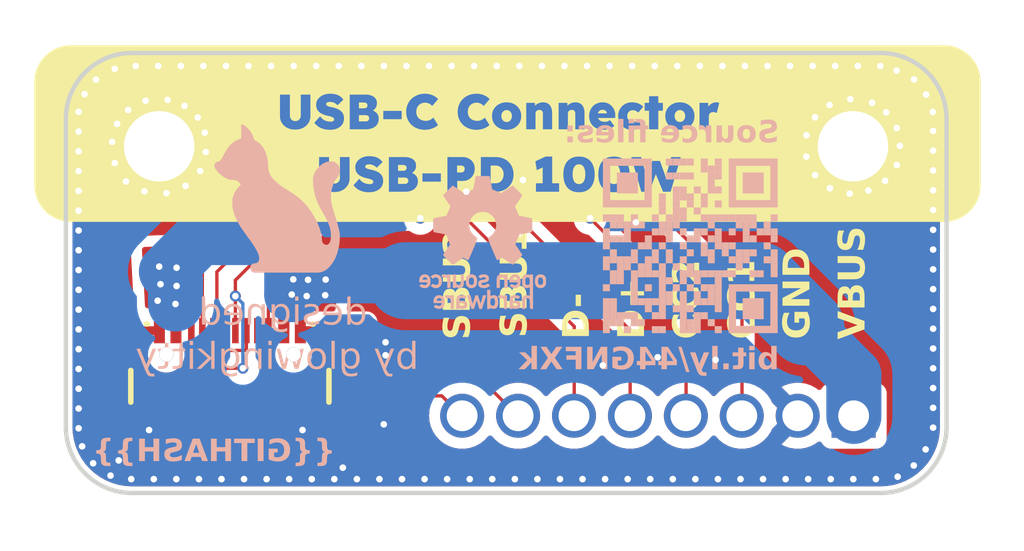
<source format=kicad_pcb>
(kicad_pcb (version 20240108) (generator "pcbnew") (generator_version "8.0")
  (layers (0 "F.Cu" signal) (31 "B.Cu" signal) (34 "B.Paste" user) (35 "F.Paste" user) (36 "B.SilkS" user "B.Silkscreen") (37 "F.SilkS" user "F.Silkscreen") (38 "B.Mask" user) (39 "F.Mask" user) (44 "Edge.Cuts" user))
  (net 0 "")
  (net 1 "gnd")
  (net 2 "sbu1")
  (net 3 "dm")
  (net 4 "cc2")
  (net 5 "sbu2")
  (net 6 "cc1")
  (net 7 "dp")
  (net 8 "vbus")
  (footprint "lib:MountingHole_3.2mm_M3" (layer "F.Cu") (at 88.03 54.99)
    (property "Reference" "U4" (hide yes))
    (property "Value" "")
  )
  (footprint "lib:MountingHole_3.2mm_M3" (layer "F.Cu") (at 119.54 54.99)
    (property "Reference" "U3" (hide yes))
    (property "Value" "")
  )
  (footprint "lib:CONN-TH_XY308-2.54-8P" (layer "F.Cu") (at 110.68 67.24 180)
    (property "Reference" "U2" (hide yes))
    (property "Value" "")
  )
  (footprint "lib:USB-C-SMD_TYPE-C-31-M-22" (layer "F.Cu") (at 91.24 65.61)
    (property "Reference" "U1" (hide yes))
    (property "Value" "")
  )
  (footprint "Symbol:OSHW-Logo_5.7x6mm_SilkScreen" (layer "B.Cu") (at 102.73 59.36 180)
    (property "Reference" "REF**" (hide yes))
    (property "Value" "OSHW-Logo_5.7x6mm_SilkScreen" (hide yes))
  )
  (gr_poly (pts (xy 108.5 62.214125) (xy 108.817501 62.214125) (xy 108.817501 61.896625) (xy 108.5 61.896625)) (stroke (width -0.000001)) (fill solid) (layer "B.SilkS"))
  (gr_poly (pts (xy 109.135 60.309125) (xy 109.4525 60.309125) (xy 109.4525 59.991625) (xy 109.135 59.991625)) (stroke (width -0.000001)) (fill solid) (layer "B.SilkS"))
  (gr_poly (pts (xy 112.945 62.214125) (xy 113.2625 62.214125) (xy 113.2625 61.896625) (xy 112.945 61.896625)) (stroke (width -0.000001)) (fill solid) (layer "B.SilkS"))
  (gr_poly (pts (xy 109.77 60.944125) (xy 110.0875 60.944125) (xy 110.0875 60.626625) (xy 109.77 60.626625)) (stroke (width -0.000001)) (fill solid) (layer "B.SilkS"))
  (gr_poly (pts (xy 112.31 60.944125) (xy 112.6275 60.944125) (xy 112.6275 60.626625) (xy 112.31 60.626625)) (stroke (width -0.000001)) (fill solid) (layer "B.SilkS"))
  (gr_poly (pts (xy 112.945 56.181625) (xy 113.2625 56.181625) (xy 113.2625 55.864125) (xy 112.945 55.864125)) (stroke (width -0.000001)) (fill solid) (layer "B.SilkS"))
  (gr_poly (pts (xy 110.0875 62.531625) (xy 110.405 62.531625) (xy 110.405 62.214125) (xy 110.0875 62.214125)) (stroke (width -0.000001)) (fill solid) (layer "B.SilkS"))
  (gr_poly (pts (xy 112.31 59.356625) (xy 112.6275 59.356625) (xy 112.6275 59.039125) (xy 112.31 59.039125)) (stroke (width -0.000001)) (fill solid) (layer "B.SilkS"))
  (gr_poly (pts (xy 114.5325 59.039125) (xy 114.85 59.039125) (xy 114.85 58.721625) (xy 114.5325 58.721625)) (stroke (width -0.000001)) (fill solid) (layer "B.SilkS"))
  (gr_poly (pts (xy 113.2625 56.499125) (xy 113.58 56.499125) (xy 113.58 56.181625) (xy 113.2625 56.181625)) (stroke (width -0.000001)) (fill solid) (layer "B.SilkS"))
  (gr_poly (pts (xy 108.1825 60.626625) (xy 108.5 60.626625) (xy 108.5 60.309125) (xy 108.1825 60.309125)) (stroke (width -0.000001)) (fill solid) (layer "B.SilkS"))
  (gr_poly (pts (xy 111.04 59.356625) (xy 111.3575 59.356625) (xy 111.3575 59.039125) (xy 111.04 59.039125)) (stroke (width -0.000001)) (fill solid) (layer "B.SilkS"))
  (gr_poly (pts (xy 111.675 60.944125) (xy 111.9925 60.944125) (xy 111.9925 60.626625) (xy 111.675 60.626625)) (stroke (width -0.000001)) (fill solid) (layer "B.SilkS"))
  (gr_poly (pts (xy 109.77 62.214125) (xy 110.0875 62.214125) (xy 110.0875 61.896625) (xy 109.77 61.896625)) (stroke (width -0.000001)) (fill solid) (layer "B.SilkS"))
  (gr_poly (pts (xy 111.9925 57.769125) (xy 112.31 57.769125) (xy 112.31 57.451625) (xy 111.9925 57.451625)) (stroke (width -0.000001)) (fill solid) (layer "B.SilkS"))
  (gr_poly (pts (xy 113.2625 59.039125) (xy 113.58 59.039125) (xy 113.58 58.721625) (xy 113.2625 58.721625)) (stroke (width -0.000001)) (fill solid) (layer "B.SilkS"))
  (gr_poly (pts (xy 108.817501 57.134125) (xy 109.77 57.134125) (xy 109.77 56.181625) (xy 108.817501 56.181625)) (stroke (width -0.000001)) (fill solid) (layer "B.SilkS"))
  (gr_poly (pts (xy 111.675 57.451625) (xy 111.9925 57.451625) (xy 111.9925 57.134125) (xy 111.675 57.134125)) (stroke (width -0.000001)) (fill solid) (layer "B.SilkS"))
  (gr_poly (pts (xy 108.5 60.309125) (xy 108.817501 60.309125) (xy 108.817501 59.991625) (xy 108.5 59.991625)) (stroke (width -0.000001)) (fill solid) (layer "B.SilkS"))
  (gr_poly (pts (xy 111.3575 57.769125) (xy 111.675 57.769125) (xy 111.675 57.451625) (xy 111.3575 57.451625)) (stroke (width -0.000001)) (fill solid) (layer "B.SilkS"))
  (gr_poly (pts (xy 112.31 62.849124) (xy 112.6275 62.849124) (xy 112.6275 62.531625) (xy 112.31 62.531625)) (stroke (width -0.000001)) (fill solid) (layer "B.SilkS"))
  (gr_poly (pts (xy 108.5 59.991625) (xy 108.817501 59.991625) (xy 108.817501 59.674125) (xy 108.5 59.674125)) (stroke (width -0.000001)) (fill solid) (layer "B.SilkS"))
  (gr_poly (pts (xy 112.6275 60.944125) (xy 112.945 60.944125) (xy 112.945 60.626625) (xy 112.6275 60.626625)) (stroke (width -0.000001)) (fill solid) (layer "B.SilkS"))
  (gr_poly (pts (xy 108.1825 59.356625) (xy 108.5 59.356625) (xy 108.5 59.039125) (xy 108.1825 59.039125)) (stroke (width -0.000001)) (fill solid) (layer "B.SilkS"))
  (gr_poly (pts (xy 113.8975 58.404125) (xy 114.215 58.404125) (xy 114.215 58.086625) (xy 113.8975 58.086625)) (stroke (width -0.000001)) (fill solid) (layer "B.SilkS"))
  (gr_poly (pts (xy 111.675 56.499125) (xy 111.9925 56.499125) (xy 111.9925 56.181625) (xy 111.675 56.181625)) (stroke (width -0.000001)) (fill solid) (layer "B.SilkS"))
  (gr_poly (pts (xy 108.5 63.166625) (xy 108.817501 63.166625) (xy 108.817501 62.849124) (xy 108.5 62.849124)) (stroke (width -0.000001)) (fill solid) (layer "B.SilkS"))
  (gr_poly (pts (xy 111.04 56.499125) (xy 111.3575 56.499125) (xy 111.3575 56.181625) (xy 111.04 56.181625)) (stroke (width -0.000001)) (fill solid) (layer "B.SilkS"))
  (gr_poly (pts (xy 115.485 59.039125) (xy 115.8025 59.039125) (xy 115.8025 58.721625) (xy 115.485 58.721625)) (stroke (width -0.000001)) (fill solid) (layer "B.SilkS"))
  (gr_poly (pts (xy 110.7225 58.721625) (xy 111.04 58.721625) (xy 111.04 58.404125) (xy 110.7225 58.404125)) (stroke (width -0.000001)) (fill solid) (layer "B.SilkS"))
  (gr_poly (pts (xy 111.9925 56.499125) (xy 112.31 56.499125) (xy 112.31 56.181625) (xy 111.9925 56.181625)) (stroke (width -0.000001)) (fill solid) (layer "B.SilkS"))
  (gr_poly (pts (xy 113.2625 57.134125) (xy 113.58 57.134125) (xy 113.58 56.816625) (xy 113.2625 56.816625)) (stroke (width -0.000001)) (fill solid) (layer "B.SilkS"))
  (gr_poly (pts (xy 113.58 59.674125) (xy 113.8975 59.674125) (xy 113.8975 59.356625) (xy 113.58 59.356625)) (stroke (width -0.000001)) (fill solid) (layer "B.SilkS"))
  (gr_poly (pts (xy 110.7225 62.214125) (xy 111.04 62.214125) (xy 111.04 61.896625) (xy 110.7225 61.896625)) (stroke (width -0.000001)) (fill solid) (layer "B.SilkS"))
  (gr_poly (pts (xy 112.31 61.261625) (xy 112.6275 61.261625) (xy 112.6275 60.944125) (xy 112.31 60.944125)) (stroke (width -0.000001)) (fill solid) (layer "B.SilkS"))
  (gr_poly (pts (xy 110.405 62.849124) (xy 110.7225 62.849124) (xy 110.7225 62.531625) (xy 110.405 62.531625)) (stroke (width -0.000001)) (fill solid) (layer "B.SilkS"))
  (gr_poly (pts (xy 111.9925 60.626625) (xy 112.31 60.626625) (xy 112.31 60.309125) (xy 111.9925 60.309125)) (stroke (width -0.000001)) (fill solid) (layer "B.SilkS"))
  (gr_poly (pts (xy 111.9925 61.579125) (xy 112.31 61.579125) (xy 112.31 61.261625) (xy 111.9925 61.261625)) (stroke (width -0.000001)) (fill solid) (layer "B.SilkS"))
  (gr_poly (pts (xy 109.135 62.849124) (xy 109.4525 62.849124) (xy 109.4525 62.531625) (xy 109.135 62.531625)) (stroke (width -0.000001)) (fill solid) (layer "B.SilkS"))
  (gr_poly (pts (xy 110.7225 63.484125) (xy 111.04 63.484125) (xy 111.04 63.166625) (xy 110.7225 63.166625)) (stroke (width -0.000001)) (fill solid) (layer "B.SilkS"))
  (gr_poly (pts (xy 110.7225 57.451625) (xy 111.04 57.451625) (xy 111.04 57.134125) (xy 110.7225 57.134125)) (stroke (width -0.000001)) (fill solid) (layer "B.SilkS"))
  (gr_poly (pts (xy 108.1825 59.674125) (xy 108.5 59.674125) (xy 108.5 59.356625) (xy 108.1825 59.356625)) (stroke (width -0.000001)) (fill solid) (layer "B.SilkS"))
  (gr_poly (pts (xy 108.1825 62.214125) (xy 108.5 62.214125) (xy 108.5 61.896625) (xy 108.1825 61.896625)) (stroke (width -0.000001)) (fill solid) (layer "B.SilkS"))
  (gr_poly (pts (xy 109.135 60.626625) (xy 109.4525 60.626625) (xy 109.4525 60.309125) (xy 109.135 60.309125)) (stroke (width -0.000001)) (fill solid) (layer "B.SilkS"))
  (gr_poly (pts (xy 108.817501 60.944125) (xy 109.135 60.944125) (xy 109.135 60.626625) (xy 108.817501 60.626625)) (stroke (width -0.000001)) (fill solid) (layer "B.SilkS"))
  (gr_poly (pts (xy 111.9925 59.991625) (xy 112.31 59.991625) (xy 112.31 59.674125) (xy 111.9925 59.674125)) (stroke (width -0.000001)) (fill solid) (layer "B.SilkS"))
  (gr_poly (pts (xy 110.0875 59.356625) (xy 110.405 59.356625) (xy 110.405 59.039125) (xy 110.0875 59.039125)) (stroke (width -0.000001)) (fill solid) (layer "B.SilkS"))
  (gr_poly (pts (xy 113.8975 59.039125) (xy 114.215 59.039125) (xy 114.215 58.721625) (xy 113.8975 58.721625)) (stroke (width -0.000001)) (fill solid) (layer "B.SilkS"))
  (gr_poly (pts (xy 110.0875 62.214125) (xy 110.405 62.214125) (xy 110.405 61.896625) (xy 110.0875 61.896625)) (stroke (width -0.000001)) (fill solid) (layer "B.SilkS"))
  (gr_poly (pts (xy 112.945 58.721625) (xy 113.2625 58.721625) (xy 113.2625 58.404125) (xy 112.945 58.404125)) (stroke (width -0.000001)) (fill solid) (layer "B.SilkS"))
  (gr_poly (pts (xy 115.1675 60.944125) (xy 115.485 60.944125) (xy 115.485 60.626625) (xy 115.1675 60.626625)) (stroke (width -0.000001)) (fill solid) (layer "B.SilkS"))
  (gr_poly (pts (xy 110.405 58.404125) (xy 110.7225 58.404125) (xy 110.7225 58.086625) (xy 110.405 58.086625)) (stroke (width -0.000001)) (fill solid) (layer "B.SilkS"))
  (gr_poly (pts (xy 110.7225 62.849124) (xy 111.04 62.849124) (xy 111.04 62.531625) (xy 110.7225 62.531625)) (stroke (width -0.000001)) (fill solid) (layer "B.SilkS"))
  (gr_poly (pts (xy 111.04 62.214125) (xy 111.3575 62.214125) (xy 111.3575 61.896625) (xy 111.04 61.896625)) (stroke (width -0.000001)) (fill solid) (layer "B.SilkS"))
  (gr_poly (pts (xy 111.04 58.404125) (xy 111.3575 58.404125) (xy 111.3575 58.086625) (xy 111.04 58.086625)) (stroke (width -0.000001)) (fill solid) (layer "B.SilkS"))
  (gr_poly (pts (xy 112.6275 62.214125) (xy 112.945 62.214125) (xy 112.945 61.896625) (xy 112.6275 61.896625)) (stroke (width -0.000001)) (fill solid) (layer "B.SilkS"))
  (gr_poly (pts (xy 112.945 59.991625) (xy 113.2625 59.991625) (xy 113.2625 59.674125) (xy 112.945 59.674125)) (stroke (width -0.000001)) (fill solid) (layer "B.SilkS"))
  (gr_poly (pts (xy 113.8975 60.944125) (xy 114.215 60.944125) (xy 114.215 60.626625) (xy 113.8975 60.626625)) (stroke (width -0.000001)) (fill solid) (layer "B.SilkS"))
  (gr_poly (pts (xy 115.8025 60.626625) (xy 116.12 60.626625) (xy 116.12 60.309125) (xy 115.8025 60.309125)) (stroke (width -0.000001)) (fill solid) (layer "B.SilkS"))
  (gr_poly (pts (xy 109.4525 58.721625) (xy 109.77 58.721625) (xy 109.77 58.404125) (xy 109.4525 58.404125)) (stroke (width -0.000001)) (fill solid) (layer "B.SilkS"))
  (gr_poly (pts (xy 111.3575 57.451625) (xy 111.675 57.451625) (xy 111.675 57.134125) (xy 111.3575 57.134125)) (stroke (width -0.000001)) (fill solid) (layer "B.SilkS"))
  (gr_poly (pts (xy 111.9925 63.484125) (xy 112.31 63.484125) (xy 112.31 63.166625) (xy 111.9925 63.166625)) (stroke (width -0.000001)) (fill solid) (layer "B.SilkS"))
  (gr_poly (pts (xy 109.4525 60.309125) (xy 109.77 60.309125) (xy 109.77 59.991625) (xy 109.4525 59.991625)) (stroke (width -0.000001)) (fill solid) (layer "B.SilkS"))
  (gr_poly (pts (xy 111.3575 61.579125) (xy 111.675 61.579125) (xy 111.675 61.261625) (xy 111.3575 61.261625)) (stroke (width -0.000001)) (fill solid) (layer "B.SilkS"))
  (gr_poly (pts (xy 113.2625 57.769125) (xy 113.58 57.769125) (xy 113.58 57.451625) (xy 113.2625 57.451625)) (stroke (width -0.000001)) (fill solid) (layer "B.SilkS"))
  (gr_poly (pts (xy 111.3575 56.499125) (xy 111.675 56.499125) (xy 111.675 56.181625) (xy 111.3575 56.181625)) (stroke (width -0.000001)) (fill solid) (layer "B.SilkS"))
  (gr_poly (pts (xy 112.6275 59.039125) (xy 112.945 59.039125) (xy 112.945 58.721625) (xy 112.6275 58.721625)) (stroke (width -0.000001)) (fill solid) (layer "B.SilkS"))
  (gr_poly (pts (xy 111.04 59.039125) (xy 111.3575 59.039125) (xy 111.3575 58.721625) (xy 111.04 58.721625)) (stroke (width -0.000001)) (fill solid) (layer "B.SilkS"))
  (gr_poly (pts (xy 111.675 62.849124) (xy 111.9925 62.849124) (xy 111.9925 62.531625) (xy 111.675 62.531625)) (stroke (width -0.000001)) (fill solid) (layer "B.SilkS"))
  (gr_poly (pts (xy 113.2625 59.356625) (xy 113.58 59.356625) (xy 113.58 59.039125) (xy 113.2625 59.039125)) (stroke (width -0.000001)) (fill solid) (layer "B.SilkS"))
  (gr_poly (pts (xy 112.945 59.356625) (xy 113.2625 59.356625) (xy 113.2625 59.039125) (xy 112.945 59.039125)) (stroke (width -0.000001)) (fill solid) (layer "B.SilkS"))
  (gr_poly (pts (xy 111.9925 60.944125) (xy 112.31 60.944125) (xy 112.31 60.626625) (xy 111.9925 60.626625)) (stroke (width -0.000001)) (fill solid) (layer "B.SilkS"))
  (gr_poly (pts (xy 111.04 55.864125) (xy 111.3575 55.864125) (xy 111.3575 55.546625) (xy 111.04 55.546625)) (stroke (width -0.000001)) (fill solid) (layer "B.SilkS"))
  (gr_poly (pts (xy 108.817501 60.309125) (xy 109.135 60.309125) (xy 109.135 59.991625) (xy 108.817501 59.991625)) (stroke (width -0.000001)) (fill solid) (layer "B.SilkS"))
  (gr_poly (pts (xy 110.0875 59.674125) (xy 110.405 59.674125) (xy 110.405 59.356625) (xy 110.0875 59.356625)) (stroke (width -0.000001)) (fill solid) (layer "B.SilkS"))
  (gr_poly (pts (xy 108.1825 63.166625) (xy 108.5 63.166625) (xy 108.5 62.849124) (xy 108.1825 62.849124)) (stroke (width -0.000001)) (fill solid) (layer "B.SilkS"))
  (gr_poly (pts (xy 114.85 60.944125) (xy 115.1675 60.944125) (xy 115.1675 60.626625) (xy 114.85 60.626625)) (stroke (width -0.000001)) (fill solid) (layer "B.SilkS"))
  (gr_poly (pts (xy 111.04 61.896625) (xy 111.3575 61.896625) (xy 111.3575 61.579125) (xy 111.04 61.579125)) (stroke (width -0.000001)) (fill solid) (layer "B.SilkS"))
  (gr_poly (pts (xy 114.215 60.626625) (xy 114.5325 60.626625) (xy 114.5325 60.309125) (xy 114.215 60.309125)) (stroke (width -0.000001)) (fill solid) (layer "B.SilkS"))
  (gr_poly (pts (xy 114.85 58.404125) (xy 115.1675 58.404125) (xy 115.1675 58.086625) (xy 114.85 58.086625)) (stroke (width -0.000001)) (fill solid) (layer "B.SilkS"))
  (gr_poly (pts (xy 115.1675 59.039125) (xy 115.485 59.039125) (xy 115.485 58.721625) (xy 115.1675 58.721625)) (stroke (width -0.000001)) (fill solid) (layer "B.SilkS"))
  (gr_poly (pts (xy 111.3575 57.134125) (xy 111.675 57.134125) (xy 111.675 56.816625) (xy 111.3575 56.816625)) (stroke (width -0.000001)) (fill solid) (layer "B.SilkS"))
  (gr_poly (pts (xy 110.405 60.944125) (xy 110.7225 60.944125) (xy 110.7225 60.626625) (xy 110.405 60.626625)) (stroke (width -0.000001)) (fill solid) (layer "B.SilkS"))
  (gr_poly (pts (xy 109.4525 62.214125) (xy 109.77 62.214125) (xy 109.77 61.896625) (xy 109.4525 61.896625)) (stroke (width -0.000001)) (fill solid) (layer "B.SilkS"))
  (gr_poly (pts (xy 108.1825 60.309125) (xy 108.5 60.309125) (xy 108.5 59.991625) (xy 108.1825 59.991625)) (stroke (width -0.000001)) (fill solid) (layer "B.SilkS"))
  (gr_poly (pts (xy 113.2625 63.484125) (xy 113.58 63.484125) (xy 113.58 63.166625) (xy 113.2625 63.166625)) (stroke (width -0.000001)) (fill solid) (layer "B.SilkS"))
  (gr_poly (pts (xy 108.817501 58.404125) (xy 109.135 58.404125) (xy 109.135 58.086625) (xy 108.817501 58.086625)) (stroke (width -0.000001)) (fill solid) (layer "B.SilkS"))
  (gr_poly (pts (xy 114.85 58.721625) (xy 115.1675 58.721625) (xy 115.1675 58.404125) (xy 114.85 58.404125)) (stroke (width -0.000001)) (fill solid) (layer "B.SilkS"))
  (gr_poly (pts (xy 111.675 57.134125) (xy 111.9925 57.134125) (xy 111.9925 56.816625) (xy 111.675 56.816625)) (stroke (width -0.000001)) (fill solid) (layer "B.SilkS"))
  (gr_poly (pts (xy 110.7225 59.039125) (xy 111.04 59.039125) (xy 111.04 58.721625) (xy 110.7225 58.721625)) (stroke (width -0.000001)) (fill solid) (layer "B.SilkS"))
  (gr_poly (pts (xy 108.5 61.261625) (xy 108.817501 61.261625) (xy 108.817501 60.944125) (xy 108.5 60.944125)) (stroke (width -0.000001)) (fill solid) (layer "B.SilkS"))
  (gr_poly (pts (xy 111.9925 55.864125) (xy 112.31 55.864125) (xy 112.31 55.546625) (xy 111.9925 55.546625)) (stroke (width -0.000001)) (fill solid) (layer "B.SilkS"))
  (gr_poly (pts (xy 114.215 59.991625) (xy 114.5325 59.991625) (xy 114.5325 59.674125) (xy 114.215 59.674125)) (stroke (width -0.000001)) (fill solid) (layer "B.SilkS"))
  (gr_poly (pts (xy 113.8975 60.309125) (xy 114.215 60.309125) (xy 114.215 59.991625) (xy 113.8975 59.991625)) (stroke (width -0.000001)) (fill solid) (layer "B.SilkS"))
  (gr_poly (pts (xy 108.1825 62.531625) (xy 108.5 62.531625) (xy 108.5 62.214125) (xy 108.1825 62.214125)) (stroke (width -0.000001)) (fill solid) (layer "B.SilkS"))
  (gr_poly (pts (xy 114.5325 57.134125) (xy 115.485 57.134125) (xy 115.485 56.181625) (xy 114.5325 56.181625)) (stroke (width -0.000001)) (fill solid) (layer "B.SilkS"))
  (gr_poly (pts (xy 115.485 58.721625) (xy 115.8025 58.721625) (xy 115.8025 58.404125) (xy 115.485 58.404125)) (stroke (width -0.000001)) (fill solid) (layer "B.SilkS"))
  (gr_poly (pts (xy 110.7225 58.086625) (xy 111.04 58.086625) (xy 111.04 57.769125) (xy 110.7225 57.769125)) (stroke (width -0.000001)) (fill solid) (layer "B.SilkS"))
  (gr_poly (pts (xy 111.04 60.309125) (xy 111.3575 60.309125) (xy 111.3575 59.991625) (xy 111.04 59.991625)) (stroke (width -0.000001)) (fill solid) (layer "B.SilkS"))
  (gr_poly (pts (xy 108.5 58.721625) (xy 108.817501 58.721625) (xy 108.817501 58.404125) (xy 108.5 58.404125)) (stroke (width -0.000001)) (fill solid) (layer "B.SilkS"))
  (gr_poly (pts (xy 113.58 58.404125) (xy 113.8975 58.404125) (xy 113.8975 58.086625) (xy 113.58 58.086625)) (stroke (width -0.000001)) (fill solid) (layer "B.SilkS"))
  (gr_poly (pts (xy 112.6275 55.864125) (xy 112.945 55.864125) (xy 112.945 55.546625) (xy 112.6275 55.546625)) (stroke (width -0.000001)) (fill solid) (layer "B.SilkS"))
  (gr_poly (pts (xy 113.8975 57.769125) (xy 116.12 57.769125) (xy 116.12 55.88) (xy 115.786625 55.88) (xy 115.786625 57.43575) (xy 114.230875 57.43575) (xy 114.230875 55.88) (xy 115.786625 55.88) (xy 116.12 55.88) (xy 116.12 55.546625) (xy 113.8975 55.546625)) (stroke (width -0.000001)) (fill solid) (layer "B.SilkS"))
  (gr_poly (pts (xy 109.77 59.674125) (xy 110.0875 59.674125) (xy 110.0875 59.356625) (xy 109.77 59.356625)) (stroke (width -0.000001)) (fill solid) (layer "B.SilkS"))
  (gr_poly (pts (xy 111.675 63.166625) (xy 111.9925 63.166625) (xy 111.9925 62.849124) (xy 111.675 62.849124)) (stroke (width -0.000001)) (fill solid) (layer "B.SilkS"))
  (gr_poly (pts (xy 112.945 60.309125) (xy 113.2625 60.309125) (xy 113.2625 59.991625) (xy 112.945 59.991625)) (stroke (width -0.000001)) (fill solid) (layer "B.SilkS"))
  (gr_poly (pts (xy 109.77 60.626625) (xy 110.0875 60.626625) (xy 110.0875 60.309125) (xy 109.77 60.309125)) (stroke (width -0.000001)) (fill solid) (layer "B.SilkS"))
  (gr_poly (pts (xy 111.04 61.261625) (xy 111.3575 61.261625) (xy 111.3575 60.944125) (xy 111.04 60.944125)) (stroke (width -0.000001)) (fill solid) (layer "B.SilkS"))
  (gr_poly (pts (xy 108.817501 63.166625) (xy 109.135 63.166625) (xy 109.135 62.849124) (xy 108.817501 62.849124)) (stroke (width -0.000001)) (fill solid) (layer "B.SilkS"))
  (gr_poly (pts (xy 114.5325 59.991625) (xy 114.85 59.991625) (xy 114.85 59.674125) (xy 114.5325 59.674125)) (stroke (width -0.000001)) (fill solid) (layer "B.SilkS"))
  (gr_poly (pts (xy 112.945 60.944125) (xy 113.2625 60.944125) (xy 113.2625 60.626625) (xy 112.945 60.626625)) (stroke (width -0.000001)) (fill solid) (layer "B.SilkS"))
  (gr_poly (pts (xy 110.0875 60.944125) (xy 110.405 60.944125) (xy 110.405 60.626625) (xy 110.0875 60.626625)) (stroke (width -0.000001)) (fill solid) (layer "B.SilkS"))
  (gr_poly (pts (xy 110.0875 61.579125) (xy 110.405 61.579125) (xy 110.405 61.261625) (xy 110.0875 61.261625)) (stroke (width -0.000001)) (fill solid) (layer "B.SilkS"))
  (gr_poly (pts (xy 109.135 58.721625) (xy 109.4525 58.721625) (xy 109.4525 58.404125) (xy 109.135 58.404125)) (stroke (width -0.000001)) (fill solid) (layer "B.SilkS"))
  (gr_poly (pts (xy 115.485 59.674125) (xy 115.8025 59.674125) (xy 115.8025 59.356625) (xy 115.485 59.356625)) (stroke (width -0.000001)) (fill solid) (layer "B.SilkS"))
  (gr_poly (pts (xy 114.215 60.309125) (xy 114.5325 60.309125) (xy 114.5325 59.991625) (xy 114.215 59.991625)) (stroke (width -0.000001)) (fill solid) (layer "B.SilkS"))
  (gr_poly (pts (xy 110.7225 62.531625) (xy 111.04 62.531625) (xy 111.04 62.214125) (xy 110.7225 62.214125)) (stroke (width -0.000001)) (fill solid) (layer "B.SilkS"))
  (gr_poly (pts (xy 112.6275 56.181625) (xy 112.945 56.181625) (xy 112.945 55.864125) (xy 112.6275 55.864125)) (stroke (width -0.000001)) (fill solid) (layer "B.SilkS"))
  (gr_poly (pts (xy 112.31 63.484125) (xy 112.6275 63.484125) (xy 112.6275 63.166625) (xy 112.31 63.166625)) (stroke (width -0.000001)) (fill solid) (layer "B.SilkS"))
  (gr_poly (pts (xy 112.945 58.404125) (xy 113.2625 58.404125) (xy 113.2625 58.086625) (xy 112.945 58.086625)) (stroke (width -0.000001)) (fill solid) (layer "B.SilkS"))
  (gr_poly (pts (xy 108.1825 59.039125) (xy 108.5 59.039125) (xy 108.5 58.721625) (xy 108.1825 58.721625)) (stroke (width -0.000001)) (fill solid) (layer "B.SilkS"))
  (gr_poly (pts (xy 110.7225 61.896625) (xy 111.04 61.896625) (xy 111.04 61.579125) (xy 110.7225 61.579125)) (stroke (width -0.000001)) (fill solid) (layer "B.SilkS"))
  (gr_poly (pts (xy 115.8025 59.356625) (xy 116.12 59.356625) (xy 116.12 59.039125) (xy 115.8025 59.039125)) (stroke (width -0.000001)) (fill solid) (layer "B.SilkS"))
  (gr_poly (pts (xy 112.945 61.896625) (xy 113.2625 61.896625) (xy 113.2625 61.579125) (xy 112.945 61.579125)) (stroke (width -0.000001)) (fill solid) (layer "B.SilkS"))
  (gr_poly (pts (xy 108.1825 61.579125) (xy 108.5 61.579125) (xy 108.5 61.261625) (xy 108.1825 61.261625)) (stroke (width -0.000001)) (fill solid) (layer "B.SilkS"))
  (gr_poly (pts (xy 114.215 58.721625) (xy 114.5325 58.721625) (xy 114.5325 58.404125) (xy 114.215 58.404125)) (stroke (width -0.000001)) (fill solid) (layer "B.SilkS"))
  (gr_poly (pts (xy 111.675 61.896625) (xy 111.9925 61.896625) (xy 111.9925 61.579125) (xy 111.675 61.579125)) (stroke (width -0.000001)) (fill solid) (layer "B.SilkS"))
  (gr_poly (pts (xy 109.4525 61.261625) (xy 109.77 61.261625) (xy 109.77 60.944125) (xy 109.4525 60.944125)) (stroke (width -0.000001)) (fill solid) (layer "B.SilkS"))
  (gr_poly (pts (xy 108.5 62.849124) (xy 108.817501 62.849124) (xy 108.817501 62.531625) (xy 108.5 62.531625)) (stroke (width -0.000001)) (fill solid) (layer "B.SilkS"))
  (gr_poly (pts (xy 113.8975 63.484125) (xy 116.12 63.484125) (xy 116.12 61.595) (xy 115.786625 61.595) (xy 115.786625 63.150749) (xy 114.230875 63.150749) (xy 114.230875 61.595) (xy 115.786625 61.595) (xy 116.12 61.595) (xy 116.12 61.261625) (xy 113.8975 61.261625)) (stroke (width -0.000001)) (fill solid) (layer "B.SilkS"))
  (gr_poly (pts (xy 111.3575 58.721625) (xy 111.675 58.721625) (xy 111.675 58.404125) (xy 111.3575 58.404125)) (stroke (width -0.000001)) (fill solid) (layer "B.SilkS"))
  (gr_poly (pts (xy 109.4525 61.579125) (xy 109.77 61.579125) (xy 109.77 61.261625) (xy 109.4525 61.261625)) (stroke (width -0.000001)) (fill solid) (layer "B.SilkS"))
  (gr_poly (pts (xy 108.1825 58.404125) (xy 108.5 58.404125) (xy 108.5 58.086625) (xy 108.1825 58.086625)) (stroke (width -0.000001)) (fill solid) (layer "B.SilkS"))
  (gr_poly (pts (xy 113.2625 56.181625) (xy 113.58 56.181625) (xy 113.58 55.864125) (xy 113.2625 55.864125)) (stroke (width -0.000001)) (fill solid) (layer "B.SilkS"))
  (gr_poly (pts (xy 113.8975 59.674125) (xy 114.215 59.674125) (xy 114.215 59.356625) (xy 113.8975 59.356625)) (stroke (width -0.000001)) (fill solid) (layer "B.SilkS"))
  (gr_poly (pts (xy 108.817501 60.626625) (xy 109.135 60.626625) (xy 109.135 60.309125) (xy 108.817501 60.309125)) (stroke (width -0.000001)) (fill solid) (layer "B.SilkS"))
  (gr_poly (pts (xy 108.817501 62.849124) (xy 109.135 62.849124) (xy 109.135 62.531625) (xy 108.817501 62.531625)) (stroke (width -0.000001)) (fill solid) (layer "B.SilkS"))
  (gr_poly (pts (xy 109.77 58.721625) (xy 110.0875 58.721625) (xy 110.0875 58.404125) (xy 109.77 58.404125)) (stroke (width -0.000001)) (fill solid) (layer "B.SilkS"))
  (gr_poly (pts (xy 112.945 56.499125) (xy 113.2625 56.499125) (xy 113.2625 56.181625) (xy 112.945 56.181625)) (stroke (width -0.000001)) (fill solid) (layer "B.SilkS"))
  (gr_poly (pts (xy 111.04 59.991625) (xy 111.3575 59.991625) (xy 111.3575 59.674125) (xy 111.04 59.674125)) (stroke (width -0.000001)) (fill solid) (layer "B.SilkS"))
  (gr_poly (pts (xy 111.675 63.484125) (xy 111.9925 63.484125) (xy 111.9925 63.166625) (xy 111.675 63.166625)) (stroke (width -0.000001)) (fill solid) (layer "B.SilkS"))
  (gr_poly (pts (xy 111.675 58.404125) (xy 111.9925 58.404125) (xy 111.9925 58.086625) (xy 111.675 58.086625)) (stroke (width -0.000001)) (fill solid) (layer "B.SilkS"))
  (gr_poly (pts (xy 114.5325 58.404125) (xy 114.85 58.404125) (xy 114.85 58.086625) (xy 114.5325 58.086625)) (stroke (width -0.000001)) (fill solid) (layer "B.SilkS"))
  (gr_poly (pts (xy 114.85 59.991625) (xy 115.1675 59.991625) (xy 115.1675 59.674125) (xy 114.85 59.674125)) (stroke (width -0.000001)) (fill solid) (layer "B.SilkS"))
  (gr_poly (pts (xy 112.31 59.039125) (xy 112.6275 59.039125) (xy 112.6275 58.721625) (xy 112.31 58.721625)) (stroke (width -0.000001)) (fill solid) (layer "B.SilkS"))
  (gr_poly (pts (xy 113.2625 62.531625) (xy 113.58 62.531625) (xy 113.58 62.214125) (xy 113.2625 62.214125)) (stroke (width -0.000001)) (fill solid) (layer "B.SilkS"))
  (gr_poly (pts (xy 112.6275 62.849124) (xy 112.945 62.849124) (xy 112.945 62.531625) (xy 112.6275 62.531625)) (stroke (width -0.000001)) (fill solid) (layer "B.SilkS"))
  (gr_poly (pts (xy 112.31 63.166625) (xy 112.6275 63.166625) (xy 112.6275 62.849124) (xy 112.31 62.849124)) (stroke (width -0.000001)) (fill solid) (layer "B.SilkS"))
  (gr_poly (pts (xy 111.04 58.721625) (xy 111.3575 58.721625) (xy 111.3575 58.404125) (xy 111.04 58.404125)) (stroke (width -0.000001)) (fill solid) (layer "B.SilkS"))
  (gr_poly (pts (xy 111.9925 59.356625) (xy 112.31 59.356625) (xy 112.31 59.039125) (xy 111.9925 59.039125)) (stroke (width -0.000001)) (fill solid) (layer "B.SilkS"))
  (gr_poly (pts (xy 108.5 58.404125) (xy 108.817501 58.404125) (xy 108.817501 58.086625) (xy 108.5 58.086625)) (stroke (width -0.000001)) (fill solid) (layer "B.SilkS"))
  (gr_poly (pts (xy 110.405 62.214125) (xy 110.7225 62.214125) (xy 110.7225 61.896625) (xy 110.405 61.896625)) (stroke (width -0.000001)) (fill solid) (layer "B.SilkS"))
  (gr_poly (pts (xy 109.4525 60.944125) (xy 109.77 60.944125) (xy 109.77 60.626625) (xy 109.4525 60.626625)) (stroke (width -0.000001)) (fill solid) (layer "B.SilkS"))
  (gr_poly (pts (xy 111.675 62.214125) (xy 111.9925 62.214125) (xy 111.9925 61.896625) (xy 111.675 61.896625)) (stroke (width -0.000001)) (fill solid) (layer "B.SilkS"))
  (gr_poly (pts (xy 113.2625 58.404125) (xy 113.58 58.404125) (xy 113.58 58.086625) (xy 113.2625 58.086625)) (stroke (width -0.000001)) (fill solid) (layer "B.SilkS"))
  (gr_poly (pts (xy 108.817501 58.721625) (xy 109.135 58.721625) (xy 109.135 58.404125) (xy 108.817501 58.404125)) (stroke (width -0.000001)) (fill solid) (layer "B.SilkS"))
  (gr_poly (pts (xy 110.7225 59.674125) (xy 111.04 59.674125) (xy 111.04 59.356625) (xy 110.7225 59.356625)) (stroke (width -0.000001)) (fill solid) (layer "B.SilkS"))
  (gr_poly (pts (xy 110.7225 60.626625) (xy 111.04 60.626625) (xy 111.04 60.309125) (xy 110.7225 60.309125)) (stroke (width -0.000001)) (fill solid) (layer "B.SilkS"))
  (gr_poly (pts (xy 111.675 62.531625) (xy 111.9925 62.531625) (xy 111.9925 62.214125) (xy 111.675 62.214125)) (stroke (width -0.000001)) (fill solid) (layer "B.SilkS"))
  (gr_poly (pts (xy 108.5 60.944125) (xy 108.817501 60.944125) (xy 108.817501 60.626625) (xy 108.5 60.626625)) (stroke (width -0.000001)) (fill solid) (layer "B.SilkS"))
  (gr_poly (pts (xy 114.5325 60.309125) (xy 114.85 60.309125) (xy 114.85 59.991625) (xy 114.5325 59.991625)) (stroke (width -0.000001)) (fill solid) (layer "B.SilkS"))
  (gr_poly (pts (xy 109.4525 58.404125) (xy 109.77 58.404125) (xy 109.77 58.086625) (xy 109.4525 58.086625)) (stroke (width -0.000001)) (fill solid) (layer "B.SilkS"))
  (gr_poly (pts (xy 115.8025 59.991625) (xy 116.12 59.991625) (xy 116.12 59.674125) (xy 115.8025 59.674125)) (stroke (width -0.000001)) (fill solid) (layer "B.SilkS"))
  (gr_poly (pts (xy 111.3575 62.531625) (xy 111.675 62.531625) (xy 111.675 62.214125) (xy 111.3575 62.214125)) (stroke (width -0.000001)) (fill solid) (layer "B.SilkS"))
  (gr_poly (pts (xy 108.1825 63.484125) (xy 108.5 63.484125) (xy 108.5 63.166625) (xy 108.1825 63.166625)) (stroke (width -0.000001)) (fill solid) (layer "B.SilkS"))
  (gr_poly (pts (xy 115.8025 58.404125) (xy 116.12 58.404125) (xy 116.12 58.086625) (xy 115.8025 58.086625)) (stroke (width -0.000001)) (fill solid) (layer "B.SilkS"))
  (gr_poly (pts (xy 110.405 59.991625) (xy 110.7225 59.991625) (xy 110.7225 59.674125) (xy 110.405 59.674125)) (stroke (width -0.000001)) (fill solid) (layer "B.SilkS"))
  (gr_poly (pts (xy 112.945 56.816625) (xy 113.2625 56.816625) (xy 113.2625 56.499125) (xy 112.945 56.499125)) (stroke (width -0.000001)) (fill solid) (layer "B.SilkS"))
  (gr_poly (pts (xy 111.675 61.261625) (xy 111.9925 61.261625) (xy 111.9925 60.944125) (xy 111.675 60.944125)) (stroke (width -0.000001)) (fill solid) (layer "B.SilkS"))
  (gr_poly (pts (xy 109.4525 61.896625) (xy 109.77 61.896625) (xy 109.77 61.579125) (xy 109.4525 61.579125)) (stroke (width -0.000001)) (fill solid) (layer "B.SilkS"))
  (gr_poly (pts (xy 111.9925 62.531625) (xy 112.31 62.531625) (xy 112.31 62.214125) (xy 111.9925 62.214125)) (stroke (width -0.000001)) (fill solid) (layer "B.SilkS"))
  (gr_poly (pts (xy 111.3575 55.864125) (xy 111.675 55.864125) (xy 111.675 55.546625) (xy 111.3575 55.546625)) (stroke (width -0.000001)) (fill solid) (layer "B.SilkS"))
  (gr_poly (pts (xy 112.6275 57.451625) (xy 112.945 57.451625) (xy 112.945 57.134125) (xy 112.6275 57.134125)) (stroke (width -0.000001)) (fill solid) (layer "B.SilkS"))
  (gr_poly (pts (xy 111.675 55.864125) (xy 111.9925 55.864125) (xy 111.9925 55.546625) (xy 111.675 55.546625)) (stroke (width -0.000001)) (fill solid) (layer "B.SilkS"))
  (gr_poly (pts (xy 110.0875 60.309125) (xy 110.405 60.309125) (xy 110.405 59.991625) (xy 110.0875 59.991625)) (stroke (width -0.000001)) (fill solid) (layer "B.SilkS"))
  (gr_poly (pts (xy 111.675 59.674125) (xy 111.9925 59.674125) (xy 111.9925 59.356625) (xy 111.675 59.356625)) (stroke (width -0.000001)) (fill solid) (layer "B.SilkS"))
  (gr_poly (pts (xy 113.2625 55.864125) (xy 113.58 55.864125) (xy 113.58 55.546625) (xy 113.2625 55.546625)) (stroke (width -0.000001)) (fill solid) (layer "B.SilkS"))
  (gr_poly (pts (xy 114.5325 62.849124) (xy 115.485 62.849124) (xy 115.485 61.896625) (xy 114.5325 61.896625)) (stroke (width -0.000001)) (fill solid) (layer "B.SilkS"))
  (gr_poly (pts (xy 111.3575 58.404125) (xy 111.675 58.404125) (xy 111.675 58.086625) (xy 111.3575 58.086625)) (stroke (width -0.000001)) (fill solid) (layer "B.SilkS"))
  (gr_poly (pts (xy 114.215 58.404125) (xy 114.5325 58.404125) (xy 114.5325 58.086625) (xy 114.215 58.086625)) (stroke (width -0.000001)) (fill solid) (layer "B.SilkS"))
  (gr_poly (pts (xy 112.31 58.086625) (xy 112.6275 58.086625) (xy 112.6275 57.769125) (xy 112.31 57.769125)) (stroke (width -0.000001)) (fill solid) (layer "B.SilkS"))
  (gr_poly (pts (xy 113.58 60.944125) (xy 113.8975 60.944125) (xy 113.8975 60.626625) (xy 113.58 60.626625)) (stroke (width -0.000001)) (fill solid) (layer "B.SilkS"))
  (gr_poly (pts (xy 109.4525 63.166625) (xy 109.77 63.166625) (xy 109.77 62.849124) (xy 109.4525 62.849124)) (stroke (width -0.000001)) (fill solid) (layer "B.SilkS"))
  (gr_poly (pts (xy 112.31 57.134125) (xy 112.6275 57.134125) (xy 112.6275 56.816625) (xy 112.31 56.816625)) (stroke (width -0.000001)) (fill solid) (layer "B.SilkS"))
  (gr_poly (pts (xy 109.135 59.356625) (xy 109.4525 59.356625) (xy 109.4525 59.039125) (xy 109.135 59.039125)) (stroke (width -0.000001)) (fill solid) (layer "B.SilkS"))
  (gr_poly (pts (xy 111.9925 63.166625) (xy 112.31 63.166625) (xy 112.31 62.849124) (xy 111.9925 62.849124)) (stroke (width -0.000001)) (fill solid) (layer "B.SilkS"))
  (gr_poly (pts (xy 108.817501 61.261625) (xy 109.135 61.261625) (xy 109.135 60.944125) (xy 108.817501 60.944125)) (stroke (width -0.000001)) (fill solid) (layer "B.SilkS"))
  (gr_poly (pts (xy 91.755374 54.642488) (xy 91.730853 54.648544) (xy 91.706631 54.655192) (xy 91.682707 54.662432) (xy 91.659081 54.670262) (xy 91.635753 54.678685) (xy 91.612724 54.687699) (xy 91.589993 54.697304) (xy 91.567561 54.707501) (xy 91.545427 54.718289) (xy 91.523592 54.729669) (xy 91.502055 54.74164) (xy 91.480816 54.754203) (xy 91.459876 54.767357) (xy 91.439235 54.781103) (xy 91.418892 54.795441) (xy 91.398848 54.81037) (xy 91.379202 54.825671) (xy 91.360053 54.841127) (xy 91.341402 54.856737) (xy 91.323248 54.872502) (xy 91.305591 54.888421) (xy 91.288432 54.904494) (xy 91.27177 54.920721) (xy 91.255605 54.937103) (xy 91.239938 54.953639) (xy 91.224768 54.970329) (xy 91.210095 54.987174) (xy 91.195919 55.004173) (xy 91.18224 55.021326) (xy 91.169058 55.038634) (xy 91.156374 55.056096) (xy 91.144186 55.073712) (xy 91.120663 55.109048) (xy 91.097834 55.14428) (xy 91.075701 55.17941) (xy 91.054263 55.214436) (xy 91.033522 55.24936) (xy 91.013477 55.284181) (xy 90.99413 55.318899) (xy 90.97548 55.353514) (xy 90.939861 55.419762) (xy 90.906235 55.480249) (xy 90.89017 55.508331) (xy 90.874603 55.534973) (xy 90.859534 55.560173) (xy 90.844964 55.583931) (xy 90.837825 55.595093) (xy 90.830736 55.605536) (xy 90.823696 55.615257) (xy 90.816707 55.624259) (xy 90.809767 55.632541) (xy 90.802878 55.640102) (xy 90.796038 55.646944) (xy 90.789248 55.653065) (xy 90.782509 55.658466) (xy 90.779157 55.660896) (xy 90.775819 55.663147) (xy 90.772493 55.665217) (xy 90.769179 55.667108) (xy 90.765878 55.668818) (xy 90.762589 55.670348) (xy 90.759312 55.671699) (xy 90.756049 55.672869) (xy 90.752797 55.673859) (xy 90.749558 55.674669) (xy 90.746332 55.675299) (xy 90.743118 55.675749) (xy 90.739917 55.676019) (xy 90.736728 55.676109) (xy 90.72647 55.676354) (xy 90.716386 55.677087) (xy 90.706476 55.678309) (xy 90.696741 55.680019) (xy 90.687179 55.682219) (xy 90.677791 55.684906) (xy 90.668578 55.688083) (xy 90.659538 55.691748) (xy 90.650673 55.695902) (xy 90.641981 55.700544) (xy 90.633464 55.705674) (xy 90.625121 55.711293) (xy 90.616951 55.717401) (xy 90.608956 55.723997) (xy 90.601135 55.731081) (xy 90.593488 55.738654) (xy 90.586164 55.746561) (xy 90.579313 55.754648) (xy 90.572934 55.762916) (xy 90.567027 55.771363) (xy 90.561592 55.779991) (xy 90.55663 55.788799) (xy 90.552141 55.797786) (xy 90.548124 55.806954) (xy 90.544579 55.816303) (xy 90.541507 55.825831) (xy 90.538907 55.835539) (xy 90.53678 55.845428) (xy 90.535126 55.855497) (xy 90.533944 55.865746) (xy 90.533235 55.876175) (xy 90.532999 55.886784) (xy 90.533446 55.895336) (xy 90.534789 55.90453) (xy 90.537027 55.914367) (xy 90.54016 55.924848) (xy 90.544188 55.935971) (xy 90.549111 55.947737) (xy 90.55493 55.960146) (xy 90.561644 55.973197) (xy 90.569253 55.986892) (xy 90.577757 56.00123) (xy 90.587157 56.01621) (xy 90.597452 56.031833) (xy 90.608643 56.048099) (xy 90.620729 56.065008) (xy 90.647587 56.100755) (xy 90.662247 56.11922) (xy 90.67758 56.137582) (xy 90.693583 56.155841) (xy 90.710258 56.173997) (xy 90.727605 56.19205) (xy 90.745623 56.21) (xy 90.764313 56.227848) (xy 90.783674 56.245593) (xy 90.803707 56.263234) (xy 90.824411 56.280773) (xy 90.845787 56.298209) (xy 90.867834 56.315542) (xy 90.890553 56.332772) (xy 90.913943 56.3499) (xy 90.962738 56.383846) (xy 90.987745 56.400189) (xy 91.012627 56.415478) (xy 91.037385 56.429712) (xy 91.062018 56.442892) (xy 91.086527 56.455017) (xy 91.110911 56.466088) (xy 91.135171 56.476105) (xy 91.159306 56.485067) (xy 91.183317 56.492975) (xy 91.207204 56.499828) (xy 91.230967 56.505627) (xy 91.254605 56.510372) (xy 91.278119 56.514063) (xy 91.301509 56.516698) (xy 91.324775 56.51828) (xy 91.347916 56.518807) (xy 91.38522 56.519733) (xy 91.4032 56.520891) (xy 91.420733 56.522511) (xy 91.437818 56.524594) (xy 91.454456 56.52714) (xy 91.470646 56.530149) (xy 91.486388 56.533621) (xy 91.501683 56.537556) (xy 91.51653 56.541954) (xy 91.530929 56.546815) (xy 91.544881 56.552139) (xy 91.558385 56.557925) (xy 91.571441 56.564175) (xy 91.58405 56.570887) (xy 91.596211 56.578062) (xy 91.607924 56.585701) (xy 91.61919 56.593802) (xy 91.630008 56.602366) (xy 91.640379 56.611392) (xy 91.650301 56.620882) (xy 91.659777 56.630835) (xy 91.668804 56.64125) (xy 91.677384 56.652129) (xy 91.685516 56.66347) (xy 91.693201 56.675274) (xy 91.700438 56.687541) (xy 91.707227 56.700271) (xy 91.713569 56.713463) (xy 91.719463 56.727119) (xy 91.724909 56.741237) (xy 91.729908 56.755818) (xy 91.683651 56.796812) (xy 91.640378 56.839142) (xy 91.60009 56.88281) (xy 91.562786 56.927815) (xy 91.528467 56.974158) (xy 91.497132 57.021838) (xy 91.468781 57.070855) (xy 91.443414 57.121209) (xy 91.421032 57.1729) (xy 91.401634 57.225929) (xy 91.38522 57.280295) (xy 91.371791 57.335998) (xy 91.361345 57.393037) (xy 91.353885 57.451414) (xy 91.349408 57.511128) (xy 91.347916 57.57218) (xy 91.348413 57.608466) (xy 91.349906 57.644907) (xy 91.352393 57.681503) (xy 91.355875 57.718253) (xy 91.360352 57.755158) (xy 91.365823 57.792216) (xy 91.37229 57.82943) (xy 91.379751 57.866797) (xy 91.388207 57.904319) (xy 91.397657 57.941996) (xy 91.408102 57.979826) (xy 91.419542 58.017811) (xy 91.431976 58.05595) (xy 91.445405 58.094243) (xy 91.459829 58.13269) (xy 91.475247 58.171291) (xy 91.507873 58.247825) (xy 91.542092 58.322713) (xy 91.577902 58.395955) (xy 91.615305 58.467551) (xy 91.654301 58.5375) (xy 91.694888 58.605804) (xy 91.737068 58.672462) (xy 91.78084 58.737473) (xy 91.869973 58.864822) (xy 91.959103 58.990116) (xy 92.048233 59.113354) (xy 92.137366 59.234536) (xy 92.181138 59.294406) (xy 92.223318 59.353864) (xy 92.263905 59.412909) (xy 92.302901 59.471542) (xy 92.340304 59.529764) (xy 92.376115 59.587574) (xy 92.410333 59.644974) (xy 92.44296 59.701964) (xy 92.458378 59.730138) (xy 92.472801 59.757875) (xy 92.48623 59.785174) (xy 92.498665 59.812037) (xy 92.510104 59.838462) (xy 92.520549 59.86445) (xy 92.53 59.89) (xy 92.538456 59.915113) (xy 92.545917 59.939789) (xy 92.552383 59.964028) (xy 92.557855 59.987829) (xy 92.562332 60.011193) (xy 92.565814 60.034119) (xy 92.568301 60.056608) (xy 92.569793 60.078659) (xy 92.570291 60.100273) (xy 92.570067 60.111667) (xy 92.569396 60.122803) (xy 92.568277 60.133682) (xy 92.56671 60.144303) (xy 92.564696 60.154668) (xy 92.562234 60.164775) (xy 92.559325 60.174624) (xy 92.555967 60.184217) (xy 92.552162 60.193552) (xy 92.547909 60.20263) (xy 92.543209 60.211451) (xy 92.53806 60.220015) (xy 92.532464 60.228322) (xy 92.526419 60.236371) (xy 92.519927 60.244164) (xy 92.512987 60.2517) (xy 92.505702 60.258875) (xy 92.498168 60.265588) (xy 92.490384 60.271837) (xy 92.482352 60.277623) (xy 92.474071 60.282946) (xy 92.46554 60.287806) (xy 92.456761 60.292204) (xy 92.447734 60.296138) (xy 92.438457 60.299609) (xy 92.428932 60.302617) (xy 92.419158 60.305163) (xy 92.409136 60.307245) (xy 92.398865 60.308865) (xy 92.388345 60.310022) (xy 92.377578 60.310716) (xy 92.366561 60.310947) (xy 92.356303 60.311192) (xy 92.346219 60.311925) (xy 92.33631 60.313147) (xy 92.326574 60.314857) (xy 92.317012 60.317057) (xy 92.307624 60.319744) (xy 92.298411 60.322921) (xy 92.289371 60.326586) (xy 92.280506 60.33074) (xy 92.271814 60.335382) (xy 92.263297 60.340512) (xy 92.254954 60.346131) (xy 92.246785 60.352239) (xy 92.238789 60.358835) (xy 92.230968 60.365919) (xy 92.223321 60.373492) (xy 92.215997 60.381399) (xy 92.209146 60.389487) (xy 92.202767 60.397754) (xy 92.19686 60.406202) (xy 92.191426 60.414829) (xy 92.186464 60.423637) (xy 92.181974 60.432625) (xy 92.177957 60.441793) (xy 92.174412 60.451141) (xy 92.17134 60.460669) (xy 92.168741 60.470378) (xy 92.166614 60.480266) (xy 92.164959 60.490335) (xy 92.163778 60.500584) (xy 92.163069 60.511013) (xy 92.162832 60.521623) (xy 92.163069 60.532232) (xy 92.163778 60.542661) (xy 92.164959 60.552909) (xy 92.166614 60.562978) (xy 92.168741 60.572867) (xy 92.17134 60.582575) (xy 92.174412 60.592103) (xy 92.177957 60.601452) (xy 92.181974 60.61062) (xy 92.186464 60.619608) (xy 92.191426 60.628415) (xy 92.19686 60.637043) (xy 92.202767 60.64549) (xy 92.209146 60.653758) (xy 92.215997 60.661845) (xy 92.223321 60.669752) (xy 92.230968 60.677325) (xy 92.238789 60.684409) (xy 92.246785 60.691005) (xy 92.254954 60.697113) (xy 92.263297 60.702732) (xy 92.271814 60.707862) (xy 92.280506 60.712505) (xy 92.289371 60.716658) (xy 92.298411 60.720323) (xy 92.307624 60.7235) (xy 92.317012 60.726188) (xy 92.326574 60.728387) (xy 92.33631 60.730097) (xy 92.346219 60.731319) (xy 92.356303 60.732053) (xy 92.366561 60.732297) (xy 95.21877 60.732297) (xy 95.255166 60.731333) (xy 95.291139 60.72844) (xy 95.32669 60.723618) (xy 95.361818 60.716868) (xy 95.396523 60.708188) (xy 95.430805 60.697581) (xy 95.464665 60.685044) (xy 95.498102 60.670578) (xy 95.531116 60.654184) (xy 95.563707 60.635861) (xy 95.595875 60.615609) (xy 95.627621 60.593428) (xy 95.658943 60.569318) (xy 95.689843 60.543279) (xy 95.720321 60.515311) (xy 95.750375 60.485414) (xy 95.779771 60.454025) (xy 95.808271 60.421582) (xy 95.835876 60.388085) (xy 95.862586 60.353533) (xy 95.8884 60.317927) (xy 95.913319 60.281267) (xy 95.937343 60.243552) (xy 95.960471 60.204784) (xy 95.982704 60.164961) (xy 96.004042 60.124084) (xy 96.024485 60.082153) (xy 96.044032 60.039168) (xy 96.062684 59.995128) (xy 96.080441 59.950035) (xy 96.097302 59.903888) (xy 96.113268 59.856687) (xy 96.142365 59.760504) (xy 96.167582 59.662881) (xy 96.18892 59.563819) (xy 96.206378 59.463316) (xy 96.219957 59.361373) (xy 96.229656 59.25799) (xy 96.235476 59.153166) (xy 96.237415 59.046901) (xy 96.23662 59.018922) (xy 96.234232 58.98765) (xy 96.224682 58.915232) (xy 96.208766 58.829645) (xy 96.186483 58.730891) (xy 96.157833 58.61897) (xy 96.122817 58.493881) (xy 96.081435 58.355625) (xy 96.033686 58.204203) (xy 95.985937 58.052781) (xy 95.944555 57.914525) (xy 95.909539 57.789436) (xy 95.88089 57.677515) (xy 95.858607 57.57876) (xy 95.849853 57.534321) (xy 95.84269 57.493174) (xy 95.83712 57.455319) (xy 95.83314 57.420756) (xy 95.830753 57.389484) (xy 95.829957 57.361505) (xy 95.830753 57.300351) (xy 95.83314 57.240329) (xy 95.83712 57.181437) (xy 95.84269 57.123677) (xy 95.849853 57.067049) (xy 95.858607 57.011551) (xy 95.868952 56.957185) (xy 95.88089 56.90395) (xy 95.894419 56.851847) (xy 95.909539 56.800876) (xy 95.926251 56.751035) (xy 95.944555 56.702327) (xy 95.96445 56.654749) (xy 95.985937 56.608304) (xy 96.009016 56.56299) (xy 96.033686 56.518807) (xy 96.036124 56.514641) (xy 96.040252 56.508726) (xy 96.046071 56.501063) (xy 96.053582 56.491651) (xy 96.062784 56.480491) (xy 96.073676 56.467582) (xy 96.100535 56.436519) (xy 96.115308 56.419028) (xy 96.129384 56.401126) (xy 96.142763 56.382814) (xy 96.155447 56.364091) (xy 96.167433 56.344958) (xy 96.178724 56.325414) (xy 96.189318 56.305459) (xy 96.199216 56.285093) (xy 96.203842 56.274717) (xy 96.208169 56.26416) (xy 96.212198 56.253424) (xy 96.215928 56.242508) (xy 96.21936 56.231411) (xy 96.222494 56.220134) (xy 96.225329 56.208677) (xy 96.227866 56.19704) (xy 96.230104 56.185223) (xy 96.232044 56.173226) (xy 96.233685 56.161048) (xy 96.235028 56.14869) (xy 96.236072 56.136153) (xy 96.236819 56.123435) (xy 96.237266 56.110537) (xy 96.237415 56.097458) (xy 96.236955 56.075459) (xy 96.235575 56.053896) (xy 96.233275 56.032769) (xy 96.230054 56.01208) (xy 96.225913 55.991828) (xy 96.220852 55.972012) (xy 96.214871 55.952634) (xy 96.20797 55.933692) (xy 96.200149 55.915188) (xy 96.191407 55.897121) (xy 96.181745 55.879491) (xy 96.171163 55.862299) (xy 96.159661 55.845544) (xy 96.147239 55.829226) (xy 96.133897 55.813345) (xy 96.119634 55.797902) (xy 96.1047 55.783154) (xy 96.089343 55.769357) (xy 96.073564 55.756512) (xy 96.057361 55.744618) (xy 96.040736 55.733676) (xy 96.023688 55.723685) (xy 96.006218 55.714645) (xy 95.988324 55.706558) (xy 95.970008 55.699421) (xy 95.951269 55.693237) (xy 95.932107 55.688003) (xy 95.912523 55.683721) (xy 95.892516 55.680391) (xy 95.872086 55.678012) (xy 95.851233 55.676585) (xy 95.829957 55.676109) (xy 95.791957 55.677138) (xy 95.754355 55.680224) (xy 95.71715 55.685368) (xy 95.680344 55.69257) (xy 95.643935 55.701828) (xy 95.607924 55.713144) (xy 95.572312 55.726518) (xy 95.537097 55.741949) (xy 95.50228 55.759437) (xy 95.467861 55.778982) (xy 95.433839 55.800585) (xy 95.400216 55.824245) (xy 95.366991 55.849962) (xy 95.334163 55.877737) (xy 95.301734 55.907568) (xy 95.269702 55.939457) (xy 95.238863 55.97258) (xy 95.210014 56.006115) (xy 95.183154 56.040061) (xy 95.158285 56.074418) (xy 95.135405 56.109188) (xy 95.114515 56.144368) (xy 95.095614 56.17996) (xy 95.078703 56.215964) (xy 95.063782 56.252379) (xy 95.050851 56.289206) (xy 95.039908 56.326444) (xy 95.030956 56.364093) (xy 95.023993 56.402155) (xy 95.019019 56.440627) (xy 95.016035 56.479512) (xy 95.01504 56.518807) (xy 95.016334 56.605474) (xy 95.020214 56.69101) (xy 95.026681 56.775413) (xy 95.035735 56.858685) (xy 95.047375 56.940826) (xy 95.061601 57.021836) (xy 95.078413 57.101715) (xy 95.09781 57.180464) (xy 95.119097 57.257252) (xy 95.141579 57.331264) (xy 95.165255 57.402499) (xy 95.190125 57.470956) (xy 95.216188 57.536637) (xy 95.243445 57.59954) (xy 95.271896 57.659665) (xy 95.301539 57.717012) (xy 95.362019 57.827912) (xy 95.422499 57.936751) (xy 95.482981 58.04353) (xy 95.543462 58.148252) (xy 95.573107 58.200453) (xy 95.601557 58.253375) (xy 95.628814 58.307019) (xy 95.654877 58.361385) (xy 95.679747 58.41647) (xy 95.703423 58.472276) (xy 95.725905 58.528802) (xy 95.747193 58.586047) (xy 95.766591 58.643652) (xy 95.77532 58.672455) (xy 95.783402 58.701259) (xy 95.790838 58.730062) (xy 95.797627 58.758866) (xy 95.80377 58.78767) (xy 95.809266 58.816474) (xy 95.814115 58.845278) (xy 95.818318 58.874082) (xy 95.821875 58.902886) (xy 95.824784 58.931689) (xy 95.827047 58.960493) (xy 95.828664 58.989296) (xy 95.829634 59.018098) (xy 95.829957 59.046901) (xy 95.829733 59.073607) (xy 95.829062 59.099414) (xy 95.827943 59.12432) (xy 95.826376 59.148327) (xy 95.824361 59.171433) (xy 95.821899 59.19364) (xy 95.818989 59.214946) (xy 95.815632 59.235353) (xy 95.811827 59.254859) (xy 95.807574 59.273466) (xy 95.802874 59.291172) (xy 95.797726 59.307978) (xy 95.79213 59.323884) (xy 95.786087 59.33889) (xy 95.779596 59.352995) (xy 95.772657 59.3662) (xy 95.765371 59.378557) (xy 95.757835 59.390116) (xy 95.750051 59.400879) (xy 95.742018 59.410844) (xy 95.733737 59.420013) (xy 95.725207 59.428384) (xy 95.716428 59.435958) (xy 95.707401 59.442735) (xy 95.698124 59.448715) (xy 95.6886 59.453898) (xy 95.678826 59.458283) (xy 95.668804 59.461871) (xy 95.658533 59.464662) (xy 95.648013 59.466655) (xy 95.637245 59.467851) (xy 95.626228 59.46825) (xy 95.615236 59.468019) (xy 95.604542 59.467324) (xy 95.594147 59.466168) (xy 95.58405 59.464548) (xy 95.574251 59.462465) (xy 95.564751 59.45992) (xy 95.55555 59.456911) (xy 95.546646 59.45344) (xy 95.538041 59.449506) (xy 95.529735 59.445109) (xy 95.521727 59.440248) (xy 95.514018 59.434925) (xy 95.506607 59.429139) (xy 95.499494 59.42289) (xy 95.49268 59.416177) (xy 95.486164 59.409002) (xy 95.479972 59.401697) (xy 95.474128 59.394599) (xy 95.468632 59.387706) (xy 95.463484 59.381019) (xy 95.458684 59.374538) (xy 95.454232 59.368262) (xy 95.450129 59.362193) (xy 95.446374 59.356329) (xy 95.442966 59.35067) (xy 95.439908 59.345218) (xy 95.437197 59.339971) (xy 95.434834 59.33493) (xy 95.43282 59.330095) (xy 95.431154 59.325466) (xy 95.429836 59.321042) (xy 95.428866 59.316824) (xy 95.427374 59.308697) (xy 95.42608 59.300776) (xy 95.424986 59.293062) (xy 95.424091 59.285553) (xy 95.423394 59.278251) (xy 95.422897 59.271154) (xy 95.422598 59.264262) (xy 95.422499 59.257576) (xy 95.421367 59.208327) (xy 95.417973 59.157689) (xy 95.412315 59.105663) (xy 95.404394 59.052248) (xy 95.39421 58.997444) (xy 95.381763 58.941252) (xy 95.367052 58.883671) (xy 95.350079 58.824702) (xy 95.330842 58.764344) (xy 95.309342 58.702597) (xy 95.285579 58.639462) (xy 95.259553 58.574938) (xy 95.231263 58.509025) (xy 95.20071 58.441724) (xy 95.167894 58.373034) (xy 95.132814 58.302956) (xy 95.096021 58.232929) (xy 95.058058 58.164393) (xy 95.018926 58.09735) (xy 94.978625 58.031797) (xy 94.937156 57.967736) (xy 94.894517 57.905167) (xy 94.85071 57.844089) (xy 94.805734 57.784502) (xy 94.75959 57.726408) (xy 94.712276 57.669804) (xy 94.663794 57.614692) (xy 94.614143 57.561072) (xy 94.563323 57.508943) (xy 94.511335 57.458305) (xy 94.458178 57.40916) (xy 94.403853 57.361505) (xy 94.341384 57.310278) (xy 94.274934 57.258639) (xy 94.204505 57.206587) (xy 94.130097 57.154123) (xy 94.051708 57.101247) (xy 93.96934 57.047961) (xy 93.882993 56.994263) (xy 93.792665 56.940156) (xy 93.789285 56.938304) (xy 93.785505 56.936041) (xy 93.781328 56.933366) (xy 93.776752 56.93028) (xy 93.771778 56.926782) (xy 93.766407 56.922873) (xy 93.760639 56.918552) (xy 93.754475 56.91382) (xy 93.720204 56.892679) (xy 93.687425 56.872054) (xy 93.656139 56.851944) (xy 93.626346 56.832349) (xy 93.598045 56.813269) (xy 93.571236 56.794703) (xy 93.54592 56.776652) (xy 93.522095 56.759115) (xy 93.49817 56.7408) (xy 93.472554 56.72043) (xy 93.445247 56.698002) (xy 93.416248 56.673519) (xy 93.385559 56.646979) (xy 93.353178 56.618381) (xy 93.319106 56.587727) (xy 93.283342 56.555015) (xy 93.265299 56.538004) (xy 93.247778 56.520709) (xy 93.230779 56.503131) (xy 93.214303 56.485271) (xy 93.198349 56.467127) (xy 93.182917 56.448701) (xy 93.168007 56.429992) (xy 93.15362 56.411) (xy 93.139756 56.391725) (xy 93.126413 56.372167) (xy 93.113594 56.352327) (xy 93.101296 56.332204) (xy 93.089522 56.311798) (xy 93.07827 56.29111) (xy 93.06754 56.270138) (xy 93.057333 56.248885) (xy 93.047695 56.227409) (xy 93.038679 56.205779) (xy 93.030284 56.183996) (xy 93.022512 56.162058) (xy 93.015362 56.139966) (xy 93.008834 56.11772) (xy 93.002927 56.09532) (xy 92.997642 56.072765) (xy 92.99298 56.050057) (xy 92.988939 56.027195) (xy 92.985519 56.004178) (xy 92.982722 55.981007) (xy 92.980546 55.957683) (xy 92.978992 55.934204) (xy 92.97806 55.910571) (xy 92.977749 55.886784) (xy 92.977127 55.837676) (xy 92.975261 55.789109) (xy 92.972152 55.741082) (xy 92.9678 55.693595) (xy 92.962204 55.646648) (xy 92.955364 55.600242) (xy 92.947281 55.554375) (xy 92.937954 55.509049) (xy 92.927385 55.464263) (xy 92.915571 55.420017) (xy 92.902514 55.376311) (xy 92.888214 55.333145) (xy 92.872671 55.29052) (xy 92.855884 55.248434) (xy 92.837854 55.206888) (xy 92.818581 55.165883) (xy 92.798114 55.125905) (xy 92.776503 55.087445) (xy 92.753747 55.050503) (xy 92.729848 55.015077) (xy 92.704804 54.981169) (xy 92.678616 54.948779) (xy 92.651285 54.917905) (xy 92.622809 54.888549) (xy 92.593189 54.86071) (xy 92.562425 54.834389) (xy 92.530517 54.809585) (xy 92.497465 54.786298) (xy 92.46327 54.764528) (xy 92.42793 54.744276) (xy 92.391447 54.725541) (xy 92.353819 54.708324) (xy 92.346111 54.677116) (xy 92.337309 54.646037) (xy 92.327413 54.615086) (xy 92.316422 54.584264) (xy 92.304337 54.553571) (xy 92.291157 54.523006) (xy 92.276882 54.49257) (xy 92.261514 54.462262) (xy 92.24505 54.432083) (xy 92.227492 54.402033) (xy 92.20884 54.372111) (xy 92.189093 54.342318) (xy 92.168251 54.312653) (xy 92.146315 54.283117) (xy 92.123284 54.253709) (xy 92.099158 54.22443) (xy 92.074687 54.196128) (xy 92.050614 54.169653) (xy 92.02694 54.145003) (xy 92.003663 54.122179) (xy 91.980784 54.101181) (xy 91.958303 54.082009) (xy 91.93622 54.064663) (xy 91.914535 54.049143) (xy 91.893248 54.035449) (xy 91.872358 54.02358) (xy 91.851867 54.013538) (xy 91.831773 54.005321) (xy 91.812077 53.99893) (xy 91.792778 53.994365) (xy 91.783278 53.992768) (xy 91.773877 53.991627) (xy 91.764576 53.990942) (xy 91.755374 53.990714)) (stroke (width -0.000001)) (fill solid) (layer "B.SilkS"))
  (gr_poly (pts (xy 112.6275 59.991625) (xy 112.945 59.991625) (xy 112.945 59.674125) (xy 112.6275 59.674125)) (stroke (width -0.000001)) (fill solid) (layer "B.SilkS"))
  (gr_poly (pts (xy 113.2625 61.261625) (xy 113.58 61.261625) (xy 113.58 60.944125) (xy 113.2625 60.944125)) (stroke (width -0.000001)) (fill solid) (layer "B.SilkS"))
  (gr_poly (pts (xy 113.2625 62.214125) (xy 113.58 62.214125) (xy 113.58 61.896625) (xy 113.2625 61.896625)) (stroke (width -0.000001)) (fill solid) (layer "B.SilkS"))
  (gr_poly (pts (xy 108.817501 59.356625) (xy 109.135 59.356625) (xy 109.135 59.039125) (xy 108.817501 59.039125)) (stroke (width -0.000001)) (fill solid) (layer "B.SilkS"))
  (gr_poly (pts (xy 110.7225 57.769125) (xy 111.04 57.769125) (xy 111.04 57.451625) (xy 110.7225 57.451625)) (stroke (width -0.000001)) (fill solid) (layer "B.SilkS"))
  (gr_poly (pts (xy 110.7225 60.944125) (xy 111.04 60.944125) (xy 111.04 60.626625) (xy 110.7225 60.626625)) (stroke (width -0.000001)) (fill solid) (layer "B.SilkS"))
  (gr_poly (pts (xy 109.135 59.039125) (xy 109.4525 59.039125) (xy 109.4525 58.721625) (xy 109.135 58.721625)) (stroke (width -0.000001)) (fill solid) (layer "B.SilkS"))
  (gr_poly (pts (xy 109.4525 62.849124) (xy 109.77 62.849124) (xy 109.77 62.531625) (xy 109.4525 62.531625)) (stroke (width -0.000001)) (fill solid) (layer "B.SilkS"))
  (gr_poly (pts (xy 115.8025 60.309125) (xy 116.12 60.309125) (xy 116.12 59.991625) (xy 115.8025 59.991625)) (stroke (width -0.000001)) (fill solid) (layer "B.SilkS"))
  (gr_poly (pts (xy 115.485 60.309125) (xy 115.8025 60.309125) (xy 115.8025 59.991625) (xy 115.485 59.991625)) (stroke (width -0.000001)) (fill solid) (layer "B.SilkS"))
  (gr_poly (pts (xy 108.5 59.356625) (xy 108.817501 59.356625) (xy 108.817501 59.039125) (xy 108.5 59.039125)) (stroke (width -0.000001)) (fill solid) (layer "B.SilkS"))
  (gr_poly (pts (xy 112.6275 58.404125) (xy 112.945 58.404125) (xy 112.945 58.086625) (xy 112.6275 58.086625)) (stroke (width -0.000001)) (fill solid) (layer "B.SilkS"))
  (gr_poly (pts (xy 114.85 59.356625) (xy 115.1675 59.356625) (xy 115.1675 59.039125) (xy 114.85 59.039125)) (stroke (width -0.000001)) (fill solid) (layer "B.SilkS"))
  (gr_poly (pts (xy 113.2625 61.579125) (xy 113.58 61.579125) (xy 113.58 61.261625) (xy 113.2625 61.261625)) (stroke (width -0.000001)) (fill solid) (layer "B.SilkS"))
  (gr_poly (pts (xy 112.945 57.134125) (xy 113.2625 57.134125) (xy 113.2625 56.816625) (xy 112.945 56.816625)) (stroke (width -0.000001)) (fill solid) (layer "B.SilkS"))
  (gr_poly (pts (xy 111.3575 60.626625) (xy 111.675 60.626625) (xy 111.675 60.309125) (xy 111.3575 60.309125)) (stroke (width -0.000001)) (fill solid) (layer "B.SilkS"))
  (gr_poly (pts (xy 112.6275 59.674125) (xy 112.945 59.674125) (xy 112.945 59.356625) (xy 112.6275 59.356625)) (stroke (width -0.000001)) (fill solid) (layer "B.SilkS"))
  (gr_poly (pts (xy 110.405 59.039125) (xy 110.7225 59.039125) (xy 110.7225 58.721625) (xy 110.405 58.721625)) (stroke (width -0.000001)) (fill solid) (layer "B.SilkS"))
  (gr_poly (pts (xy 111.9925 57.451625) (xy 112.31 57.451625) (xy 112.31 57.134125) (xy 111.9925 57.134125)) (stroke (width -0.000001)) (fill solid) (layer "B.SilkS"))
  (gr_poly (pts (xy 113.2625 60.944125) (xy 113.58 60.944125) (xy 113.58 60.626625) (xy 113.2625 60.626625)) (stroke (width -0.000001)) (fill solid) (layer "B.SilkS"))
  (gr_poly (pts (xy 112.31 62.214125) (xy 112.6275 62.214125) (xy 112.6275 61.896625) (xy 112.31 61.896625)) (stroke (width -0.000001)) (fill solid) (layer "B.SilkS"))
  (gr_poly (pts (xy 111.675 59.039125) (xy 111.9925 59.039125) (xy 111.9925 58.721625) (xy 111.675 58.721625)) (stroke (width -0.000001)) (fill solid) (layer "B.SilkS"))
  (gr_poly (pts (xy 109.77 63.166625) (xy 110.0875 63.166625) (xy 110.0875 62.849124) (xy 109.77 62.849124)) (stroke (width -0.000001)) (fill solid) (layer "B.SilkS"))
  (gr_poly (pts (xy 111.675 58.086625) (xy 111.9925 58.086625) (xy 111.9925 57.769125) (xy 111.675 57.769125)) (stroke (width -0.000001)) (fill solid) (layer "B.SilkS"))
  (gr_poly (pts (xy 112.945 63.166625) (xy 113.2625 63.166625) (xy 113.2625 62.849124) (xy 112.945 62.849124)) (stroke (width -0.000001)) (fill solid) (layer "B.SilkS"))
  (gr_poly (pts (xy 112.31 61.896625) (xy 112.6275 61.896625) (xy 112.6275 61.579125) (xy 112.31 61.579125)) (stroke (width -0.000001)) (fill solid) (layer "B.SilkS"))
  (gr_poly (pts (xy 113.2625 59.674125) (xy 113.58 59.674125) (xy 113.58 59.356625) (xy 113.2625 59.356625)) (stroke (width -0.000001)) (fill solid) (layer "B.SilkS"))
  (gr_poly (pts (xy 109.135 63.484125) (xy 109.4525 63.484125) (xy 109.4525 63.166625) (xy 109.135 63.166625)) (stroke (width -0.000001)) (fill solid) (layer "B.SilkS"))
  (gr_poly (pts (xy 108.1825 62.849124) (xy 108.5 62.849124) (xy 108.5 62.531625) (xy 108.1825 62.531625)) (stroke (width -0.000001)) (fill solid) (layer "B.SilkS"))
  (gr_poly (pts (xy 110.0875 60.626625) (xy 110.405 60.626625) (xy 110.405 60.309125) (xy 110.0875 60.309125)) (stroke (width -0.000001)) (fill solid) (layer "B.SilkS"))
  (gr_poly (pts (xy 110.405 63.484125) (xy 110.7225 63.484125) (xy 110.7225 63.166625) (xy 110.405 63.166625)) (stroke (width -0.000001)) (fill solid) (layer "B.SilkS"))
  (gr_poly (pts (xy 111.675 60.309125) (xy 111.9925 60.309125) (xy 111.9925 59.991625) (xy 111.675 59.991625)) (stroke (width -0.000001)) (fill solid) (layer "B.SilkS"))
  (gr_poly (pts (xy 110.405 60.309125) (xy 110.7225 60.309125) (xy 110.7225 59.991625) (xy 110.405 59.991625)) (stroke (width -0.000001)) (fill solid) (layer "B.SilkS"))
  (gr_poly (pts (xy 113.2625 61.896625) (xy 113.58 61.896625) (xy 113.58 61.579125) (xy 113.2625 61.579125)) (stroke (width -0.000001)) (fill solid) (layer "B.SilkS"))
  (gr_poly (pts (xy 112.6275 57.769125) (xy 112.945 57.769125) (xy 112.945 57.451625) (xy 112.6275 57.451625)) (stroke (width -0.000001)) (fill solid) (layer "B.SilkS"))
  (gr_poly (pts (xy 111.3575 58.086625) (xy 111.675 58.086625) (xy 111.675 57.769125) (xy 111.3575 57.769125)) (stroke (width -0.000001)) (fill solid) (layer "B.SilkS"))
  (gr_poly (pts (xy 110.7225 61.261625) (xy 111.04 61.261625) (xy 111.04 60.944125) (xy 110.7225 60.944125)) (stroke (width -0.000001)) (fill solid) (layer "B.SilkS"))
  (gr_poly (pts (xy 114.5325 58.721625) (xy 114.85 58.721625) (xy 114.85 58.404125) (xy 114.5325 58.404125)) (stroke (width -0.000001)) (fill solid) (layer "B.SilkS"))
  (gr_poly (pts (xy 115.8025 59.039125) (xy 116.12 59.039125) (xy 116.12 58.721625) (xy 115.8025 58.721625)) (stroke (width -0.000001)) (fill solid) (layer "B.SilkS"))
  (gr_poly (pts (xy 109.4525 59.991625) (xy 109.77 59.991625) (xy 109.77 59.674125) (xy 109.4525 59.674125)) (stroke (width -0.000001)) (fill solid) (layer "B.SilkS"))
  (gr_poly (pts (xy 115.8025 60.944125) (xy 116.12 60.944125) (xy 116.12 60.626625) (xy 115.8025 60.626625)) (stroke (width -0.000001)) (fill solid) (layer "B.SilkS"))
  (gr_poly (pts (xy 112.945 61.579125) (xy 113.2625 61.579125) (xy 113.2625 61.261625) (xy 112.945 61.261625)) (stroke (width -0.000001)) (fill solid) (layer "B.SilkS"))
  (gr_poly (pts (xy 113.58 59.991625) (xy 113.8975 59.991625) (xy 113.8975 59.674125) (xy 113.58 59.674125)) (stroke (width -0.000001)) (fill solid) (layer "B.SilkS"))
  (gr_poly (pts (xy 108.1825 57.769125) (xy 110.405 57.769125) (xy 110.405 55.88) (xy 110.071625 55.88) (xy 110.071625 57.43575) (xy 108.515876 57.43575) (xy 108.515876 55.88) (xy 110.071625 55.88) (xy 110.405 55.88) (xy 110.405 55.546625) (xy 108.1825 55.546625)) (stroke (width -0.000001)) (fill solid) (layer "B.SilkS"))
  (gr_poly (pts (xy 110.7225 61.579125) (xy 111.04 61.579125) (xy 111.04 61.261625) (xy 110.7225 61.261625)) (stroke (width -0.000001)) (fill solid) (layer "B.SilkS"))
  (gr_poly (pts (xy 112.6275 61.579125) (xy 112.945 61.579125) (xy 112.945 61.261625) (xy 112.6275 61.261625)) (stroke (width -0.000001)) (fill solid) (layer "B.SilkS"))
  (gr_poly (pts (xy 114.5325 59.356625) (xy 114.85 59.356625) (xy 114.85 59.039125) (xy 114.5325 59.039125)) (stroke (width -0.000001)) (fill solid) (layer "B.SilkS"))
  (gr_poly (pts (xy 108.5 62.531625) (xy 108.817501 62.531625) (xy 108.817501 62.214125) (xy 108.5 62.214125)) (stroke (width -0.000001)) (fill solid) (layer "B.SilkS"))
  (gr_poly (pts (xy 107.112379 55.8092) (xy 107.128817 55.810598) (xy 107.144759 55.812929) (xy 107.160207 55.816192) (xy 107.175161 55.820387) (xy 107.18962 55.825515) (xy 107.203585 55.831574) (xy 107.217057 55.838567) (xy 107.230035 55.846491) (xy 107.242521 55.855348) (xy 107.254514 55.865137) (xy 107.266014 55.875859) (xy 107.277022 55.887513) (xy 107.287539 55.900099) (xy 107.297563 55.913618) (xy 107.307097 55.928069) (xy 107.316378 55.943382) (xy 107.325058 55.959487) (xy 107.333137 55.976383) (xy 107.340617 55.99407) (xy 107.347496 56.012549) (xy 107.353776 56.031819) (xy 107.359456 56.051881) (xy 107.364537 56.072735) (xy 107.36902 56.09438) (xy 107.372903 56.116816) (xy 107.376189 56.140045) (xy 107.378876 56.164064) (xy 107.380966 56.188876) (xy 107.382458 56.214479) (xy 107.383353 56.240875) (xy 107.383652 56.268061) (xy 107.383353 56.294139) (xy 107.382458 56.31946) (xy 107.380966 56.344025) (xy 107.378876 56.367834) (xy 107.376189 56.390887) (xy 107.372903 56.413183) (xy 107.36902 56.434723) (xy 107.364537 56.455506) (xy 107.359456 56.475533) (xy 107.353776 56.494804) (xy 107.347496 56.513318) (xy 107.340617 56.531076) (xy 107.333137 56.548078) (xy 107.325058 56.564323) (xy 107.316378 56.579812) (xy 107.307097 56.594544) (xy 107.297563 56.608177) (xy 107.287539 56.620931) (xy 107.277022 56.632805) (xy 107.27158 56.638412) (xy 107.266014 56.643799) (xy 107.260325 56.648966) (xy 107.254514 56.653914) (xy 107.248579 56.658641) (xy 107.242521 56.663149) (xy 107.23634 56.667437) (xy 107.230035 56.671504) (xy 107.223608 56.675352) (xy 107.217057 56.67898) (xy 107.210383 56.682388) (xy 107.203585 56.685577) (xy 107.196664 56.688545) (xy 107.18962 56.691293) (xy 107.182452 56.693822) (xy 107.175161 56.696131) (xy 107.167746 56.698219) (xy 107.160207 56.700088) (xy 107.144759 56.703167) (xy 107.128817 56.705365) (xy 107.112379 56.706684) (xy 107.095446 56.707124) (xy 107.078521 56.706684) (xy 107.062071 56.705365) (xy 107.046095 56.703167) (xy 107.030594 56.700088) (xy 107.015568 56.696131) (xy 107.001015 56.691293) (xy 106.986937 56.685577) (xy 106.973333 56.67898) (xy 106.960202 56.671504) (xy 106.947545 56.663149) (xy 106.935362 56.653914) (xy 106.923652 56.643799) (xy 106.912415 56.632805) (xy 106.901652 56.620931) (xy 106.891361 56.608177) (xy 106.881543 56.594544) (xy 106.872545 56.579812) (xy 106.864128 56.564323) (xy 106.856292 56.548078) (xy 106.849036 56.531076) (xy 106.84236 56.513318) (xy 106.836265 56.494804) (xy 106.830751 56.475533) (xy 106.825817 56.455506) (xy 106.821463 56.434723) (xy 106.81769 56.413183) (xy 106.814498 56.390887) (xy 106.811885 56.367834) (xy 106.809854 56.344025) (xy 106.808403 56.31946) (xy 106.807532 56.294139) (xy 106.807242 56.268061) (xy 106.807532 56.240875) (xy 106.808403 56.214479) (xy 106.809854 56.188876) (xy 106.811885 56.164064) (xy 106.814498 56.140045) (xy 106.81769 56.116816) (xy 106.821463 56.09438) (xy 106.825817 56.072735) (xy 106.830751 56.051881) (xy 106.836265 56.031819) (xy 106.84236 56.012549) (xy 106.849036 55.99407) (xy 106.856292 55.976383) (xy 106.864128 55.959487) (xy 106.872545 55.943382) (xy 106.881543 55.928069) (xy 106.891361 55.913618) (xy 106.901652 55.900099) (xy 106.912415 55.887513) (xy 106.917974 55.881569) (xy 106.923652 55.875859) (xy 106.929448 55.870381) (xy 106.935362 55.865137) (xy 106.941395 55.860126) (xy 106.947545 55.855348) (xy 106.953815 55.850803) (xy 106.960202 55.846491) (xy 106.966708 55.842412) (xy 106.973333 55.838567) (xy 106.980076 55.834954) (xy 106.986937 55.831574) (xy 106.993917 55.828428) (xy 107.001015 55.825515) (xy 107.008232 55.822834) (xy 107.015568 55.820387) (xy 107.023022 55.818173) (xy 107.030594 55.816192) (xy 107.038286 55.814444) (xy 107.046095 55.812929) (xy 107.054024 55.811647) (xy 107.062071 55.810598) (xy 107.078521 55.8092) (xy 107.095446 55.808734)) (stroke (width -0.000001)) (fill solid) (layer "F.SilkS"))
  (gr_poly (pts (xy 123.760433 50.401372) (xy 123.844951 50.407799) (xy 123.92824 50.418382) (xy 124.010195 50.433018) (xy 124.090712 50.451601) (xy 124.169687 50.474027) (xy 124.247014 50.500191) (xy 124.32259 50.52999) (xy 124.396309 50.563317) (xy 124.468068 50.60007) (xy 124.537761 50.640142) (xy 124.605283 50.683431) (xy 124.670532 50.72983) (xy 124.733401 50.779235) (xy 124.793787 50.831543) (xy 124.851584 50.886648) (xy 124.906689 50.944445) (xy 124.958996 51.004831) (xy 125.008401 51.067701) (xy 125.0548 51.132949) (xy 125.098087 51.200472) (xy 125.13816 51.270165) (xy 125.174912 51.341923) (xy 125.208239 51.415642) (xy 125.238037 51.491218) (xy 125.264201 51.568545) (xy 125.286627 51.647519) (xy 125.30521 51.728035) (xy 125.319845 51.80999) (xy 125.330428 51.893278) (xy 125.336855 51.977794) (xy 125.33902 52.063435) (xy 125.33902 56.762435) (xy 125.336855 56.848076) (xy 125.330428 56.932592) (xy 125.319845 57.01588) (xy 125.30521 57.097834) (xy 125.286627 57.178351) (xy 125.264201 57.257325) (xy 125.238037 57.334651) (xy 125.208239 57.410227) (xy 125.174912 57.483946) (xy 125.13816 57.555704) (xy 125.098087 57.625397) (xy 125.0548 57.69292) (xy 125.008401 57.758168) (xy 124.958996 57.821038) (xy 124.906689 57.881424) (xy 124.851584 57.939221) (xy 124.793787 57.994326) (xy 124.733401 58.046634) (xy 124.670532 58.09604) (xy 124.605283 58.142439) (xy 124.537761 58.185728) (xy 124.468068 58.2258) (xy 124.396309 58.262553) (xy 124.32259 58.295881) (xy 124.247014 58.325679) (xy 124.169687 58.351844) (xy 124.090712 58.37427) (xy 124.010195 58.392853) (xy 123.92824 58.407489) (xy 123.844951 58.418072) (xy 123.760433 58.424499) (xy 123.674791 58.426665) (xy 84.026979 58.426665) (xy 83.941338 58.424499) (xy 83.856822 58.418072) (xy 83.773534 58.407489) (xy 83.691579 58.392853) (xy 83.611063 58.37427) (xy 83.532089 58.351844) (xy 83.454762 58.325679) (xy 83.379186 58.295881) (xy 83.305467 58.262553) (xy 83.233709 58.2258) (xy 83.164016 58.185728) (xy 83.096493 58.142439) (xy 83.031245 58.09604) (xy 82.968375 58.046634) (xy 82.907989 57.994326) (xy 82.850192 57.939221) (xy 82.795087 57.881424) (xy 82.742779 57.821038) (xy 82.693374 57.758168) (xy 82.646975 57.69292) (xy 82.603686 57.625397) (xy 82.563614 57.555704) (xy 82.526862 57.483946) (xy 82.493534 57.410227) (xy 82.463735 57.334651) (xy 82.437571 57.257325) (xy 82.415145 57.178351) (xy 82.396562 57.097834) (xy 82.381926 57.01588) (xy 82.371343 56.932592) (xy 82.364916 56.848076) (xy 82.36275 56.762435) (xy 82.36275 55.48) (xy 95.293223 55.48) (xy 95.293223 56.450441) (xy 95.293566 56.472799) (xy 95.294595 56.494841) (xy 95.29631 56.516565) (xy 95.298712 56.537973) (xy 95.301799 56.559064) (xy 95.305572 56.579839) (xy 95.310031 56.600296) (xy 95.315176 56.620437) (xy 95.321008 56.640262) (xy 95.327525 56.659769) (xy 95.334728 56.678961) (xy 95.342618 56.697835) (xy 95.351193 56.716393) (xy 95.360455 56.734635) (xy 95.370402 56.75256) (xy 95.381036 56.770169) (xy 95.39256 56.787391) (xy 95.404591 56.804155) (xy 95.41713 56.820462) (xy 95.430176 56.836311) (xy 95.443731 56.851703) (xy 95.457795 56.866638) (xy 95.472367 56.881115) (xy 95.487449 56.895134) (xy 95.503039 56.908696) (xy 95.51914 56.921801) (xy 95.53575 56.934449) (xy 95.552871 56.946639) (xy 95.570502 56.958372) (xy 95.588644 56.969647) (xy 95.607297 56.980465) (xy 95.626461 56.990826) (xy 95.646341 57.00037) (xy 95.666554 57.009297) (xy 95.687099 57.017609) (xy 95.707977 57.025305) (xy 95.729188 57.032386) (xy 95.750732 57.03885) (xy 95.772608 57.044699) (xy 95.794817 57.049932) (xy 95.817359 57.054549) (xy 95.840233 57.058551) (xy 95.86344 57.061937) (xy 95.88698 57.064707) (xy 95.910852 57.066862) (xy 95.935057 57.068401) (xy 95.959595 57.069324) (xy 95.984465 57.069632) (xy 96.009611 57.069324) (xy 96.034388 57.068401) (xy 96.058795 57.066862) (xy 96.082832 57.064707) (xy 96.106501 57.061937) (xy 96.1298 57.058551) (xy 96.152729 57.054549) (xy 96.175289 57.049932) (xy 96.19748 57.044699) (xy 96.219301 57.03885) (xy 96.240753 57.032386) (xy 96.261835 57.025305) (xy 96.282548 57.017609) (xy 96.302892 57.009297) (xy 96.322866 57.00037) (xy 96.342471 56.990826) (xy 96.361627 56.980465) (xy 96.380255 56.969647) (xy 96.398356 56.958372) (xy 96.415929 56.946639) (xy 96.432975 56.934449) (xy 96.449492 56.921801) (xy 96.465482 56.908696) (xy 96.480944 56.895134) (xy 96.495879 56.881115) (xy 96.510285 56.866638) (xy 96.524164 56.851703) (xy 96.537516 56.836311) (xy 96.550339 56.820462) (xy 96.562635 56.804155) (xy 96.574403 56.787391) (xy 96.585643 56.770169) (xy 96.591227 56.761162) (xy 96.854857 56.761162) (xy 96.864793 56.773168) (xy 96.874887 56.784979) (xy 96.885139 56.796597) (xy 96.895549 56.808022) (xy 96.906117 56.819254) (xy 96.916843 56.830292) (xy 96.927726 56.841136) (xy 96.938766 56.851787) (xy 96.949963 56.862245) (xy 96.961318 56.872509) (xy 96.972829 56.88258) (xy 96.984497 56.892457) (xy 96.996322 56.902141) (xy 97.008302 56.911632) (xy 97.02044 56.920929) (xy 97.032733 56.930033) (xy 97.045513 56.938908) (xy 97.058522 56.947519) (xy 97.071761 56.955866) (xy 97.085228 56.963949) (xy 97.098925 56.971768) (xy 97.11285 56.979323) (xy 97.127003 56.986614) (xy 97.141385 56.993641) (xy 97.155996 57.000404) (xy 97.170834 57.006904) (xy 97.185901 57.013139) (xy 97.201195 57.019111) (xy 97.216717 57.024819) (xy 97.232467 57.030264) (xy 97.248445 57.035444) (xy 97.264649 57.040361) (xy 97.298433 57.049334) (xy 97.333337 57.057109) (xy 97.369363 57.063688) (xy 97.406513 57.069071) (xy 97.444786 57.073257) (xy 97.484185 57.076247) (xy 97.524711 57.078041) (xy 97.566364 57.078639) (xy 97.588736 57.07841) (xy 97.610807 57.077724) (xy 97.632579 57.076581) (xy 97.65405 57.07498) (xy 97.675221 57.072922) (xy 97.696092 57.070407) (xy 97.716664 57.067435) (xy 97.736936 57.064005) (xy 97.756908 57.060117) (xy 97.776581 57.055772) (xy 97.795955 57.05097) (xy 97.81503 57.04571) (xy 97.833807 57.039993) (xy 97.852284 57.033819) (xy 97.870463 57.027187) (xy 97.888344 57.020097) (xy 97.90613 57.012287) (xy 97.92344 57.004054) (xy 97.940272 56.9954) (xy 97.956627 56.986323) (xy 97.972506 56.976824) (xy 97.987909 56.966903) (xy 98.002835 56.95656) (xy 98.017285 56.945794) (xy 98.031258 56.934606) (xy 98.044756 56.922997) (xy 98.057778 56.910965) (xy 98.070324 56.89851) (xy 98.082395 56.885634) (xy 98.093991 56.872335) (xy 98.105111 56.858615) (xy 98.115756 56.844472) (xy 98.126122 56.829635) (xy 98.135818 56.814393) (xy 98.144845 56.798746) (xy 98.153202 56.782695) (xy 98.16089 56.766239) (xy 98.167908 56.749378) (xy 98.174258 56.732113) (xy 98.179938 56.714443) (xy 98.18495 56.696368) (xy 98.189293 56.677889) (xy 98.192967 56.659005) (xy 98.195973 56.639717) (xy 98.198311 56.620024) (xy 98.199981 56.599927) (xy 98.200982 56.579425) (xy 98.201316 56.558518) (xy 98.201158 56.544278) (xy 98.200683 56.530268) (xy 98.199891 56.516485) (xy 98.198783 56.502932) (xy 98.197358 56.489607) (xy 98.195617 56.476511) (xy 98.193559 56.463644) (xy 98.191184 56.451005) (xy 98.188492 56.438595) (xy 98.185484 56.426414) (xy 98.18216 56.414461) (xy 98.178519 56.402737) (xy 98.174561 56.391241) (xy 98.170287 56.379974) (xy 98.165696 56.368935) (xy 98.160788 56.358125) (xy 98.155582 56.347535) (xy 98.150096 56.337157) (xy 98.144329 56.326989) (xy 98.138281 56.317033) (xy 98.131952 56.307288) (xy 98.125342 56.297754) (xy 98.11845 56.288431) (xy 98.111277 56.279319) (xy 98.103821 56.270419) (xy 98.096082 56.261729) (xy 98.088061 56.253251) (xy 98.079757 56.244983) (xy 98.071169 56.236927) (xy 98.062298 56.229081) (xy 98.053143 56.221447) (xy 98.043704 56.214023) (xy 98.034035 56.206512) (xy 98.024155 56.199176) (xy 98.014064 56.192017) (xy 98.003761 56.185034) (xy 97.993246 56.178227) (xy 97.98252 56.171595) (xy 97.971582 56.165139) (xy 97.960432 56.15886) (xy 97.949069 56.152756) (xy 97.937494 56.146828) (xy 97.925707 56.141076) (xy 97.913707 56.1355) (xy 97.901494 56.130099) (xy 97.889068 56.124875) (xy 97.876428 56.119826) (xy 97.863576 56.114952) (xy 97.837896 56.105067) (xy 97.811517 56.095673) (xy 97.784435 56.086773) (xy 97.756649 56.078365) (xy 97.728156 56.070449) (xy 97.698954 56.063026) (xy 97.669041 56.056095) (xy 97.638415 56.049656) (xy 97.600162 56.042337) (xy 97.557359 56.033894) (xy 97.546745 56.031008) (xy 97.536268 56.027982) (xy 97.525929 56.024815) (xy 97.515728 56.021508) (xy 97.505664 56.018061) (xy 97.495739 56.014473) (xy 97.485951 56.010744) (xy 97.4763 56.006876) (xy 97.466961 56.00283) (xy 97.458037 55.998574) (xy 97.453731 55.996366) (xy 97.449529 55.994105) (xy 97.44543 55.991792) (xy 97.441436 55.989425) (xy 97.437547 55.987006) (xy 97.433762 55.984535) (xy 97.430081 55.98201) (xy 97.426506 55.979433) (xy 97.423035 55.976803) (xy 97.41967 55.97412) (xy 97.41641 55.971385) (xy 97.413255 55.968598) (xy 97.410267 55.965475) (xy 97.407469 55.9623) (xy 97.404863 55.959072) (xy 97.402447 55.955791) (xy 97.400223 55.952458) (xy 97.398191 55.949072) (xy 97.396351 55.945633) (xy 97.394704 55.942142) (xy 97.393249 55.938598) (xy 97.391988 55.935001) (xy 97.390919 55.931351) (xy 97.390045 55.927648) (xy 97.389364 55.923892) (xy 97.388877 55.920084) (xy 97.388585 55.916223) (xy 97.388487 55.912308) (xy 97.388576 55.907867) (xy 97.38884 55.903549) (xy 97.389282 55.899354) (xy 97.389899 55.895282) (xy 97.390693 55.891333) (xy 97.391662 55.887507) (xy 97.392807 55.883804) (xy 97.394128 55.880224) (xy 97.395625 55.876767) (xy 97.397296 55.873434) (xy 97.399144 55.870223) (xy 97.401166 55.867136) (xy 97.403363 55.864171) (xy 97.405735 55.86133) (xy 97.408281 55.858612) (xy 97.411003 55.856018) (xy 97.413898 55.853248) (xy 97.416932 55.850566) (xy 97.420104 55.847972) (xy 97.423415 55.845465) (xy 97.426864 55.843047) (xy 97.430452 55.840716) (xy 97.43418 55.838473) (xy 97.438047 55.836319) (xy 97.442054 55.834252) (xy 97.446202 55.832273) (xy 97.45049 55.830381) (xy 97.454919 55.828578) (xy 97.459489 55.826863) (xy 97.4642 55.825235) (xy 97.469053 55.823695) (xy 97.474047 55.822244) (xy 97.484974 55.819604) (xy 97.496315 55.817317) (xy 97.508071 55.815382) (xy 97.520243 55.813799) (xy 97.532833 55.812568) (xy 97.545842 55.811689) (xy 97.55927 55.811161) (xy 97.573119 55.810986) (xy 97.588285 55.811267) (xy 97.603384 55.812111) (xy 97.618415 55.813518) (xy 97.633374 55.815488) (xy 97.64826 55.81802) (xy 97.66307 55.821116) (xy 97.677802 55.824776) (xy 97.692453 55.828998) (xy 97.707028 55.833219) (xy 97.721457 55.838003) (xy 97.735741 55.843351) (xy 97.749882 55.849262) (xy 97.763881 55.855735) (xy 97.777738 55.862772) (xy 97.791456 55.870372) (xy 97.805035 55.878534) (xy 97.812047 55.882826) (xy 97.818986 55.887259) (xy 97.825852 55.891832) (xy 97.832645 55.896546) (xy 97.839366 55.901401) (xy 97.846015 55.906397) (xy 97.852592 55.911533) (xy 97.859097 55.91681) (xy 97.865532 55.922228) (xy 97.871896 55.927786) (xy 97.878189 55.933486) (xy 97.884412 55.939326) (xy 97.890565 55.945307) (xy 97.896649 55.951429) (xy 97.902663 55.957691) (xy 97.908608 55.964095) (xy 98.174298 55.707412) (xy 98.166903 55.697359) (xy 98.159329 55.687464) (xy 98.151577 55.677728) (xy 98.143647 55.66815) (xy 98.135539 55.65873) (xy 98.127253 55.649468) (xy 98.11879 55.640365) (xy 98.110151 55.63142) (xy 98.101334 55.622634) (xy 98.092342 55.614005) (xy 98.083173 55.605535) (xy 98.073828 55.597224) (xy 98.064308 55.589071) (xy 98.054613 55.581076) (xy 98.044742 55.573239) (xy 98.034697 55.56556) (xy 98.024709 55.558076) (xy 98.014419 55.55082) (xy 98.003829 55.543793) (xy 97.992939 55.536994) (xy 97.981748 55.530424) (xy 97.970256 55.524083) (xy 97.958464 55.51797) (xy 97.946371 55.512086) (xy 97.933978 55.506431) (xy 97.921284 55.501004) (xy 97.908289 55.495806) (xy 97.894994 55.490837) (xy 97.881398 55.486096) (xy 97.867502 55.481584) (xy 97.862252 55.48) (xy 98.461818 55.48) (xy 98.461818 57.056123) (xy 99.198092 57.056123) (xy 99.228755 57.055665) (xy 99.258776 57.054293) (xy 99.288157 57.052006) (xy 99.3169 57.048804) (xy 99.345005 57.044687) (xy 99.372473 57.039657) (xy 99.399306 57.033711) (xy 99.425504 57.026852) (xy 99.438633 57.02307) (xy 99.451551 57.019043) (xy 99.464257 57.014768) (xy 99.476751 57.010248) (xy 99.489034 57.005481) (xy 99.501105 57.000467) (xy 99.512964 56.995208) (xy 99.524611 56.989702) (xy 99.536046 56.983949) (xy 99.547269 56.977951) (xy 99.558279 56.971706) (xy 99.569076 56.965214) (xy 99.57966 56.958477) (xy 99.590032 56.951493) (xy 99.600191 56.944263) (xy 99.610136 56.936787) (xy 99.620119 56.929074) (xy 99.629804 56.921132) (xy 99.63919 56.912961) (xy 99.648277 56.904561) (xy 99.657065 56.895933) (xy 99.665555 56.887076) (xy 99.673745 56.87799) (xy 99.681636 56.868675) (xy 99.689228 56.859132) (xy 99.69652 56.849361) (xy 99.703512 56.83936) (xy 99.710205 56.829131) (xy 99.716598 56.818674) (xy 99.72269 56.807988) (xy 99.728482 56.797073) (xy 99.733974 56.78593) (xy 99.739432 56.77455) (xy 99.744538 56.762923) (xy 99.74929 56.751049) (xy 99.753689 56.73893) (xy 99.757736 56.726563) (xy 99.76143 56.713951) (xy 99.764771 56.701092) (xy 99.76776 56.687987) (xy 99.770397 56.674635) (xy 99.772682 56.661037) (xy 99.774615 56.647193) (xy 99.776196 56.633103) (xy 99.777426 56.618766) (xy 99.778304 56.604184) (xy 99.77883 56.589355) (xy 99.779006 56.574279) (xy 99.77884 56.56143) (xy 99.77834 56.548774) (xy 99.777508 56.536311) (xy 99.776341 56.524042) (xy 99.774841 56.511967) (xy 99.773007 56.500084) (xy 99.770839 56.488395) (xy 99.768335 56.4769) (xy 99.765497 56.465598) (xy 99.762323 56.454489) (xy 99.758814 56.443574) (xy 99.754969 56.432852) (xy 99.750788 56.422324) (xy 99.74627 56.411989) (xy 99.741415 56.401848) (xy 99.736224 56.3919) (xy 99.730741 56.381873) (xy 99.724977 56.372057) (xy 99.71893 56.362453) (xy 99.712601 56.353059) (xy 99.70599 56.343877) (xy 99.699096 56.334906) (xy 99.69192 56.326146) (xy 99.684462 56.317597) (xy 99.676722 56.309259) (xy 99.6687 56.301132) (xy 99.660395 56.293216) (xy 99.651808 56.285511) (xy 99.642939 56.278018) (xy 99.633788 56.270735) (xy 99.624354 56.263663) (xy 99.614638 56.256803) (xy 99.602051 56.247881) (xy 99.589108 56.239373) (xy 99.575808 56.23128) (xy 99.562154 56.223602) (xy 99.556707 56.220778) (xy 99.986153 56.220778) (xy 99.986153 56.596795) (xy 100.821497 56.596795) (xy 100.821497 56.220778) (xy 99.986153 56.220778) (xy 99.556707 56.220778) (xy 99.548147 56.216339) (xy 99.533787 56.20949) (xy 99.519077 56.203057) (xy 99.504017 56.197038) (xy 99.513735 56.192537) (xy 99.523212 56.187784) (xy 99.532447 56.182778) (xy 99.54144 56.177519) (xy 99.550192 56.172007) (xy 99.558701 56.166242) (xy 99.566967 56.160224) (xy 99.574991 56.153954) (xy 99.582771 56.14743) (xy 99.590308 56.140654) (xy 99.597601 56.133625) (xy 99.60465 56.126344) (xy 99.611455 56.118809) (xy 99.618015 56.111021) (xy 99.62433 56.102981) (xy 99.6304 56.094688) (xy 99.638312 56.082963) (xy 99.645713 56.070869) (xy 99.652602 56.058406) (xy 99.65898 56.045574) (xy 99.664848 56.032372) (xy 99.670204 56.018801) (xy 99.675049 56.004861) (xy 99.679384 55.990551) (xy 99.683208 55.975872) (xy 99.686522 55.960823) (xy 99.689326 55.945406) (xy 99.691619 55.929618) (xy 99.693403 55.913461) (xy 99.694677 55.896934) (xy 99.695441 55.880038) (xy 99.695696 55.862773) (xy 99.695458 55.848261) (xy 99.694746 55.833995) (xy 99.693559 55.819976) (xy 99.691896 55.806203) (xy 99.689759 55.792676) (xy 99.687147 55.779395) (xy 99.68406 55.766361) (xy 99.680498 55.753572) (xy 99.676461 55.74103) (xy 99.671949 55.728734) (xy 99.666962 55.716684) (xy 99.6615 55.704881) (xy 99.655564 55.693323) (xy 99.649152 55.682012) (xy 99.642265 55.670947) (xy 99.634904 55.660128) (xy 99.627085 55.649582) (xy 99.618828 55.639335) (xy 99.610133 55.629387) (xy 99.600998 55.619739) (xy 99.591423 55.610389) (xy 99.58141 55.601339) (xy 99.570956 55.592588) (xy 99.560062 55.584135) (xy 99.548727 55.575982) (xy 99.536952 55.568128) (xy 99.524735 55.560573) (xy 99.512077 55.553317) (xy 99.498978 55.54636) (xy 99.485437 55.539702) (xy 99.471453 55.533343) (xy 99.457027 55.527283) (xy 99.442471 55.521558) (xy 99.427511 55.516201) (xy 99.412147 55.511214) (xy 99.396379 55.506597) (xy 99.380206 55.502349) (xy 99.363629 55.49847) (xy 99.346647 55.494961) (xy 99.329261 55.491821) (xy 99.311469 55.48905) (xy 99.293272 55.486649) (xy 99.27467 55.484617) (xy 99.255663 55.482955) (xy 99.23625 55.481662) (xy 99.216431 55.480739) (xy 99.196207 55.480185) (xy 99.175577 55.48) (xy 101.120276 55.48) (xy 101.120276 57.056123) (xy 101.566094 57.056123) (xy 101.566094 56.565273) (xy 101.818274 56.565273) (xy 101.837562 56.564991) (xy 101.856586 56.564147) (xy 101.875347 56.56274) (xy 101.893843 56.56077) (xy 101.912076 56.558237) (xy 101.930045 56.555142) (xy 101.94775 56.551483) (xy 101.965191 56.547261) (xy 101.982368 56.542477) (xy 101.999281 56.537129) (xy 102.015931 56.531219) (xy 102.032317 56.524745) (xy 102.048439 56.517709) (xy 102.064297 56.51011) (xy 102.079891 56.501947) (xy 102.095221 56.493222) (xy 102.110483 56.484012) (xy 102.125324 56.474399) (xy 102.139742 56.46438) (xy 102.153739 56.453958) (xy 102.167315 56.44313) (xy 102.180468 56.431898) (xy 102.193201 56.420262) (xy 102.205512 56.408221) (xy 102.217403 56.395776) (xy 102.228872 56.382926) (xy 102.239921 56.369672) (xy 102.250549 56.356013) (xy 102.260757 56.341949) (xy 102.270544 56.327482) (xy 102.279912 56.312609) (xy 102.288859 56.297332) (xy 102.297573 56.281439) (xy 102.305727 56.265281) (xy 102.313321 56.24886) (xy 102.320354 56.232175) (xy 102.326826 56.215227) (xy 102.332737 56.198015) (xy 102.338086 56.180539) (xy 102.342873 56.162799) (xy 102.347098 56.144795) (xy 102.350761 56.126527) (xy 102.353861 56.107996) (xy 102.356398 56.0892) (xy 102.358371 56.070141) (xy 102.359782 56.050817) (xy 102.360628 56.03123) (xy 102.36091 56.011378) (xy 102.360628 55.992099) (xy 102.359782 55.973101) (xy 102.358371 55.954385) (xy 102.356398 55.93595) (xy 102.353861 55.917797) (xy 102.350761 55.899925) (xy 102.347098 55.882334) (xy 102.342873 55.865025) (xy 102.338086 55.847998) (xy 102.332737 55.831252) (xy 102.326826 55.814787) (xy 102.320354 55.798603) (xy 102.313321 55.782701) (xy 102.305727 55.76708) (xy 102.297573 55.751741) (xy 102.288859 55.736683) (xy 102.279912 55.721967) (xy 102.270544 55.707657) (xy 102.260757 55.693752) (xy 102.250549 55.680251) (xy 102.239921 55.667154) (xy 102.228872 55.654463) (xy 102.217403 55.642176) (xy 102.205512 55.630293) (xy 102.193201 55.618816) (xy 102.180468 55.607742) (xy 102.167315 55.597074) (xy 102.153739 55.58681) (xy 102.139742 55.57695) (xy 102.125324 55.567496) (xy 102.110483 55.558445) (xy 102.095221 55.549799) (xy 102.079891 55.541348) (xy 102.064297 55.533441) (xy 102.048439 55.52608) (xy 102.032317 55.519263) (xy 102.015931 55.512992) (xy 101.999281 55.507267) (xy 101.982368 55.502086) (xy 101.965191 55.497451) (xy 101.94775 55.493361) (xy 101.930045 55.489816) (xy 101.912076 55.486817) (xy 101.893843 55.484363) (xy 101.875347 55.482454) (xy 101.856586 55.481091) (xy 101.837562 55.480273) (xy 101.818274 55.48) (xy 102.63962 55.48) (xy 102.63962 57.056123) (xy 103.319604 57.056123) (xy 103.341727 57.055894) (xy 103.363602 57.055208) (xy 103.385229 57.054065) (xy 103.406609 57.052464) (xy 103.427741 57.050406) (xy 103.448625 57.047891) (xy 103.469261 57.044919) (xy 103.489649 57.041489) (xy 103.50979 57.037601) (xy 103.529683 57.033256) (xy 103.549328 57.028454) (xy 103.568725 57.023195) (xy 103.587874 57.017477) (xy 103.606776 57.011303) (xy 103.625429 57.004671) (xy 103.643835 56.997581) (xy 103.661985 56.990087) (xy 103.679835 56.982241) (xy 103.697385 56.974043) (xy 103.714634 56.965494) (xy 103.731583 56.956593) (xy 103.748233 56.94734) (xy 103.764582 56.937735) (xy 103.780632 56.927779) (xy 103.796383 56.917471) (xy 103.811834 56.906811) (xy 103.826987 56.895799) (xy 103.84184 56.884436) (xy 103.856394 56.872721) (xy 103.87065 56.860654) (xy 103.884607 56.848236) (xy 103.898265 56.835466) (xy 103.911582 56.822087) (xy 103.924513 56.80841) (xy 103.937059 56.794434) (xy 103.949217 56.780159) (xy 103.96099 56.765585) (xy 103.972375 56.750711) (xy 103.983373 56.735539) (xy 103.993983 56.720068) (xy 104.004206 56.704298) (xy 104.014041 56.68823) (xy 104.023488 56.671862) (xy 104.032545 56.655195) (xy 104.041214 56.638229) (xy 104.049494 56.620964) (xy 104.057385 56.6034) (xy 104.064885 56.585538) (xy 104.07198 56.567146) (xy 104.078615 56.548561) (xy 104.084792 56.529782) (xy 104.090511 56.510811) (xy 104.095771 56.491645) (xy 104.100573 56.472287) (xy 104.104917 56.452734) (xy 104.108803 56.432989) (xy 104.112232 56.41305) (xy 104.115203 56.392917) (xy 104.117716 56.372592) (xy 104.119772 56.352072) (xy 104.121371 56.33136) (xy 104.122513 56.310454) (xy 104.123198 56.289354) (xy 104.123426 56.268061) (xy 104.123198 56.246503) (xy 104.122513 56.225174) (xy 104.121371 56.204074) (xy 104.119772 56.183202) (xy 104.117716 56.162559) (xy 104.115203 56.142145) (xy 104.112232 56.12196) (xy 104.108803 56.102003) (xy 104.104917 56.082275) (xy 104.100573 56.062776) (xy 104.095771 56.043506) (xy 104.090511 56.024464) (xy 104.084792 56.005651) (xy 104.078615 55.987067) (xy 104.07198 55.968712) (xy 104.064885 55.950585) (xy 104.057385 55.932731) (xy 104.049494 55.915194) (xy 104.041214 55.897972) (xy 104.032545 55.881068) (xy 104.023488 55.86448) (xy 104.014041 55.848208) (xy 104.004206 55.832253) (xy 103.993983 55.816615) (xy 103.983373 55.801293) (xy 103.972375 55.786288) (xy 103.96099 55.771599) (xy 103.949217 55.757228) (xy 103.937059 55.743173) (xy 103.924513 55.729435) (xy 103.911582 55.716013) (xy 103.898265 55.702909) (xy 103.884607 55.689865) (xy 103.87065 55.67719) (xy 103.866534 55.673637) (xy 105.114329 55.673637) (xy 105.179625 56.072172) (xy 105.447565 55.953659) (xy 105.447565 56.671099) (xy 105.141348 56.671099) (xy 105.141348 57.056123) (xy 106.192847 57.056123) (xy 106.192847 56.671099) (xy 105.879873 56.671099) (xy 105.879873 56.268061) (xy 106.38619 56.268061) (xy 106.386507 56.299857) (xy 106.387457 56.331071) (xy 106.38904 56.361705) (xy 106.391256 56.391759) (xy 106.394106 56.421232) (xy 106.397589 56.450125) (xy 106.401705 56.478437) (xy 106.406455 56.506169) (xy 106.411837 56.53332) (xy 106.417853 56.55989) (xy 106.424503 56.585881) (xy 106.431785 56.61129) (xy 106.439701 56.636119) (xy 106.448251 56.660368) (xy 106.457433 56.684036) (xy 106.467249 56.707124) (xy 106.477964 56.729315) (xy 106.489257 56.750856) (xy 106.501129 56.771745) (xy 106.51358 56.791983) (xy 106.526609 56.811571) (xy 106.540217 56.830507) (xy 106.554404 56.848793) (xy 106.569171 56.866428) (xy 106.584516 56.883411) (xy 106.600441 56.899744) (xy 106.616946 56.915426) (xy 106.634031 56.930457) (xy 106.651696 56.944837) (xy 106.66994 56.958566) (xy 106.688765 56.971644) (xy 106.70817 56.984071) (xy 106.728423 56.995523) (xy 106.749204 57.006235) (xy 106.770512 57.016209) (xy 106.792347 57.025445) (xy 106.814709 57.033941) (xy 106.837599 57.041698) (xy 106.861015 57.048717) (xy 106.884958 57.054997) (xy 106.909428 57.060538) (xy 106.934424 57.06534) (xy 106.959946 57.069404) (xy 106.985994 57.072728) (xy 107.012569 57.075314) (xy 107.039669 57.077161) (xy 107.067295 57.078269) (xy 107.095446 57.078639) (xy 107.123615 57.078269) (xy 107.151256 57.077161) (xy 107.178369 57.075314) (xy 107.204953 57.072728) (xy 107.23101 57.069404) (xy 107.256538 57.06534) (xy 107.281537 57.060538) (xy 107.306008 57.054997) (xy 107.32995 57.048717) (xy 107.353362 57.041698) (xy 107.376246 57.033941) (xy 107.3986 57.025445) (xy 107.420425 57.016209) (xy 107.44172 57.006235) (xy 107.462485 56.995523) (xy 107.482721 56.984071) (xy 107.502402 56.971644) (xy 107.521465 56.958566) (xy 107.539912 56.944837) (xy 107.557742 56.930457) (xy 107.574955 56.915426) (xy 107.591552 56.899744) (xy 107.607532 56.883411) (xy 107.622897 56.866428) (xy 107.637645 56.848793) (xy 107.651777 56.830507) (xy 107.665293 56.811571) (xy 107.678194 56.791983) (xy 107.690479 56.771745) (xy 107.702149 56.750856) (xy 107.713205 56.729315) (xy 107.723645 56.707124) (xy 107.733744 56.684036) (xy 107.743189 56.660368) (xy 107.751981 56.636119) (xy 107.76012 56.61129) (xy 107.767606 56.585881) (xy 107.77444 56.55989) (xy 107.780621 56.53332) (xy 107.786151 56.506169) (xy 107.791029 56.478437) (xy 107.795255 56.450125) (xy 107.798831 56.421232) (xy 107.801756 56.391759) (xy 107.80403 56.361705) (xy 107.805654 56.331071) (xy 107.806629 56.299857) (xy 107.806953 56.268061) (xy 107.973768 56.268061) (xy 107.974085 56.299857) (xy 107.975035 56.331071) (xy 107.976618 56.361705) (xy 107.978834 56.391759) (xy 107.981684 56.421232) (xy 107.985167 56.450125) (xy 107.989283 56.478437) (xy 107.994032 56.506169) (xy 107.999415 56.53332) (xy 108.005431 56.55989) (xy 108.01208 56.585881) (xy 108.019362 56.61129) (xy 108.027278 56.636119) (xy 108.035827 56.660368) (xy 108.045009 56.684036) (xy 108.054824 56.707124) (xy 108.065523 56.729315) (xy 108.076805 56.750856) (xy 108.088668 56.771745) (xy 108.101114 56.791983) (xy 108.114141 56.811571) (xy 108.127749 56.830507) (xy 108.141939 56.848793) (xy 108.156709 56.866428) (xy 108.17206 56.883411) (xy 108.187992 56.899744) (xy 108.204503 56.915426) (xy 108.221594 56.930457) (xy 108.239264 56.944837) (xy 108.257513 56.958566) (xy 108.276342 56.971644) (xy 108.295748 56.984071) (xy 108.316 56.995523) (xy 108.336777 57.006235) (xy 108.35808 57.016209) (xy 108.37991 57.025445) (xy 108.402266 57.033941) (xy 108.425149 57.041698) (xy 108.44856 57.048717) (xy 108.472498 57.054997) (xy 108.496963 57.060538) (xy 108.521957 57.06534) (xy 108.547478 57.069404) (xy 108.573529 57.072728) (xy 108.600108 57.075314) (xy 108.627216 57.077161) (xy 108.654854 57.078269) (xy 108.683022 57.078639) (xy 108.711191 57.078269) (xy 108.738832 57.077161) (xy 108.765945 57.075314) (xy 108.79253 57.072728) (xy 108.818586 57.069404) (xy 108.844114 57.06534) (xy 108.869114 57.060538) (xy 108.893585 57.054997) (xy 108.917526 57.048717) (xy 108.940939 57.041698) (xy 108.963823 57.033941) (xy 108.986178 57.025445) (xy 109.008003 57.016209) (xy 109.029298 57.006235) (xy 109.050064 56.995523) (xy 109.0703 56.984071) (xy 109.089981 56.971644) (xy 109.109044 56.958566) (xy 109.12749 56.944837) (xy 109.14532 56.930457) (xy 109.162533 56.915426) (xy 109.179129 56.899744) (xy 109.19511 56.883411) (xy 109.210474 56.866428) (xy 109.225222 56.848793) (xy 109.239354 56.830507) (xy 109.252871 56.811571) (xy 109.265772 56.791983) (xy 109.278057 56.771745) (xy 109.289727 56.750856) (xy 109.300782 56.729315) (xy 109.311222 56.707124) (xy 109.321304 56.684036) (xy 109.330738 56.660368) (xy 109.339521 56.636119) (xy 109.347655 56.61129) (xy 109.355139 56.585881) (xy 109.361973 56.55989) (xy 109.368156 56.53332) (xy 109.373689 56.506169) (xy 109.378572 56.478437) (xy 109.382804 56.450125) (xy 109.386386 56.421232) (xy 109.389317 56.391759) (xy 109.391596 56.361705) (xy 109.393225 56.331071) (xy 109.394202 56.299857) (xy 109.394528 56.268061) (xy 109.394202 56.236275) (xy 109.393225 56.205087) (xy 109.391596 56.174497) (xy 109.389317 56.144505) (xy 109.386386 56.115111) (xy 109.382804 56.086315) (xy 109.378572 56.058118) (xy 109.373689 56.030518) (xy 109.368156 56.003517) (xy 109.361973 55.977113) (xy 109.355139 55.951308) (xy 109.347655 55.9261) (xy 109.339521 55.901491) (xy 109.330738 55.877479) (xy 109.321304 55.854066) (xy 109.311222 55.83125) (xy 109.300782 55.808795) (xy 109.289727 55.787027) (xy 109.278057 55.765945) (xy 109.265772 55.745548) (xy 109.252871 55.725838) (xy 109.239354 55.706814) (xy 109.225222 55.688476) (xy 109.210474 55.670823) (xy 109.19511 55.653857) (xy 109.179129 55.637577) (xy 109.162533 55.621983) (xy 109.14532 55.607075) (xy 109.12749 55.592853) (xy 109.109044 55.579317) (xy 109.089981 55.566467) (xy 109.0703 55.554303) (xy 109.050064 55.542579) (xy 109.029298 55.531612) (xy 109.008003 55.521401) (xy 108.986178 55.511946) (xy 108.963823 55.503247) (xy 108.940939 55.495305) (xy 108.917526 55.488119) (xy 108.893585 55.48169) (xy 108.886296 55.48) (xy 109.469029 55.48) (xy 109.926106 57.056123) (xy 110.290864 57.056123) (xy 110.585042 56.254464) (xy 110.912306 57.056123) (xy 111.259054 57.056123) (xy 111.718381 55.48) (xy 111.283822 55.48) (xy 111.078926 56.236539) (xy 111.072448 56.264261) (xy 111.066529 56.29114) (xy 111.06118 56.317175) (xy 111.056408 56.342364) (xy 111.052206 56.365725) (xy 111.048554 56.388523) (xy 111.045452 56.410758) (xy 111.042901 56.432429) (xy 111.042549 56.435674) (xy 111.042226 56.438904) (xy 111.041628 56.445321) (xy 111.038779 56.432707) (xy 111.035802 56.419975) (xy 111.032679 56.407123) (xy 111.02939 56.394151) (xy 111.025214 56.375926) (xy 111.020543 56.35728) (xy 111.015376 56.338212) (xy 111.009713 56.318722) (xy 111.003555 56.29881) (xy 110.996902 56.278476) (xy 110.989752 56.257719) (xy 110.982107 56.236539) (xy 110.772706 55.655625) (xy 110.428214 55.655625) (xy 110.21656 56.236539) (xy 110.210017 56.256627) (xy 110.203895 56.276364) (xy 110.198196 56.29575) (xy 110.192919 56.314783) (xy 110.188065 56.333465) (xy 110.183632 56.351794) (xy 110.179621 56.369771) (xy 110.176032 56.387396) (xy 110.173023 56.402939) (xy 110.170171 56.418423) (xy 110.167483 56.433846) (xy 110.164969 56.449208) (xy 110.16165 56.428788) (xy 110.157871 56.407925) (xy 110.153653 56.386622) (xy 110.149012 56.36488) (xy 110.143083 56.333219) (xy 110.136604 56.301275) (xy 110.129574 56.269048) (xy 110.121994 56.236539) (xy 109.917098 55.48) (xy 109.469029 55.48) (xy 108.886296 55.48) (xy 108.869114 55.476016) (xy 108.844114 55.4711) (xy 108.818586 55.466939) (xy 108.79253 55.463535) (xy 108.765945 55.460888) (xy 108.738832 55.458996) (xy 108.711191 55.457862) (xy 108.683022 55.457484) (xy 108.654854 55.457862) (xy 108.627216 55.458996) (xy 108.600108 55.460888) (xy 108.573529 55.463535) (xy 108.547478 55.466939) (xy 108.521957 55.4711) (xy 108.496963 55.476016) (xy 108.472498 55.48169) (xy 108.44856 55.488119) (xy 108.425149 55.495305) (xy 108.402266 55.503247) (xy 108.37991 55.511946) (xy 108.35808 55.521401) (xy 108.336777 55.531612) (xy 108.316 55.542579) (xy 108.295748 55.554303) (xy 108.276342 55.566467) (xy 108.257513 55.579317) (xy 108.239264 55.592853) (xy 108.221594 55.607075) (xy 108.204503 55.621983) (xy 108.187992 55.637577) (xy 108.17206 55.653857) (xy 108.156709 55.670823) (xy 108.141939 55.688476) (xy 108.127749 55.706814) (xy 108.114141 55.725838) (xy 108.101114 55.745548) (xy 108.088668 55.765945) (xy 108.076805 55.787027) (xy 108.065523 55.808795) (xy 108.054824 55.83125) (xy 108.045009 55.854066) (xy 108.035827 55.877479) (xy 108.027278 55.901491) (xy 108.019362 55.9261) (xy 108.01208 55.951308) (xy 108.005431 55.977113) (xy 107.999415 56.003517) (xy 107.994032 56.030518) (xy 107.989283 56.058118) (xy 107.985167 56.086315) (xy 107.981684 56.115111) (xy 107.978834 56.144505) (xy 107.976618 56.174497) (xy 107.975035 56.205087) (xy 107.974085 56.236275) (xy 107.973768 56.268061) (xy 107.806953 56.268061) (xy 107.806629 56.236275) (xy 107.805654 56.205087) (xy 107.80403 56.174497) (xy 107.801756 56.144505) (xy 107.798831 56.115111) (xy 107.795255 56.086315) (xy 107.791029 56.058118) (xy 107.786151 56.030518) (xy 107.780621 56.003517) (xy 107.77444 55.977113) (xy 107.767606 55.951308) (xy 107.76012 55.9261) (xy 107.751981 55.901491) (xy 107.743189 55.877479) (xy 107.733744 55.854066) (xy 107.723645 55.83125) (xy 107.713205 55.808795) (xy 107.702149 55.787027) (xy 107.690479 55.765945) (xy 107.678194 55.745548) (xy 107.665293 55.725838) (xy 107.651777 55.706814) (xy 107.637645 55.688476) (xy 107.622897 55.670823) (xy 107.607532 55.653857) (xy 107.591552 55.637577) (xy 107.574955 55.621983) (xy 107.557742 55.607075) (xy 107.539912 55.592853) (xy 107.521465 55.579317) (xy 107.502402 55.566467) (xy 107.482721 55.554303) (xy 107.462485 55.542579) (xy 107.44172 55.531612) (xy 107.420425 55.521401) (xy 107.3986 55.511946) (xy 107.376246 55.503247) (xy 107.353362 55.495305) (xy 107.32995 55.488119) (xy 107.306008 55.48169) (xy 107.281537 55.476016) (xy 107.256538 55.4711) (xy 107.23101 55.466939) (xy 107.204953 55.463535) (xy 107.178369 55.460888) (xy 107.151256 55.458996) (xy 107.123615 55.457862) (xy 107.095446 55.457484) (xy 107.067295 55.457862) (xy 107.039669 55.458996) (xy 107.012569 55.460888) (xy 106.985994 55.463535) (xy 106.959946 55.466939) (xy 106.934424 55.4711) (xy 106.909428 55.476016) (xy 106.884958 55.48169) (xy 106.861015 55.488119) (xy 106.837599 55.495305) (xy 106.814709 55.503247) (xy 106.792347 55.511946) (xy 106.770512 55.521401) (xy 106.749204 55.531612) (xy 106.728423 55.542579) (xy 106.70817 55.554303) (xy 106.688765 55.566467) (xy 106.66994 55.579317) (xy 106.651696 55.592853) (xy 106.634031 55.607075) (xy 106.616946 55.621983) (xy 106.600441 55.637577) (xy 106.584516 55.653857) (xy 106.569171 55.670823) (xy 106.554404 55.688476) (xy 106.540217 55.706814) (xy 106.526609 55.725838) (xy 106.51358 55.745548) (xy 106.501129 55.765945) (xy 106.489257 55.787027) (xy 106.477964 55.808795) (xy 106.467249 55.83125) (xy 106.457433 55.854066) (xy 106.448251 55.877479) (xy 106.439701 55.901491) (xy 106.431785 55.9261) (xy 106.424503 55.951308) (xy 106.417853 55.977113) (xy 106.411837 56.003517) (xy 106.406455 56.030518) (xy 106.401705 56.058118) (xy 106.397589 56.086315) (xy 106.394106 56.115111) (xy 106.391256 56.144505) (xy 106.38904 56.174497) (xy 106.387457 56.205087) (xy 106.386507 56.236275) (xy 106.38619 56.268061) (xy 105.879873 56.268061) (xy 105.879873 55.457484) (xy 105.575907 55.457484) (xy 105.114329 55.673637) (xy 103.866534 55.673637) (xy 103.856394 55.664885) (xy 103.84184 55.65295) (xy 103.826987 55.641385) (xy 103.811834 55.630188) (xy 103.796383 55.619362) (xy 103.780632 55.608904) (xy 103.764582 55.598816) (xy 103.748233 55.589098) (xy 103.731583 55.579749) (xy 103.714634 55.570769) (xy 103.697385 55.562158) (xy 103.679835 55.553917) (xy 103.661985 55.546045) (xy 103.643835 55.538542) (xy 103.625429 55.531452) (xy 103.606776 55.52482) (xy 103.587874 55.518645) (xy 103.568725 55.512928) (xy 103.549328 55.507669) (xy 103.529683 55.502866) (xy 103.50979 55.498522) (xy 103.489649 55.494634) (xy 103.469261 55.491204) (xy 103.448625 55.488231) (xy 103.427741 55.485716) (xy 103.406609 55.483658) (xy 103.385229 55.482058) (xy 103.363602 55.480914) (xy 103.341727 55.480228) (xy 103.319604 55.48) (xy 102.63962 55.48) (xy 101.818274 55.48) (xy 101.120276 55.48) (xy 99.175577 55.48) (xy 98.461818 55.48) (xy 97.862252 55.48) (xy 97.853305 55.4773) (xy 97.838808 55.473245) (xy 97.823985 55.469155) (xy 97.808774 55.465329) (xy 97.777189 55.458469) (xy 97.744053 55.452664) (xy 97.709366 55.447915) (xy 97.673128 55.444221) (xy 97.635338 55.441582) (xy 97.595998 55.439999) (xy 97.555106 55.439471) (xy 97.524851 55.440034) (xy 97.49488 55.441723) (xy 97.465191 55.444538) (xy 97.435783 55.448479) (xy 97.406654 55.453545) (xy 97.377805 55.459737) (xy 97.349234 55.467054) (xy 97.320939 55.475497) (xy 97.30725 55.47985) (xy 97.293755 55.484468) (xy 97.280451 55.489349) (xy 97.267341 55.494495) (xy 97.254424 55.499904) (xy 97.241699 55.505577) (xy 97.229166 55.511514) (xy 97.216827 55.517714) (xy 97.20468 55.524179) (xy 97.192726 55.530907) (xy 97.180965 55.5379) (xy 97.169397 55.545156) (xy 97.158021 55.552676) (xy 97.146838 55.56046) (xy 97.135848 55.568507) (xy 97.125051 55.576819) (xy 97.114499 55.585087) (xy 97.104208 55.593566) (xy 97.09418 55.602256) (xy 97.084413 55.611157) (xy 97.074909 55.620268) (xy 97.065666 55.629591) (xy 97.056687 55.639125) (xy 97.047969 55.64887) (xy 97.039515 55.658826) (xy 97.031323 55.668993) (xy 97.023395 55.679372) (xy 97.015729 55.689961) (xy 97.008327 55.700762) (xy 97.001189 55.711774) (xy 96.994314 55.722997) (xy 96.987702 55.734431) (xy 96.981442 55.746042) (xy 96.975583 55.757793) (xy 96.970127 55.769684) (xy 96.965073 55.781717) (xy 96.960421 55.79389) (xy 96.956173 55.806203) (xy 96.952328 55.818658) (xy 96.948886 55.831253) (xy 96.945849 55.843988) (xy 96.943215 55.856864) (xy 96.940986 55.869881) (xy 96.939161 55.883039) (xy 96.937742 55.896337) (xy 96.936727 55.909776) (xy 96.936118 55.923355) (xy 96.935915 55.937075) (xy 96.936411 55.962089) (xy 96.937895 55.98647) (xy 96.939007 55.998423) (xy 96.940365 56.010217) (xy 96.94197 56.021854) (xy 96.94382 56.033332) (xy 96.945916 56.044651) (xy 96.948257 56.055812) (xy 96.950843 56.066815) (xy 96.953674 56.07766) (xy 96.956749 56.088346) (xy 96.960069 56.098874) (xy 96.963632 56.109244) (xy 96.967438 56.119455) (xy 96.971784 56.129517) (xy 96.976377 56.139439) (xy 96.981217 56.149219) (xy 96.986304 56.158859) (xy 96.991638 56.168358) (xy 96.997218 56.177717) (xy 97.003045 56.186934) (xy 97.009117 56.196011) (xy 97.015434 56.204947) (xy 97.021997 56.213743) (xy 97.028805 56.222397) (xy 97.035857 56.230911) (xy 97.043154 56.239284) (xy 97.050695 56.247516) (xy 97.058479 56.255608) (xy 97.066507 56.263558) (xy 97.075075 56.271095) (xy 97.08389 56.27851) (xy 97.092952 56.285801) (xy 97.102261 56.292969) (xy 97.111817 56.300014) (xy 97.121619 56.306936) (xy 97.131667 56.313734) (xy 97.141961 56.32041) (xy 97.1525 56.326962) (xy 97.163285 56.333392) (xy 97.174314 56.339698) (xy 97.185589 56.345881) (xy 97.197107 56.351941) (xy 97.20887 56.357878) (xy 97.220876 56.363692) (xy 97.233126 56.369384) (xy 97.258433 56.380396) (xy 97.284795 56.390916) (xy 97.31221 56.400943) (xy 97.340678 56.410478) (xy 97.370195 56.419519) (xy 97.400763 56.428068) (xy 97.432379 56.436123) (xy 97.465042 56.443686) (xy 97.50168 56.452693) (xy 97.539345 56.461699) (xy 97.548926 56.463494) (xy 97.558507 56.465499) (xy 97.568085 56.467715) (xy 97.577659 56.470143) (xy 97.587229 56.472781) (xy 97.596793 56.475631) (xy 97.606351 56.478692) (xy 97.6159 56.481963) (xy 97.625375 56.485411) (xy 97.634639 56.488999) (xy 97.643689 56.492728) (xy 97.652524 56.496598) (xy 97.661144 56.500608) (xy 97.669547 56.50476) (xy 97.677732 56.509052) (xy 97.685698 56.513486) (xy 97.689592 56.515482) (xy 97.69338 56.517531) (xy 97.697062 56.519633) (xy 97.700638 56.521788) (xy 97.704109 56.523996) (xy 97.707472 56.526256) (xy 97.71073 56.52857) (xy 97.713881 56.530936) (xy 97.716925 56.533355) (xy 97.719862 56.535827) (xy 97.722693 56.538351) (xy 97.725416 56.540928) (xy 97.728032 56.543558) (xy 97.730541 56.546241) (xy 97.732942 56.548976) (xy 97.735235 56.551763) (xy 97.737422 56.554612) (xy 97.739466 56.557532) (xy 97.741368 56.560522) (xy 97.743129 56.563582) (xy 97.744748 56.566713) (xy 97.746225 56.569915) (xy 97.747561 56.573186) (xy 97.748756 56.576528) (xy 97.74981 56.579941) (xy 97.750722 56.583424) (xy 97.751494 56.586978) (xy 97.752125 56.590602) (xy 97.752616 56.594296) (xy 97.752967 56.598061) (xy 97.753177 56.601896) (xy 97.753247 56.605802) (xy 97.753159 56.610261) (xy 97.752898 56.614631) (xy 97.752461 56.618914) (xy 97.751849 56.623109) (xy 97.751061 56.627216) (xy 97.750098 56.631236) (xy 97.748958 56.635167) (xy 97.747642 56.639011) (xy 97.74615 56.642766) (xy 97.74448 56.646434) (xy 97.742634 56.650014) (xy 97.740609 56.653506) (xy 97.738407 56.65691) (xy 97.736027 56.660226) (xy 97.733469 56.663455) (xy 97.730731 56.666595) (xy 97.728119 56.669365) (xy 97.725348 56.672047) (xy 97.72242 56.674641) (xy 97.719332 56.677148) (xy 97.716087 56.679566) (xy 97.712683 56.681897) (xy 97.709121 56.684139) (xy 97.705401 56.686294) (xy 97.701522 56.688361) (xy 97.697485 56.69034) (xy 97.693289 56.692231) (xy 97.688936 56.694035) (xy 97.684424 56.69575) (xy 97.679754 56.697378) (xy 97.674925 56.698918) (xy 97.669938 56.700369) (xy 97.659668 56.702479) (xy 97.64912 56.704308) (xy 97.638292 56.705856) (xy 97.627182 56.707123) (xy 97.615787 56.708108) (xy 97.604106 56.708812) (xy 97.592136 56.709235) (xy 97.579874 56.709376) (xy 97.565786 56.709191) (xy 97.551643 56.708637) (xy 97.537445 56.707713) (xy 97.523193 56.70642) (xy 97.508886 56.704758) (xy 97.494525 56.702726) (xy 97.48011 56.700325) (xy 97.465641 56.697555) (xy 97.451118 56.694415) (xy 97.436541 56.690906) (xy 97.42191 56.687027) (xy 97.407226 56.682779) (xy 97.392489 56.678161) (xy 97.377698 56.673174) (xy 97.362855 56.667818) (xy 97.347958 56.662092) (xy 97.333079 56.655522) (xy 97.31825 56.648196) (xy 97.303472 56.640114) (xy 97.288745 56.631275) (xy 97.274069 56.621679) (xy 97.259444 56.611328) (xy 97.244871 56.600219) (xy 97.230349 56.588354) (xy 97.215878 56.575733) (xy 97.20146 56.562355) (xy 97.187093 56.548221) (xy 97.172778 56.53333) (xy 97.158516 56.517683) (xy 97.144306 56.501279) (xy 97.130148 56.484119) (xy 97.116043 56.466202) (xy 96.854857 56.761162) (xy 96.591227 56.761162) (xy 96.59656 56.75256) (xy 96.60677 56.734635) (xy 96.616275 56.716393) (xy 96.625073 56.697835) (xy 96.633166 56.678961) (xy 96.640554 56.659769) (xy 96.647237 56.640262) (xy 96.653215 56.620437) (xy 96.658489 56.600296) (xy 96.663059 56.579839) (xy 96.666925 56.559064) (xy 96.670087 56.537973) (xy 96.672546 56.516565) (xy 96.674302 56.494841) (xy 96.675356 56.472799) (xy 96.675707 56.450441) (xy 96.675707 55.48) (xy 96.238897 55.48) (xy 96.238897 56.430177) (xy 96.238765 56.439403) (xy 96.238369 56.448506) (xy 96.237709 56.457486) (xy 96.236786 56.466343) (xy 96.235598 56.475076) (xy 96.234147 56.483687) (xy 96.232432 56.492174) (xy 96.230453 56.500538) (xy 96.22821 56.508779) (xy 96.225704 56.516897) (xy 96.222933 56.524892) (xy 96.219899 56.532764) (xy 96.2166 56.540513) (xy 96.213038 56.548139) (xy 96.209212 56.555642) (xy 96.205122 56.563022) (xy 96.200813 56.569969) (xy 96.19633 56.576741) (xy 96.191671 56.583337) (xy 96.186838 56.589758) (xy 96.181828 56.596002) (xy 96.176643 56.602071) (xy 96.171282 56.607964) (xy 96.165744 56.613681) (xy 96.16003 56.619222) (xy 96.154139 56.624588) (xy 96.14807 56.629777) (xy 96.141824 56.634791) (xy 96.1354 56.639628) (xy 96.128798 56.64429) (xy 96.122017 56.648776) (xy 96.115058 56.653085) (xy 96.107957 56.656903) (xy 96.100714 56.660474) (xy 96.093329 56.663799) (xy 96.085802 56.666878) (xy 96.078133 56.66971) (xy 96.070322 56.672296) (xy 96.062371 56.674635) (xy 96.054278 56.676729) (xy 96.046043 56.678575) (xy 96.037668 56.680176) (xy 96.029152 56.68153) (xy 96.020496 56.682638) (xy 96.011698 56.6835) (xy 96.002761 56.684116) (xy 95.993683 56.684485) (xy 95.984465 56.684608) (xy 95.976066 56.684485) (xy 95.967757 56.684116) (xy 95.959536 56.6835) (xy 95.951404 56.682638) (xy 95.94336 56.68153) (xy 95.935404 56.680176) (xy 95.927537 56.678575) (xy 95.919756 56.676729) (xy 95.912063 56.674635) (xy 95.904456 56.672296) (xy 95.896937 56.66971) (xy 95.889503 56.666878) (xy 95.882156 56.663799) (xy 95.874894 56.660474) (xy 95.867718 56.656903) (xy 95.860627 56.653085) (xy 95.85396 56.648776) (xy 95.84747 56.64429) (xy 95.841157 56.639628) (xy 95.83502 56.634791) (xy 95.829058 56.629777) (xy 95.823273 56.624588) (xy 95.817664 56.619222) (xy 95.81223 56.613681) (xy 95.806972 56.607964) (xy 95.801889 56.602071) (xy 95.796981 56.596002) (xy 95.792248 56.589758) (xy 95.787691 56.583337) (xy 95.783308 56.576741) (xy 95.779099 56.569969) (xy 95.775066 56.563022) (xy 95.771259 56.555642) (xy 95.767697 56.548139) (xy 95.764378 56.540513) (xy 95.761303 56.532764) (xy 95.758472 56.524892) (xy 95.755886 56.516897) (xy 95.753545 56.508779) (xy 95.751449 56.500538) (xy 95.749599 56.492174) (xy 95.747994 56.483687) (xy 95.746635 56.475076) (xy 95.745523 56.466343) (xy 95.744658 56.457486) (xy 95.744039 56.448506) (xy 95.743668 56.439403) (xy 95.743544 56.430177) (xy 95.743544 55.48) (xy 95.293223 55.48) (xy 82.36275 55.48) (xy 82.36275 52.641021) (xy 93.515484 52.641021) (xy 93.515484 53.611462) (xy 93.515827 53.63382) (xy 93.516858 53.655862) (xy 93.518576 53.677586) (xy 93.52098 53.698994) (xy 93.524071 53.720085) (xy 93.527848 53.74086) (xy 93.532312 53.761317) (xy 93.537461 53.781458) (xy 93.543297 53.801283) (xy 93.549819 53.82079) (xy 93.557027 53.839982) (xy 93.56492 53.858856) (xy 93.573498 53.877414) (xy 93.582762 53.895656) (xy 93.592711 53.913581) (xy 93.603345 53.93119) (xy 93.614853 53.948412) (xy 93.626872 53.965176) (xy 93.639403 53.981483) (xy 93.652445 53.997332) (xy 93.665998 54.012724) (xy 93.680061 54.027658) (xy 93.694636 54.042136) (xy 93.709721 54.056155) (xy 93.725317 54.069717) (xy 93.741424 54.082822) (xy 93.75804 54.09547) (xy 93.775166 54.10766) (xy 93.792803 54.119393) (xy 93.810949 54.130668) (xy 93.829605 54.141486) (xy 93.84877 54.151847) (xy 93.868633 54.161391) (xy 93.888831 54.170318) (xy 93.909364 54.17863) (xy 93.930232 54.186326) (xy 93.951435 54.193407) (xy 93.972972 54.199871) (xy 93.994845 54.20572) (xy 94.017053 54.210953) (xy 94.039596 54.21557) (xy 94.062474 54.219572) (xy 94.085686 54.222958) (xy 94.109234 54.225729) (xy 94.133117 54.227883) (xy 94.157335 54.229422) (xy 94.181887 54.230346) (xy 94.206775 54.230654) (xy 94.231921 54.230346) (xy 94.256697 54.229422) (xy 94.281104 54.227883) (xy 94.305142 54.225729) (xy 94.32881 54.222958) (xy 94.352109 54.219572) (xy 94.375038 54.21557) (xy 94.397598 54.210953) (xy 94.419789 54.20572) (xy 94.44161 54.199871) (xy 94.463062 54.193407) (xy 94.484144 54.186326) (xy 94.504857 54.17863) (xy 94.525201 54.170318) (xy 94.545175 54.161391) (xy 94.56478 54.151847) (xy 94.583936 54.141486) (xy 94.602565 54.130668) (xy 94.620665 54.119393) (xy 94.638238 54.10766) (xy 94.655284 54.09547) (xy 94.671801 54.082822) (xy 94.687791 54.069717) (xy 94.703254 54.056155) (xy 94.718188 54.042136) (xy 94.732595 54.027658) (xy 94.746474 54.012724) (xy 94.759825 53.997332) (xy 94.772649 53.981483) (xy 94.784945 53.965176) (xy 94.796713 53.948412) (xy 94.807953 53.93119) (xy 94.813529 53.922184) (xy 95.077167 53.922184) (xy 95.087085 53.934189) (xy 95.097165 53.946) (xy 95.107404 53.957618) (xy 95.117804 53.969043) (xy 95.128364 53.980275) (xy 95.139084 53.991312) (xy 95.149963 54.002157) (xy 95.161002 54.012808) (xy 95.172201 54.023266) (xy 95.183559 54.03353) (xy 95.195076 54.043601) (xy 95.206752 54.053478) (xy 95.218587 54.063162) (xy 95.230581 54.072653) (xy 95.242733 54.08195) (xy 95.255044 54.091054) (xy 95.267823 54.099929) (xy 95.280829 54.10854) (xy 95.294063 54.116887) (xy 95.307525 54.12497) (xy 95.321215 54.132788) (xy 95.335134 54.140343) (xy 95.349282 54.147634) (xy 95.363659 54.154662) (xy 95.378265 54.161425) (xy 95.393102 54.167924) (xy 95.408168 54.17416) (xy 95.423464 54.180132) (xy 95.438991 54.18584) (xy 95.454749 54.191285) (xy 95.470739 54.196465) (xy 95.486959 54.201382) (xy 95.520715 54.210355) (xy 95.555606 54.21813) (xy 95.59163 54.224709) (xy 95.628786 54.230092) (xy 95.66707 54.234278) (xy 95.706481 54.237268) (xy 95.747016 54.239062) (xy 95.788673 54.23966) (xy 95.811029 54.239431) (xy 95.833089 54.238745) (xy 95.854852 54.237602) (xy 95.876318 54.236001) (xy 95.897487 54.233943) (xy 95.918359 54.231428) (xy 95.938933 54.228455) (xy 95.959208 54.225025) (xy 95.979186 54.221138) (xy 95.998865 54.216793) (xy 96.018245 54.211991) (xy 96.037326 54.206731) (xy 96.056108 54.201014) (xy 96.07459 54.19484) (xy 96.092772 54.188208) (xy 96.110653 54.181118) (xy 96.128423 54.173308) (xy 96.145717 54.165075) (xy 96.162537 54.156421) (xy 96.178882 54.147344) (xy 96.194753 54.137845) (xy 96.21015 54.127924) (xy 96.225072 54.117581) (xy 96.239521 54.106815) (xy 96.253496 54.095627) (xy 96.266997 54.084018) (xy 96.280025 54.071986) (xy 96.292579 54.059531) (xy 96.30466 54.046655) (xy 96.316268 54.033356) (xy 96.327403 54.019636) (xy 96.338066 54.005493) (xy 96.348416 53.990656) (xy 96.3581 53.975414) (xy 96.367119 53.959767) (xy 96.375471 53.943716) (xy 96.383157 53.92726) (xy 96.390175 53.910399) (xy 96.396527 53.893134) (xy 96.402211 53.875464) (xy 96.407228 53.857389) (xy 96.411577 53.83891) (xy 96.415257 53.820026) (xy 96.418269 53.800738) (xy 96.420612 53.781045) (xy 96.422286 53.760948) (xy 96.423291 53.740446) (xy 96.423626 53.719539) (xy 96.423467 53.7053) (xy 96.422992 53.691289) (xy 96.422201 53.677507) (xy 96.421093 53.663953) (xy 96.419668 53.650628) (xy 96.417926 53.637532) (xy 96.415868 53.624665) (xy 96.413494 53.612026) (xy 96.410802 53.599616) (xy 96.407794 53.587435) (xy 96.404469 53.575482) (xy 96.400828 53.563758) (xy 96.39687 53.552262) (xy 96.392595 53.540995) (xy 96.388004 53.529957) (xy 96.383096 53.519147) (xy 96.377889 53.508556) (xy 96.3724 53.498178) (xy 96.366629 53.48801) (xy 96.360576 53.478054) (xy 96.354241 53.468309) (xy 96.347625 53.458775) (xy 96.340728 53.449452) (xy 96.333549 53.44034) (xy 96.32609 53.43144) (xy 96.318349 53.42275) (xy 96.310328 53.414272) (xy 96.302025 53.406004) (xy 96.293443 53.397948) (xy 96.28458 53.390102) (xy 96.275437 53.382468) (xy 96.266013 53.375044) (xy 96.256327 53.367533) (xy 96.246432 53.360197) (xy 96.236328 53.353038) (xy 96.226015 53.346055) (xy 96.215493 53.339247) (xy 96.204761 53.332616) (xy 96.193819 53.32616) (xy 96.182667 53.319881) (xy 96.171306 53.313777) (xy 96.159734 53.307849) (xy 96.147953 53.302097) (xy 96.135961 53.29652) (xy 96.123758 53.29112) (xy 96.111345 53.285895) (xy 96.09872 53.280846) (xy 96.085885 53.275973) (xy 96.060202 53.266087) (xy 96.033812 53.256694) (xy 96.006719 53.247794) (xy 95.978922 53.239386) (xy 95.950423 53.23147) (xy 95.921223 53.224047) (xy 95.891323 53.217116) (xy 95.860724 53.210677) (xy 95.822398 53.203358) (xy 95.779667 53.194915) (xy 95.769021 53.19203) (xy 95.758522 53.189003) (xy 95.74817 53.185836) (xy 95.737964 53.182529) (xy 95.727905 53.179082) (xy 95.717993 53.175493) (xy 95.708228 53.171765) (xy 95.698609 53.167896) (xy 95.689239 53.163851) (xy 95.684712 53.161749) (xy 95.680292 53.159594) (xy 95.675977 53.157387) (xy 95.671769 53.155126) (xy 95.667668 53.152813) (xy 95.663673 53.150446) (xy 95.659784 53.148027) (xy 95.656003 53.145556) (xy 95.652328 53.143031) (xy 95.64876 53.140454) (xy 95.6453 53.137824) (xy 95.641947 53.135142) (xy 95.638702 53.132407) (xy 95.635565 53.129619) (xy 95.63256 53.126496) (xy 95.629751 53.123321) (xy 95.627136 53.120093) (xy 95.624715 53.116812) (xy 95.622489 53.113479) (xy 95.620458 53.110093) (xy 95.61862 53.106654) (xy 95.616977 53.103163) (xy 95.615527 53.099618) (xy 95.614271 53.096021) (xy 95.613209 53.092372) (xy 95.61234 53.088669) (xy 95.611665 53.084913) (xy 95.611182 53.081105) (xy 95.610893 53.077243) (xy 95.610797 53.073329) (xy 95.610884 53.068888) (xy 95.611146 53.06457) (xy 95.611583 53.060375) (xy 95.612195 53.056302) (xy 95.612982 53.052353) (xy 95.613946 53.048527) (xy 95.615085 53.044825) (xy 95.616401 53.041245) (xy 95.617894 53.037788) (xy 95.619563 53.034454) (xy 95.62141 53.031244) (xy 95.623435 53.028156) (xy 95.625637 53.025192) (xy 95.628017 53.022351) (xy 95.630576 53.019633) (xy 95.633313 53.017039) (xy 95.636193 53.014269) (xy 95.639215 53.011587) (xy 95.642378 53.008992) (xy 95.645683 53.006486) (xy 95.649131 53.004068) (xy 95.652719 53.001737) (xy 95.656449 52.999494) (xy 95.66032 52.99734) (xy 95.664333 52.995273) (xy 95.668486 52.993294) (xy 95.67278 52.991402) (xy 95.677215 52.989599) (xy 95.68179 52.987884) (xy 95.686506 52.986256) (xy 95.691362 52.984716) (xy 95.696358 52.983265) (xy 95.707252 52.980625) (xy 95.718569 52.978338) (xy 95.730311 52.976403) (xy 95.742479 52.97482) (xy 95.755073 52.973589) (xy 95.768095 52.97271) (xy 95.781547 52.972182) (xy 95.795428 52.972007) (xy 95.81059 52.972288) (xy 95.82568 52.973132) (xy 95.840698 52.974539) (xy 95.855647 52.976509) (xy 95.870526 52.979042) (xy 95.885338 52.982138) (xy 95.900084 52.985797) (xy 95.914764 52.990019) (xy 95.92931 52.99424) (xy 95.943726 52.999024) (xy 95.958008 53.004372) (xy 95.972155 53.010283) (xy 95.986164 53.016756) (xy 96.000034 53.023793) (xy 96.013761 53.031393) (xy 96.027343 53.039555) (xy 96.034339 53.043847) (xy 96.041266 53.04828) (xy 96.048124 53.052853) (xy 96.054912 53.057567) (xy 96.061631 53.062422) (xy 96.06828 53.067418) (xy 96.07486 53.072554) (xy 96.08137 53.077831) (xy 96.08781 53.083249) (xy 96.09418 53.088807) (xy 96.100479 53.094507) (xy 96.106708 53.100347) (xy 96.112867 53.106328) (xy 96.118955 53.112449) (xy 96.124971 53.118712) (xy 96.130917 53.125116) (xy 96.396606 52.868433) (xy 96.389195 52.85838) (xy 96.38161 52.848485) (xy 96.37385 52.838749) (xy 96.365915 52.82917) (xy 96.357805 52.819751) (xy 96.34952 52.810489) (xy 96.34106 52.801386) (xy 96.332424 52.792441) (xy 96.323613 52.783655) (xy 96.314626 52.775026) (xy 96.305463 52.766557) (xy 96.296125 52.758245) (xy 96.28661 52.750092) (xy 96.276919 52.742097) (xy 96.267052 52.73426) (xy 96.257008 52.726582) (xy 96.247002 52.719097) (xy 96.236698 52.711841) (xy 96.226095 52.704814) (xy 96.215194 52.698015) (xy 96.203995 52.691445) (xy 96.192497 52.685104) (xy 96.180702 52.678991) (xy 96.168607 52.673107) (xy 96.156215 52.667452) (xy 96.143524 52.662026) (xy 96.130536 52.656827) (xy 96.117249 52.651858) (xy 96.103663 52.647117) (xy 96.089779 52.642605) (xy 96.084535 52.641021) (xy 96.684128 52.641021) (xy 96.684128 54.217144) (xy 97.420401 54.217144) (xy 97.451032 54.216686) (xy 97.481031 54.215314) (xy 97.510399 54.213027) (xy 97.539137 54.209825) (xy 97.567246 54.205708) (xy 97.594728 54.200677) (xy 97.621583 54.194732) (xy 97.647814 54.187873) (xy 97.660925 54.184091) (xy 97.673828 54.180063) (xy 97.686521 54.175789) (xy 97.699005 54.171269) (xy 97.71128 54.166502) (xy 97.723345 54.161488) (xy 97.735201 54.156229) (xy 97.746847 54.150723) (xy 97.758283 54.14497) (xy 97.769509 54.138972) (xy 97.780525 54.132727) (xy 97.79133 54.126236) (xy 97.801925 54.119498) (xy 97.812309 54.112515) (xy 97.822483 54.105285) (xy 97.832445 54.097809) (xy 97.842427 54.090095) (xy 97.852109 54.082153) (xy 97.861491 54.073982) (xy 97.870573 54.065582) (xy 97.879355 54.056954) (xy 97.887838 54.048097) (xy 97.896023 54.039011) (xy 97.903909 54.029696) (xy 97.911497 54.020153) (xy 97.918787 54.010382) (xy 97.925779 54.000381) (xy 97.932473 53.990152) (xy 97.938871 53.979695) (xy 97.944971 53.969009) (xy 97.950776 53.958094) (xy 97.956283 53.946951) (xy 97.961726 53.93557) (xy 97.966819 53.923943) (xy 97.971563 53.91207) (xy 97.975958 53.89995) (xy 97.980002 53.887584) (xy 97.983696 53.874972) (xy 97.98704 53.862113) (xy 97.990033 53.849008) (xy 97.992675 53.835656) (xy 97.994966 53.822058) (xy 97.996905 53.808214) (xy 97.998492 53.794124) (xy 97.999727 53.779787) (xy 98.000609 53.765205) (xy 98.001139 53.750376) (xy 98.001315 53.7353) (xy 98.001148 53.722451) (xy 98.000646 53.709795) (xy 97.999808 53.697332) (xy 97.998637 53.685063) (xy 97.997131 53.672988) (xy 97.995291 53.661105) (xy 97.993116 53.649416) (xy 97.990608 53.637921) (xy 97.987765 53.626619) (xy 97.984589 53.61551) (xy 97.98108 53.604595) (xy 97.977237 53.593873) (xy 97.973061 53.583345) (xy 97.968552 53.57301) (xy 97.96371 53.562869) (xy 97.958535 53.55292) (xy 97.953035 53.542894) (xy 97.947256 53.533078) (xy 97.941196 53.523474) (xy 97.934857 53.51408) (xy 97.928237 53.504898) (xy 97.921338 53.495927) (xy 97.914159 53.487167) (xy 97.906699 53.478617) (xy 97.89896 53.47028) (xy 97.890941 53.462153) (xy 97.882642 53.454237) (xy 97.874063 53.446532) (xy 97.865204 53.439038) (xy 97.856065 53.431756) (xy 97.846647 53.424685) (xy 97.836948 53.417824) (xy 97.824361 53.408902) (xy 97.811415 53.400394) (xy 97.798112 53.392301) (xy 97.784451 53.384623) (xy 97.779 53.381798) (xy 98.208365 53.381798) (xy 98.208365 53.757816) (xy 99.04371 53.757816) (xy 99.04371 53.420076) (xy 99.247921 53.420076) (xy 99.248159 53.442478) (xy 99.248871 53.464652) (xy 99.250059 53.486596) (xy 99.251721 53.508312) (xy 99.253858 53.5298) (xy 99.25647 53.551058) (xy 99.259557 53.572088) (xy 99.26312 53.592889) (xy 99.267157 53.613461) (xy 99.271669 53.633805) (xy 99.276656 53.653919) (xy 99.282118 53.673805) (xy 99.288054 53.693463) (xy 99.294466 53.712891) (xy 99.301353 53.732091) (xy 99.308715 53.751062) (xy 99.316783 53.769488) (xy 99.325239 53.787615) (xy 99.334083 53.805443) (xy 99.343315 53.822973) (xy 99.352934 53.840203) (xy 99.362941 53.857134) (xy 99.373336 53.873766) (xy 99.384119 53.890099) (xy 99.395289 53.906133) (xy 99.406847 53.921868) (xy 99.418793 53.937304) (xy 99.431127 53.952441) (xy 99.443848 53.967278) (xy 99.456957 53.981817) (xy 99.470454 53.996056) (xy 99.484339 54.009996) (xy 99.498851 54.023321) (xy 99.51368 54.036277) (xy 99.528826 54.048863) (xy 99.544288 54.061079) (xy 99.560067 54.072927) (xy 99.576163 54.084405) (xy 99.592575 54.095513) (xy 99.609304 54.106252) (xy 99.626349 54.116622) (xy 99.643711 54.126622) (xy 99.66139 54.136253) (xy 99.679385 54.145515) (xy 99.697697 54.154407) (xy 99.716325 54.162929) (xy 99.73527 54.171083) (xy 99.754532 54.178866) (xy 99.774067 54.186228) (xy 99.793831 54.193115) (xy 99.813824 54.199527) (xy 99.834046 54.205464) (xy 99.854497 54.210925) (xy 99.875177 54.215912) (xy 99.896085 54.220424) (xy 99.917222 54.224461) (xy 99.938587 54.228023) (xy 99.96018 54.231111) (xy 99.982002 54.233723) (xy 100.004051 54.23586) (xy 100.026328 54.237522) (xy 100.048832 54.23871) (xy 100.071564 54.239422) (xy 100.094523 54.23966) (xy 100.123749 54.239237) (xy 100.15291 54.237971) (xy 100.182005 54.23586) (xy 100.211032 54.232905) (xy 100.23999 54.229105) (xy 100.268878 54.224461) (xy 100.297695 54.218973) (xy 100.326439 54.21264) (xy 100.355349 54.205007) (xy 100.38356 54.196739) (xy 100.411071 54.187838) (xy 100.437881 54.178303) (xy 100.46399 54.168135) (xy 100.489395 54.157334) (xy 100.514095 54.145901) (xy 100.53809 54.133834) (xy 100.550029 54.12759) (xy 100.561653 54.12124) (xy 100.572963 54.114785) (xy 100.583957 54.108223) (xy 100.594636 54.101556) (xy 100.604999 54.094784) (xy 100.615046 54.087905) (xy 100.624777 54.080922) (xy 100.634191 54.073832) (xy 100.643288 54.066638) (xy 100.652068 54.059337) (xy 100.66053 54.051931) (xy 100.668675 54.04442) (xy 100.676501 54.036804) (xy 100.684009 54.029082) (xy 100.691199 54.021254) (xy 100.479548 53.685765) (xy 100.469241 53.695792) (xy 100.458584 53.705607) (xy 100.447577 53.715212) (xy 100.436217 53.724605) (xy 100.424503 53.733788) (xy 100.412436 53.742759) (xy 100.400013 53.751519) (xy 100.387233 53.760068) (xy 100.3741 53.7683) (xy 100.360618 53.776111) (xy 100.346787 53.783499) (xy 100.332607 53.790465) (xy 100.318079 53.797009) (xy 100.303202 53.80313) (xy 100.287976 53.808829) (xy 100.272401 53.814107) (xy 100.264766 53.81656) (xy 100.25706 53.818856) (xy 100.249284 53.820993) (xy 100.241437 53.822972) (xy 100.233519 53.824793) (xy 100.225531 53.826455) (xy 100.209344 53.829305) (xy 100.192877 53.831521) (xy 100.176131 53.833104) (xy 100.159108 53.834054) (xy 100.141808 53.834371) (xy 100.117312 53.833913) (xy 100.093384 53.832541) (xy 100.070023 53.830254) (xy 100.047228 53.827052) (xy 100.024997 53.822936) (xy 100.014093 53.820534) (xy 100.00333 53.817905) (xy 99.992707 53.815046) (xy 99.982224 53.81196) (xy 99.971882 53.808644) (xy 99.96168 53.8051) (xy 99.951903 53.801354) (xy 99.942287 53.797432) (xy 99.932831 53.793334) (xy 99.923534 53.789059) (xy 99.914397 53.784609) (xy 99.905419 53.779983) (xy 99.8966 53.775181) (xy 99.887939 53.770203) (xy 99.879437 53.765049) (xy 99.871093 53.759719) (xy 99.862907 53.754213) (xy 99.854878 53.74853) (xy 99.847006 53.742672) (xy 99.839292 53.736638) (xy 99.831733 53.730428) (xy 99.824332 53.724042) (xy 99.817398 53.717208) (xy 99.810656 53.710216) (xy 99.804108 53.703065) (xy 99.797752 53.695757) (xy 99.79159 53.688289) (xy 99.785619 53.680664) (xy 99.779842 53.67288) (xy 99.774257 53.664938) (xy 99.768865 53.656837) (xy 99.763666 53.648578) (xy 99.75866 53.640161) (xy 99.753846 53.631586) (xy 99.749225 53.622852) (xy 99.744797 53.61396) (xy 99.740562 53.60491) (xy 99.736519 53.595701) (xy 99.73298 53.586062) (xy 99.729668 53.576282) (xy 99.726583 53.566361) (xy 99.723726 53.556299) (xy 99.721097 53.546097) (xy 99.718696 53.535753) (xy 99.716523 53.525269) (xy 99.714578 53.514644) (xy 99.712861 53.503879) (xy 99.711373 53.492972) (xy 99.710113 53.481925) (xy 99.709082 53.470737) (xy 99.70828 53.459409) (xy 99.707707 53.44794) (xy 99.707363 53.43633) (xy 99.707249 53.424579) (xy 99.707333 53.420076) (xy 101.587534 53.420076) (xy 101.587771 53.442478) (xy 101.588484 53.464652) (xy 101.589671 53.486596) (xy 101.591333 53.508312) (xy 101.593471 53.5298) (xy 101.596083 53.551058) (xy 101.59917 53.572088) (xy 101.602732 53.592889) (xy 101.606769 53.613461) (xy 101.611281 53.633805) (xy 101.616268 53.653919) (xy 101.62173 53.673805) (xy 101.627667 53.693463) (xy 101.634079 53.712891) (xy 101.640965 53.732091) (xy 101.648327 53.751062) (xy 101.656395 53.769488) (xy 101.664851 53.787615) (xy 101.673695 53.805443) (xy 101.682927 53.822973) (xy 101.692546 53.840203) (xy 101.702553 53.857134) (xy 101.712948 53.873766) (xy 101.72373 53.890099) (xy 101.734901 53.906133) (xy 101.746459 53.921868) (xy 101.758405 53.937304) (xy 101.770739 53.952441) (xy 101.78346 53.967278) (xy 101.796569 53.981817) (xy 101.810066 53.996056) (xy 101.823951 54.009996) (xy 101.838463 54.023321) (xy 101.853292 54.036277) (xy 101.868438 54.048863) (xy 101.8839 54.061079) (xy 101.899679 54.072927) (xy 101.915774 54.084405) (xy 101.932187 54.095513) (xy 101.948915 54.106252) (xy 101.965961 54.116622) (xy 101.983323 54.126622) (xy 102.001001 54.136253) (xy 102.018997 54.145515) (xy 102.037308 54.154407) (xy 102.055937 54.162929) (xy 102.074882 54.171083) (xy 102.094144 54.178866) (xy 102.113678 54.186228) (xy 102.133439 54.193115) (xy 102.153428 54.199527) (xy 102.173645 54.205464) (xy 102.19409 54.210925) (xy 102.214764 54.215912) (xy 102.235666 54.220424) (xy 102.256798 54.224461) (xy 102.278159 54.228023) (xy 102.29975 54.231111) (xy 102.321571 54.233723) (xy 102.343623 54.23586) (xy 102.365905 54.237522) (xy 102.388417 54.23871) (xy 102.411161 54.239422) (xy 102.434137 54.23966) (xy 102.463363 54.239237) (xy 102.492523 54.237971) (xy 102.521618 54.23586) (xy 102.550645 54.232905) (xy 102.579603 54.229105) (xy 102.608491 54.224461) (xy 102.637307 54.218973) (xy 102.666052 54.21264) (xy 102.694961 54.205007) (xy 102.723172 54.196739) (xy 102.750683 54.187838) (xy 102.777493 54.178303) (xy 102.803601 54.168135) (xy 102.829006 54.157334) (xy 102.853707 54.145901) (xy 102.877702 54.133834) (xy 102.88964 54.12759) (xy 102.901262 54.12124) (xy 102.912567 54.114785) (xy 102.923556 54.108223) (xy 102.934229 54.101556) (xy 102.944586 54.094784) (xy 102.954627 54.087905) (xy 102.964352 54.080922) (xy 102.973762 54.073832) (xy 102.982857 54.066638) (xy 102.991636 54.059337) (xy 103.000101 54.051931) (xy 103.00825 54.04442) (xy 103.016085 54.036804) (xy 103.023605 54.029082) (xy 103.030811 54.021254) (xy 102.81916 53.685765) (xy 102.808849 53.695792) (xy 102.798183 53.705607) (xy 102.787163 53.715212) (xy 102.775792 53.724605) (xy 102.764073 53.733788) (xy 102.752007 53.742759) (xy 102.739597 53.751519) (xy 102.726845 53.760068) (xy 102.713712 53.7683) (xy 102.700229 53.776111) (xy 102.686399 53.783499) (xy 102.672219 53.790465) (xy 102.657691 53.797009) (xy 102.642814 53.80313) (xy 102.627588 53.808829) (xy 102.612013 53.814107) (xy 102.604378 53.81656) (xy 102.596673 53.818856) (xy 102.588896 53.820993) (xy 102.581049 53.822972) (xy 102.573131 53.824793) (xy 102.565143 53.826455) (xy 102.548956 53.829305) (xy 102.532489 53.831521) (xy 102.515743 53.833104) (xy 102.49872 53.834054) (xy 102.48142 53.834371) (xy 102.456925 53.833913) (xy 102.432997 53.832541) (xy 102.409636 53.830254) (xy 102.386841 53.827052) (xy 102.36461 53.822936) (xy 102.353706 53.820534) (xy 102.342942 53.817905) (xy 102.332319 53.815046) (xy 102.321837 53.81196) (xy 102.311494 53.808644) (xy 102.301292 53.8051) (xy 102.291514 53.801354) (xy 102.281895 53.797432) (xy 102.272434 53.793334) (xy 102.263133 53.789059) (xy 102.25399 53.784609) (xy 102.245005 53.779983) (xy 102.236181 53.775181) (xy 102.227515 53.770203) (xy 102.219009 53.765049) (xy 102.210663 53.759719) (xy 102.202476 53.754213) (xy 102.194449 53.74853) (xy 102.186582 53.742672) (xy 102.178876 53.736638) (xy 102.17133 53.730428) (xy 102.163944 53.724042) (xy 102.156993 53.717208) (xy 102.150237 53.710216) (xy 102.143676 53.703065) (xy 102.13731 53.695757) (xy 102.131139 53.688289) (xy 102.125163 53.680664) (xy 102.119382 53.67288) (xy 102.113797 53.664938) (xy 102.108406 53.656837) (xy 102.10321 53.648578) (xy 102.098209 53.640161) (xy 102.093404 53.631586) (xy 102.088793 53.622852) (xy 102.085373 53.615965) (xy 103.145936 53.615965) (xy 103.146271 53.638596) (xy 103.147276 53.660892) (xy 103.14895 53.682854) (xy 103.151293 53.704481) (xy 103.154305 53.725774) (xy 103.157986 53.746733) (xy 103.162334 53.767358) (xy 103.167351 53.787649) (xy 103.173036 53.807605) (xy 103.179387 53.827228) (xy 103.186406 53.846516) (xy 103.194092 53.86547) (xy 103.202444 53.88409) (xy 103.211463 53.902376) (xy 103.221147 53.920327) (xy 103.231498 53.937945) (xy 103.242454 53.955167) (xy 103.253919 53.971931) (xy 103.265893 53.988238) (xy 103.278378 54.004087) (xy 103.291371 54.019479) (xy 103.304874 54.034413) (xy 103.318886 54.04889) (xy 103.333408 54.06291) (xy 103.348438 54.076472) (xy 103.363979 54.089577) (xy 103.380028 54.102225) (xy 103.396587 54.114415) (xy 103.413656 54.126148) (xy 103.431233 54.137423) (xy 103.44932 54.148241) (xy 103.467916 54.158602) (xy 103.486943 54.168418) (xy 103.506284 54.1776) (xy 103.52594 54.186149) (xy 103.54591 54.194065) (xy 103.566196 54.201347) (xy 103.586796 54.207996) (xy 103.607712 54.214012) (xy 103.628943 54.219395) (xy 103.650489 54.224145) (xy 103.672351 54.228261) (xy 103.694529 54.231744) (xy 103.717023 54.234593) (xy 103.739833 54.23681) (xy 103.762959 54.238393) (xy 103.786401 54.239343) (xy 103.81016 54.23966) (xy 103.833927 54.239343) (xy 103.857357 54.238393) (xy 103.88045 54.23681) (xy 103.903207 54.234593) (xy 103.925628 54.231744) (xy 103.947713 54.228261) (xy 103.969462 54.224145) (xy 103.990876 54.219395) (xy 103.999693 54.217144) (xy 104.700328 54.217144) (xy 105.121376 54.217144) (xy 105.121376 53.501134) (xy 105.121555 53.492234) (xy 105.121778 53.487862) (xy 105.122089 53.483544) (xy 105.122489 53.479278) (xy 105.122977 53.475065) (xy 105.123552 53.470904) (xy 105.124216 53.466797) (xy 105.124966 53.462742) (xy 105.125803 53.458739) (xy 105.126727 53.45479) (xy 105.127737 53.450894) (xy 105.128833 53.44705) (xy 105.130015 53.443259) (xy 105.131283 53.439522) (xy 105.132635 53.435837) (xy 105.134369 53.432205) (xy 105.136191 53.428626) (xy 105.138102 53.425099) (xy 105.140102 53.421625) (xy 105.142191 53.418203) (xy 105.144367 53.414834) (xy 105.146631 53.411518) (xy 105.148983 53.408255) (xy 105.151422 53.405044) (xy 105.153947 53.401887) (xy 105.15656 53.398782) (xy 105.159258 53.395729) (xy 105.162043 53.39273) (xy 105.164914 53.389784) (xy 105.16787 53.386891) (xy 105.170911 53.38405) (xy 105.17404 53.381007) (xy 105.177221 53.378069) (xy 105.180455 53.375236) (xy 105.183741 53.37251) (xy 105.187079 53.369889) (xy 105.190469 53.367374) (xy 105.193912 53.364964) (xy 105.197406 53.36266) (xy 105.200951 53.360461) (xy 105.204548 53.358368) (xy 105.208197 53.356381) (xy 105.211896 53.354499) (xy 105.215647 53.352722) (xy 105.219448 53.351051) (xy 105.2233 53.349485) (xy 105.227203 53.348025) (xy 105.231443 53.346661) (xy 105.235719 53.345385) (xy 105.240032 53.344197) (xy 105.24438 53.343098) (xy 105.248764 53.342086) (xy 105.253183 53.341163) (xy 105.262127 53.33958) (xy 105.271207 53.338349) (xy 105.280424 53.33747) (xy 105.289773 53.336942) (xy 105.299253 53.336767) (xy 105.305403 53.336574) (xy 105.311446 53.336556) (xy 105.317381 53.336715) (xy 105.323208 53.337049) (xy 105.328929 53.33756) (xy 105.334542 53.338246) (xy 105.340048 53.339107) (xy 105.345448 53.340145) (xy 105.350741 53.341359) (xy 105.355927 53.342748) (xy 105.361007 53.344314) (xy 105.36598 53.346055) (xy 105.370848 53.347972) (xy 105.37561 53.350065) (xy 105.380266 53.352334) (xy 105.384816 53.354779) (xy 105.38926 53.357392) (xy 105.393561 53.360162) (xy 105.397721 53.363091) (xy 105.401738 53.366178) (xy 105.405613 53.369424) (xy 105.409346 53.372827) (xy 105.412937 53.376389) (xy 105.416385 53.38011) (xy 105.419692 53.383989) (xy 105.422856 53.388026) (xy 105.425877 53.392221) (xy 105.428757 53.396575) (xy 105.431494 53.401087) (xy 105.434089 53.405757) (xy 105.436542 53.410586) (xy 105.438853 53.415573) (xy 105.441039 53.420437) (xy 105.443084 53.425459) (xy 105.444986 53.43064) (xy 105.446747 53.435979) (xy 105.448366 53.441476) (xy 105.449843 53.447131) (xy 105.451179 53.452944) (xy 105.452374 53.458916) (xy 105.453428 53.465046) (xy 105.454341 53.471334) (xy 105.455113 53.477781) (xy 105.455744 53.484386) (xy 105.456235 53.49115) (xy 105.456585 53.498072) (xy 105.456795 53.505153) (xy 105.456865 53.512392) (xy 105.456865 54.217144) (xy 105.875664 54.217144) (xy 106.171407 54.217144) (xy 106.592458 54.217144) (xy 106.592458 53.501134) (xy 106.592632 53.492234) (xy 106.593156 53.483544) (xy 106.59355 53.479278) (xy 106.594032 53.475065) (xy 106.594602 53.470904) (xy 106.595259 53.466797) (xy 106.596006 53.462742) (xy 106.59684 53.458739) (xy 106.597764 53.45479) (xy 106.598776 53.450894) (xy 106.599877 53.44705) (xy 106.601067 53.443259) (xy 106.602346 53.439522) (xy 106.603715 53.435837) (xy 106.605448 53.432205) (xy 106.607268 53.428626) (xy 106.609175 53.425099) (xy 106.61117 53.421625) (xy 106.613252 53.418203) (xy 106.615423 53.414834) (xy 106.617681 53.411518) (xy 106.620028 53.408255) (xy 106.622463 53.405044) (xy 106.624986 53.401887) (xy 106.627598 53.398782) (xy 106.630299 53.395729) (xy 106.633089 53.39273) (xy 106.635968 53.389784) (xy 106.638936 53.386891) (xy 106.641993 53.38405) (xy 106.645105 53.381007) (xy 106.648271 53.378069) (xy 106.651491 53.375236) (xy 106.654767 53.37251) (xy 106.658097 53.369889) (xy 106.661481 53.367374) (xy 106.66492 53.364964) (xy 106.668413 53.36266) (xy 106.671959 53.360461) (xy 106.67556 53.358368) (xy 106.679214 53.356381) (xy 106.682921 53.354499) (xy 106.686682 53.352722) (xy 106.690496 53.351051) (xy 106.694363 53.349485) (xy 106.698283 53.348025) (xy 106.702522 53.346661) (xy 106.706795 53.345385) (xy 106.711103 53.344197) (xy 106.715447 53.343098) (xy 106.719825 53.342086) (xy 106.724238 53.341163) (xy 106.73317 53.33958) (xy 106.742245 53.338349) (xy 106.751463 53.33747) (xy 106.760826 53.336942) (xy 106.770334 53.336767) (xy 106.776467 53.336574) (xy 106.782495 53.336556) (xy 106.788417 53.336715) (xy 106.794234 53.337049) (xy 106.799947 53.33756) (xy 106.805554 53.338246) (xy 106.811057 53.339107) (xy 106.816455 53.340145) (xy 106.821749 53.341359) (xy 106.826939 53.342748) (xy 106.832024 53.344314) (xy 106.837006 53.346055) (xy 106.841883 53.347972) (xy 106.846657 53.350065) (xy 106.851328 53.352334) (xy 106.855895 53.354779) (xy 106.860322 53.357392) (xy 106.864609 53.360162) (xy 106.868756 53.363091) (xy 106.872763 53.366178) (xy 106.876631 53.369424) (xy 106.880358 53.372827) (xy 106.883945 53.376389) (xy 106.887393 53.38011) (xy 106.8907 53.383989) (xy 106.893868 53.388026) (xy 106.896895 53.392221) (xy 106.899783 53.396575) (xy 106.902531 53.401087) (xy 106.905138 53.405757) (xy 106.907606 53.410586) (xy 106.909934 53.415573) (xy 106.912104 53.420437) (xy 106.914136 53.425459) (xy 106.916031 53.43064) (xy 106.917786 53.435979) (xy 106.919403 53.441476) (xy 106.920881 53.447131) (xy 106.92222 53.452944) (xy 106.923418 53.458916) (xy 106.924477 53.465046) (xy 106.925396 53.471334) (xy 106.926174 53.477781) (xy 106.926811 53.484386) (xy 106.927308 53.49115) (xy 106.927662 53.498072) (xy 106.927875 53.505153) (xy 106.927946 53.512392) (xy 106.927946 54.217144) (xy 107.346746 54.217144) (xy 107.346746 53.618217) (xy 107.55683 53.618217) (xy 107.557146 53.640584) (xy 107.558096 53.662652) (xy 107.559679 53.684421) (xy 107.561896 53.70589) (xy 107.564746 53.727061) (xy 107.568229 53.747932) (xy 107.572345 53.768504) (xy 107.577095 53.788777) (xy 107.582478 53.808751) (xy 107.588494 53.828426) (xy 107.595143 53.847802) (xy 107.602426 53.866879) (xy 107.610341 53.885657) (xy 107.618891 53.904136) (xy 107.628073 53.922315) (xy 107.637888 53.940196) (xy 107.648284 53.957418) (xy 107.659207 53.974182) (xy 107.670659 53.990489) (xy 107.682638 54.006339) (xy 107.695144 54.021731) (xy 107.708179 54.036665) (xy 107.721741 54.051142) (xy 107.735831 54.065162) (xy 107.750449 54.078724) (xy 107.765595 54.091829) (xy 107.781268 54.104476) (xy 107.797469 54.116666) (xy 107.814197 54.128399) (xy 107.831454 54.139675) (xy 107.849238 54.150493) (xy 107.867549 54.160854) (xy 107.886345 54.170397) (xy 107.905582 54.179325) (xy 107.925259 54.187637) (xy 107.945375 54.195333) (xy 107.965932 54.202413) (xy 107.986929 54.208878) (xy 108.008365 54.214726) (xy 108.030241 54.219959) (xy 108.052556 54.224577) (xy 108.07531 54.228578) (xy 108.098504 54.231964) (xy 108.122136 54.234735) (xy 108.146207 54.236889) (xy 108.170717 54.238428) (xy 108.195666 54.239352) (xy 108.221052 54.23966) (xy 108.24128 54.239378) (xy 108.261436 54.238534) (xy 108.281521 54.237127) (xy 108.301535 54.235158) (xy 108.321481 54.232625) (xy 108.34136 54.229529) (xy 108.361171 54.225869) (xy 108.380917 54.221647) (xy 108.400627 54.217391) (xy 108.42033 54.212501) (xy 108.440028 54.206977) (xy 108.459724 54.20082) (xy 108.479419 54.194029) (xy 108.499118 54.186605) (xy 108.51882 54.178549) (xy 108.53853 54.16986) (xy 108.558758 54.159903) (xy 108.578913 54.149172) (xy 108.598997 54.137667) (xy 108.619011 54.125388) (xy 108.638957 54.112336) (xy 108.658835 54.09851) (xy 108.678646 54.083911) (xy 108.698392 54.068538) (xy 108.504754 53.796094) (xy 108.489662 53.80693) (xy 108.47478 53.816922) (xy 108.460109 53.826069) (xy 108.44565 53.834371) (xy 108.438499 53.838205) (xy 108.431401 53.841829) (xy 108.424356 53.845241) (xy 108.417364 53.848443) (xy 108.410424 53.851433) (xy 108.403538 53.854212) (xy 108.396704 53.856781) (xy 108.389922 53.859139) (xy 108.383373 53.86132) (xy 108.376683 53.863361) (xy 108.369854 53.865261) (xy 108.362885 53.867021) (xy 108.355775 53.868639) (xy 108.348526 53.870117) (xy 108.341137 53.871454) (xy 108.333608 53.87265) (xy 108.325939 53.873705) (xy 108.31813 53.874619) (xy 108.310181 53.875393) (xy 108.302091 53.876026) (xy 108.285493 53.87687) (xy 108.268335 53.877151) (xy 108.255225 53.877011) (xy 108.242362 53.876588) (xy 108.229747 53.875885) (xy 108.217379 53.874899) (xy 108.205259 53.873633) (xy 108.193385 53.872085) (xy 108.181759 53.870255) (xy 108.170379 53.868144) (xy 108.159246 53.865751) (xy 108.148359 53.863078) (xy 108.137719 53.860122) (xy 108.127325 53.856886) (xy 108.117177 53.853368) (xy 108.107275 53.849568) (xy 108.097618 53.845488) (xy 108.088208 53.841126) (xy 108.079328 53.836509) (xy 108.070714 53.831663) (xy 108.062366 53.826589) (xy 108.054284 53.821285) (xy 108.046466 53.815753) (xy 108.038913 53.809993) (xy 108.031624 53.804003) (xy 108.0246 53.797785) (xy 108.017839 53.791338) (xy 108.011342 53.784662) (xy 108.005109 53.777758) (xy 107.999138 53.770624) (xy 107.99343 53.763262) (xy 107.987984 53.755672) (xy 107.9828 53.747852) (xy 107.977879 53.739804) (xy 107.975566 53.735489) (xy 107.973327 53.73112) (xy 107.971161 53.726697) (xy 107.969069 53.72222) (xy 107.96705 53.71769) (xy 107.965104 53.713106) (xy 107.963232 53.708469) (xy 107.961432 53.703778) (xy 108.741173 53.703778) (xy 108.743265 53.615965) (xy 108.876171 53.615965) (xy 108.876488 53.638332) (xy 108.877438 53.6604) (xy 108.879021 53.682169) (xy 108.881238 53.703639) (xy 108.884087 53.724809) (xy 108.88757 53.74568) (xy 108.891687 53.766252) (xy 108.896436 53.786526) (xy 108.901819 53.8065) (xy 108.907835 53.826175) (xy 108.914485 53.845551) (xy 108.921767 53.864627) (xy 108.929683 53.883405) (xy 108.938232 53.901884) (xy 108.947415 53.920064) (xy 108.95723 53.937945) (xy 108.967591 53.955167) (xy 108.978408 53.971931) (xy 108.989682 53.988238) (xy 109.001413 54.004087) (xy 109.013601 54.019479) (xy 109.026247 54.034413) (xy 109.03935 54.04889) (xy 109.05291 54.06291) (xy 109.066929 54.076472) (xy 109.081405 54.089577) (xy 109.096339 54.102225) (xy 109.111732 54.114415) (xy 109.127582 54.126148) (xy 109.143892 54.137423) (xy 109.160659 54.148241) (xy 109.177886 54.158602) (xy 109.195758 54.168418) (xy 109.213909 54.1776) (xy 109.232342 54.186149) (xy 109.251055 54.194065) (xy 109.270049 54.201347) (xy 109.289324 54.207996) (xy 109.308881 54.214012) (xy 109.32872 54.219395) (xy 109.348841 54.224145) (xy 109.369244 54.228261) (xy 109.389931 54.231744) (xy 109.4109 54.234593) (xy 109.432153 54.23681) (xy 109.453689 54.238393) (xy 109.475509 54.239343) (xy 109.497613 54.23966) (xy 109.537174 54.238851) (xy 109.556668 54.237839) (xy 109.575971 54.236423) (xy 109.595081 54.234603) (xy 109.614 54.232378) (xy 109.632727 54.229748) (xy 109.651261 54.226714) (xy 109.669603 54.223275) (xy 109.687751 54.219432) (xy 109.705706 54.215184) (xy 109.723468 54.210531) (xy 109.741036 54.205473) (xy 109.758409 54.200011) (xy 109.775588 54.194144) (xy 109.792573 54.187873) (xy 109.809524 54.181232) (xy 109.826054 54.174257) (xy 109.842162 54.166948) (xy 109.857847 54.159304) (xy 109.873112 54.151327) (xy 109.887954 54.143015) (xy 109.902376 54.13437) (xy 109.916376 54.12539) (xy 109.929955 54.116076) (xy 109.943113 54.106427) (xy 109.95585 54.096445) (xy 109.968167 54.086128) (xy 109.980063 54.075477) (xy 109.99154 54.064492) (xy 110.002595 54.053172) (xy 110.013231 54.041519) (xy 109.78582 53.769074) (xy 109.782398 53.773261) (xy 109.778887 53.777377) (xy 109.775287 53.781423) (xy 109.771598 53.785398) (xy 109.767821 53.789303) (xy 109.763955 53.793138) (xy 109.760002 53.796902) (xy 109.755962 53.800596) (xy 109.751834 53.804219) (xy 109.74762 53.807773) (xy 109.743319 53.811255) (xy 109.738931 53.814668) (xy 109.734458 53.81801) (xy 109.729899 53.821283) (xy 109.725254 53.824484) (xy 109.720525 53.827616) (xy 109.715966 53.830669) (xy 109.711323 53.833633) (xy 109.706594 53.836509) (xy 109.701779 53.839298) (xy 109.696878 53.841998) (xy 109.691891 53.84461) (xy 109.686817 53.847134) (xy 109.681657 53.849571) (xy 109.676409 53.851919) (xy 109.671074 53.854179) (xy 109.665652 53.856351) (xy 109.660141 53.858435) (xy 109.654542 53.860432) (xy 109.648855 53.86234) (xy 109.643078 53.864161) (xy 109.637213 53.865893) (xy 109.625768 53.86906) (xy 109.613974 53.871804) (xy 109.601832 53.874126) (xy 109.589342 53.876026) (xy 109.576502 53.877503) (xy 109.563314 53.878559) (xy 109.549777 53.879192) (xy 109.535892 53.879403) (xy 109.526664 53.879262) (xy 109.517559 53.87884) (xy 109.508576 53.878136) (xy 109.499716 53.877151) (xy 109.490978 53.875884) (xy 109.482364 53.874336) (xy 109.473872 53.872506) (xy 109.465505 53.870395) (xy 109.457261 53.868003) (xy 109.449141 53.865329) (xy 109.441146 53.862374) (xy 109.433276 53.859137) (xy 109.425531 53.855619) (xy 109.41791 53.85182) (xy 109.410416 53.847739) (xy 109.403047 53.843377) (xy 109.396105 53.838787) (xy 109.389377 53.83402) (xy 109.382861 53.829078) (xy 109.376559 53.823959) (xy 109.370469 53.818665) (xy 109.364592 53.813194) (xy 109.358928 53.807548) (xy 109.353475 53.801725) (xy 109.348236 53.795727) (xy 109.343208 53.789552) (xy 109.338392 53.783202) (xy 109.333788 53.776675) (xy 109.329395 53.769973) (xy 109.325214 53.763095) (xy 109.321244 53.75604) (xy 109.317486 53.74881) (xy 109.31393 53.741421) (xy 109.310606 53.733892) (xy 109.307514 53.726222) (xy 109.304652 53.718412) (xy 109.302021 53.71046) (xy 109.29962 53.702368) (xy 109.297449 53.694136) (xy 109.295508 53.685763) (xy 109.293796 53.677249) (xy 109.292314 53.668594) (xy 109.29106 53.659799) (xy 109.290035 53.650863) (xy 109.289239 53.641787) (xy 109.28867 53.63257) (xy 109.288329 53.623212) (xy 109.288215 53.613714) (xy 109.288329 53.604215) (xy 109.28867 53.594858) (xy 109.289239 53.585641) (xy 109.290035 53.576564) (xy 109.29106 53.567628) (xy 109.292314 53.558833) (xy 109.293796 53.550179) (xy 109.295508 53.541665) (xy 109.297449 53.533292) (xy 109.29962 53.525059) (xy 109.302021 53.516967) (xy 109.304652 53.509016) (xy 109.307514 53.501205) (xy 109.310606 53.493535) (xy 109.31393 53.486006) (xy 109.317486 53.478617) (xy 109.321511 53.471124) (xy 109.325731 53.463841) (xy 109.330147 53.45677) (xy 109.334758 53.44991) (xy 109.339564 53.44326) (xy 109.344564 53.436822) (xy 109.34976 53.430595) (xy 109.355151 53.424579) (xy 109.360737 53.418774) (xy 109.366518 53.41318) (xy 109.372494 53.407798) (xy 109.378665 53.402626) (xy 109.385031 53.397665) (xy 109.391592 53.392916) (xy 109.398349 53.388378) (xy 109.4053 53.38405) (xy 109.412401 53.37996) (xy 109.419644 53.376134) (xy 109.427029 53.372572) (xy 109.434556 53.369274) (xy 109.442225 53.36624) (xy 109.450035 53.363469) (xy 109.457987 53.360962) (xy 109.46608 53.35872) (xy 109.474314 53.356741) (xy 109.482689 53.355026) (xy 109.491205 53.353574) (xy 109.499861 53.352387) (xy 109.508658 53.351464) (xy 109.517596 53.350804) (xy 109.526674 53.350408) (xy 109.535892 53.350276) (xy 109.549777 53.350523) (xy 109.563314 53.351262) (xy 109.576502 53.352493) (xy 109.589342 53.354218) (xy 109.601832 53.356434) (xy 109.613974 53.359143) (xy 109.625768 53.362344) (xy 109.631534 53.364129) (xy 109.637213 53.366037) (xy 109.643088 53.367779) (xy 109.648891 53.369626) (xy 109.654624 53.371578) (xy 109.660287 53.373637) (xy 109.665878 53.3758) (xy 109.6714 53.378069) (xy 109.676851 53.380444) (xy 109.682233 53.382924) (xy 109.687544 53.38551) (xy 109.692785 53.388202) (xy 109.697957 53.390998) (xy 109.703059 53.393901) (xy 109.708092 53.396909) (xy 109.713055 53.400022) (xy 109.717949 53.403242) (xy 109.722774 53.406566) (xy 109.727495 53.409689) (xy 109.732113 53.412864) (xy 109.736627 53.416092) (xy 109.741037 53.419373) (xy 109.745343 53.422706) (xy 109.749546 53.426092) (xy 109.753644 53.429531) (xy 109.757638 53.433023) (xy 109.761528 53.436567) (xy 109.765313 53.440164) (xy 109.768993 53.443814) (xy 109.772569 53.447516) (xy 109.77604 53.451272) (xy 109.779405 53.45508) (xy 109.782666 53.458942) (xy 109.78582 53.462856) (xy 109.861624 53.372792) (xy 110.080289 53.372792) (xy 110.278432 53.372792) (xy 110.278432 54.217144) (xy 110.697228 54.217144) (xy 110.697228 53.615965) (xy 111.015587 53.615965) (xy 111.015922 53.638596) (xy 111.016926 53.660892) (xy 111.0186 53.682854) (xy 111.020944 53.704481) (xy 111.023956 53.725774) (xy 111.027636 53.746733) (xy 111.031985 53.767358) (xy 111.037002 53.787649) (xy 111.042686 53.807605) (xy 111.049038 53.827228) (xy 111.056057 53.846516) (xy 111.063743 53.86547) (xy 111.072095 53.88409) (xy 111.081114 53.902376) (xy 111.090798 53.920327) (xy 111.101148 53.937945) (xy 111.112104 53.955167) (xy 111.123569 53.971931) (xy 111.135544 53.988238) (xy 111.148028 54.004087) (xy 111.161021 54.019479) (xy 111.174524 54.034413) (xy 111.188536 54.04889) (xy 111.203057 54.06291) (xy 111.218088 54.076472) (xy 111.233628 54.089577) (xy 111.249678 54.102225) (xy 111.266237 54.114415) (xy 111.283305 54.126148) (xy 111.300883 54.137423) (xy 111.31897 54.148241) (xy 111.337567 54.158602) (xy 111.356593 54.168418) (xy 111.375934 54.1776) (xy 111.39559 54.186149) (xy 111.41556 54.194065) (xy 111.435845 54.201347) (xy 111.456446 54.207996) (xy 111.477361 54.214012) (xy 111.498592 54.219395) (xy 111.520139 54.224145) (xy 111.542001 54.228261) (xy 111.564179 54.231744) (xy 111.586673 54.234593) (xy 111.609482 54.23681) (xy 111.632608 54.238393) (xy 111.656051 54.239343) (xy 111.679809 54.23966) (xy 111.703576 54.239343) (xy 111.727006 54.238393) (xy 111.7501 54.23681) (xy 111.772857 54.234593) (xy 111.795277 54.231744) (xy 111.817362 54.228261) (xy 111.839112 54.224145) (xy 111.860526 54.219395) (xy 111.869343 54.217144) (xy 112.569978 54.217144) (xy 112.991027 54.217144) (xy 112.991027 53.642985) (xy 112.991238 53.630813) (xy 112.991871 53.619062) (xy 112.992926 53.607734) (xy 112.994404 53.596827) (xy 112.996304 53.586342) (xy 112.997412 53.581258) (xy 112.998626 53.57628) (xy 112.999945 53.571407) (xy 113.00137 53.56664) (xy 113.002901 53.561979) (xy 113.004537 53.557424) (xy 113.00627 53.552682) (xy 113.008089 53.548029) (xy 113.009997 53.543464) (xy 113.011991 53.538987) (xy 113.014074 53.534598) (xy 113.016244 53.530297) (xy 113.018503 53.526085) (xy 113.020849 53.52196) (xy 113.023284 53.517923) (xy 113.025808 53.513974) (xy 113.028419 53.510113) (xy 113.03112 53.50634) (xy 113.033909 53.502655) (xy 113.036788 53.499058) (xy 113.039756 53.495549) (xy 113.042812 53.492127) (xy 113.045958 53.488803) (xy 113.049191 53.485583) (xy 113.052511 53.48247) (xy 113.055919 53.479462) (xy 113.059413 53.476559) (xy 113.062995 53.473762) (xy 113.066664 53.471071) (xy 113.07042 53.468485) (xy 113.074263 53.466005) (xy 113.078193 53.46363) (xy 113.082211 53.461361) (xy 113.086316 53.459197) (xy 113.090507 53.457139) (xy 113.094786 53.455187) (xy 113.099153 53.45334) (xy 113.103606 53.451598) (xy 113.108138 53.44969) (xy 113.112742 53.447905) (xy 113.117417 53.446243) (xy 113.122163 53.444704) (xy 113.12698 53.443288) (xy 113.131868 53.441995) (xy 113.136828 53.440825) (xy 113.141858 53.439779) (xy 113.14696 53.438855) (xy 113.152133 53.438054) (xy 113.157377 53.437377) (xy 113.162692 53.436823) (xy 113.168079 53.436391) (xy 113.173536 53.436083) (xy 113.179065 53.435899) (xy 113.184665 53.435837) (xy 113.197513 53.436048) (xy 113.210144 53.436681) (xy 113.222559 53.437737) (xy 113.234762 53.439214) (xy 113.246753 53.441114) (xy 113.258536 53.443436) (xy 113.270112 53.44618) (xy 113.281484 53.449347) (xy 113.292434 53.452233) (xy 113.302743 53.455259) (xy 113.312415 53.458426) (xy 113.32145 53.461733) (xy 113.329853 53.465181) (xy 113.337624 53.468769) (xy 113.344766 53.472497) (xy 113.348102 53.474414) (xy 113.351282 53.476366) (xy 113.466114 53.012535) (xy 113.458152 53.010355) (xy 113.450053 53.008316) (xy 113.441816 53.006416) (xy 113.433442 53.004657) (xy 113.424929 53.003039) (xy 113.416279 53.001561) (xy 113.407491 53.000223) (xy 113.398565 52.999026) (xy 113.389498 52.997443) (xy 113.380286 52.996071) (xy 113.370929 52.99491) (xy 113.361428 52.99396) (xy 113.351785 52.993221) (xy 113.342001 52.992693) (xy 113.332077 52.992377) (xy 113.322015 52.992271) (xy 113.309953 52.992456) (xy 113.29796 52.99301) (xy 113.286036 52.993934) (xy 113.274182 52.995226) (xy 113.262396 52.996889) (xy 113.250681 52.99892) (xy 113.239035 53.001322) (xy 113.227459 53.004092) (xy 113.215953 53.007232) (xy 113.204517 53.010741) (xy 113.193151 53.01462) (xy 113.181855 53.018868) (xy 113.17063 53.023486) (xy 113.159475 53.028473) (xy 113.148392 53.033829) (xy 113.137379 53.039555) (xy 113.126499 53.045325) (xy 113.115812 53.051377) (xy 113.105317 53.05771) (xy 113.095017 53.064324) (xy 113.084909 53.071219) (xy 113.074995 53.078396) (xy 113.065274 53.085855) (xy 113.055747 53.093594) (xy 113.046414 53.101616) (xy 113.037275 53.109918) (xy 113.02833 53.118502) (xy 113.01958 53.127368) (xy 113.011024 53.136515) (xy 113.002663 53.145943) (xy 112.994496 53.155653) (xy 112.986524 53.165645) (xy 112.982654 53.170725) (xy 112.978839 53.175849) (xy 112.975097 53.181015) (xy 112.971447 53.186222) (xy 112.961754 53.017039) (xy 112.569978 53.017039) (xy 112.569978 54.217144) (xy 111.869343 54.217144) (xy 111.881605 54.214012) (xy 111.90235 54.207996) (xy 111.922759 54.201347) (xy 111.942835 54.194065) (xy 111.962577 54.186149) (xy 111.981985 54.1776) (xy 112.00106 54.168418) (xy 112.019802 54.158602) (xy 112.038414 54.148241) (xy 112.056513 54.137423) (xy 112.074099 54.126148) (xy 112.091172 54.114415) (xy 112.107733 54.102225) (xy 112.123782 54.089577) (xy 112.13932 54.076472) (xy 112.154347 54.06291) (xy 112.168863 54.04889) (xy 112.18287 54.034413) (xy 112.196366 54.019479) (xy 112.209353 54.004087) (xy 112.221832 53.988238) (xy 112.233802 53.971931) (xy 112.245264 53.955167) (xy 112.256218 53.937945) (xy 112.266585 53.920327) (xy 112.276282 53.902376) (xy 112.285309 53.88409) (xy 112.293666 53.86547) (xy 112.301354 53.846516) (xy 112.308373 53.827228) (xy 112.314723 53.807605) (xy 112.320404 53.787649) (xy 112.325415 53.767358) (xy 112.329758 53.746733) (xy 112.333433 53.725774) (xy 112.336439 53.704481) (xy 112.338777 53.682854) (xy 112.340447 53.660892) (xy 112.341448 53.638596) (xy 112.341782 53.615965) (xy 112.341448 53.593335) (xy 112.340447 53.571039) (xy 112.338777 53.549077) (xy 112.336439 53.52745) (xy 112.333433 53.506156) (xy 112.329758 53.485197) (xy 112.325415 53.464572) (xy 112.320404 53.444282) (xy 112.314723 53.424325) (xy 112.308373 53.404703) (xy 112.301354 53.385415) (xy 112.293666 53.366461) (xy 112.285309 53.347841) (xy 112.276282 53.329555) (xy 112.266585 53.311604) (xy 112.256218 53.293986) (xy 112.245264 53.276764) (xy 112.233802 53.26) (xy 112.221832 53.243693) (xy 112.209353 53.227844) (xy 112.196366 53.212452) (xy 112.18287 53.197517) (xy 112.168863 53.18304) (xy 112.154347 53.169021) (xy 112.13932 53.155459) (xy 112.123782 53.142354) (xy 112.107733 53.129706) (xy 112.091172 53.117516) (xy 112.074099 53.105783) (xy 112.056513 53.094508) (xy 112.038414 53.08369) (xy 112.019802 53.073329) (xy 112.00106 53.063513) (xy 111.981985 53.054331) (xy 111.962577 53.045782) (xy 111.942835 53.037866) (xy 111.922759 53.030584) (xy 111.90235 53.023934) (xy 111.881605 53.017918) (xy 111.860526 53.012536) (xy 111.839112 53.007786) (xy 111.817362 53.00367) (xy 111.795277 53.000187) (xy 111.772857 52.997337) (xy 111.7501 52.995121) (xy 111.727006 52.993538) (xy 111.703576 52.992588) (xy 111.679809 52.992271) (xy 111.656051 52.992588) (xy 111.632608 52.993538) (xy 111.609482 52.995121) (xy 111.586673 52.997337) (xy 111.564179 53.000187) (xy 111.542001 53.00367) (xy 111.520139 53.007786) (xy 111.498592 53.012536) (xy 111.477361 53.017918) (xy 111.456446 53.023934) (xy 111.435845 53.030584) (xy 111.41556 53.037866) (xy 111.39559 53.045782) (xy 111.375934 53.054331) (xy 111.356593 53.063513) (xy 111.337567 53.073329) (xy 111.31897 53.08369) (xy 111.300883 53.094508) (xy 111.283305 53.105783) (xy 111.266237 53.117516) (xy 111.249678 53.129706) (xy 111.233628 53.142354) (xy 111.218088 53.155459) (xy 111.203057 53.169021) (xy 111.188536 53.18304) (xy 111.174524 53.197517) (xy 111.161021 53.212452) (xy 111.148028 53.227844) (xy 111.135544 53.243693) (xy 111.123569 53.26) (xy 111.112104 53.276764) (xy 111.101148 53.293986) (xy 111.090798 53.311604) (xy 111.081114 53.329555) (xy 111.072095 53.347841) (xy 111.063743 53.366461) (xy 111.056057 53.385415) (xy 111.049038 53.404703) (xy 111.042686 53.424325) (xy 111.037002 53.444282) (xy 111.031985 53.464572) (xy 111.027636 53.485197) (xy 111.023956 53.506156) (xy 111.020944 53.52745) (xy 111.0186 53.549077) (xy 111.016926 53.571039) (xy 111.015922 53.593335) (xy 111.015587 53.615965) (xy 110.697228 53.615965) (xy 110.697228 53.372792) (xy 110.906629 53.372792) (xy 110.906629 53.017039) (xy 110.697228 53.017039) (xy 110.697228 52.713072) (xy 110.278432 52.713072) (xy 110.278432 53.017039) (xy 110.080289 53.017039) (xy 110.080289 53.372792) (xy 109.861624 53.372792) (xy 110.013231 53.192664) (xy 110.002879 53.180738) (xy 109.992086 53.169164) (xy 109.980853 53.157941) (xy 109.96918 53.147071) (xy 109.957067 53.136552) (xy 109.944514 53.126384) (xy 109.931522 53.116569) (xy 109.918089 53.107105) (xy 109.904218 53.097993) (xy 109.889907 53.089233) (xy 109.875157 53.080824) (xy 109.859968 53.072768) (xy 109.844341 53.065063) (xy 109.828274 53.057709) (xy 109.811769 53.050708) (xy 109.794825 53.044058) (xy 109.777833 53.037786) (xy 109.760629 53.031919) (xy 109.743214 53.026457) (xy 109.725589 53.0214) (xy 109.707752 53.016747) (xy 109.689704 53.012499) (xy 109.671444 53.008655) (xy 109.652974 53.005217) (xy 109.634293 53.002182) (xy 109.6154 52.999553) (xy 109.596297 52.997328) (xy 109.576982 52.995507) (xy 109.557457 52.994092) (xy 109.53772 52.99308) (xy 109.517772 52.992473) (xy 109.497613 52.992271) (xy 109.475509 52.992588) (xy 109.453689 52.993538) (xy 109.432153 52.995121) (xy 109.4109 52.997337) (xy 109.389931 53.000187) (xy 109.369244 53.00367) (xy 109.348841 53.007786) (xy 109.32872 53.012536) (xy 109.308881 53.017918) (xy 109.289324 53.023934) (xy 109.270049 53.030584) (xy 109.251055 53.037866) (xy 109.232342 53.045782) (xy 109.213909 53.054331) (xy 109.195758 53.063513) (xy 109.177886 53.073329) (xy 109.160659 53.083699) (xy 109.143892 53.094543) (xy 109.127582 53.105863) (xy 109.111732 53.117657) (xy 109.096339 53.129927) (xy 109.081405 53.142671) (xy 109.066929 53.155891) (xy 109.05291 53.169585) (xy 109.03935 53.183754) (xy 109.026247 53.198398) (xy 109.013601 53.213518) (xy 109.001413 53.229112) (xy 108.989682 53.245181) (xy 108.978408 53.261725) (xy 108.967591 53.278744) (xy 108.95723 53.296238) (xy 108.947415 53.313846) (xy 108.938232 53.331772) (xy 108.929683 53.350013) (xy 108.921767 53.368571) (xy 108.914485 53.387446) (xy 108.907835 53.406637) (xy 108.901819 53.426145) (xy 108.896436 53.445969) (xy 108.891687 53.46611) (xy 108.88757 53.486568) (xy 108.884087 53.507342) (xy 108.881238 53.528433) (xy 108.879021 53.549841) (xy 108.877438 53.571566) (xy 108.876488 53.593607) (xy 108.876171 53.615965) (xy 108.743265 53.615965) (xy 108.743426 53.609211) (xy 108.743809 53.592412) (xy 108.74382 53.575789) (xy 108.743461 53.559341) (xy 108.742731 53.54307) (xy 108.74163 53.526975) (xy 108.740159 53.511056) (xy 108.738318 53.495312) (xy 108.736108 53.479745) (xy 108.733527 53.464353) (xy 108.730578 53.449137) (xy 108.72726 53.434097) (xy 108.723574 53.419233) (xy 108.719519 53.404544) (xy 108.715096 53.390032) (xy 108.710305 53.375695) (xy 108.705147 53.361534) (xy 108.699932 53.347575) (xy 108.694418 53.333845) (xy 108.688606 53.320344) (xy 108.682495 53.307072) (xy 108.676085 53.294028) (xy 108.669376 53.281213) (xy 108.662368 53.268627) (xy 108.655061 53.256269) (xy 108.647455 53.24414) (xy 108.639549 53.232241) (xy 108.631343 53.220569) (xy 108.622837 53.209127) (xy 108.614032 53.197913) (xy 108.604926 53.186928) (xy 108.59552 53.176172) (xy 108.585813 53.165645) (xy 108.576126 53.155381) (xy 108.56619 53.145416) (xy 108.556008 53.135751) (xy 108.545578 53.126384) (xy 108.534901 53.117316) (xy 108.523977 53.108548) (xy 108.512806 53.100078) (xy 108.501388 53.091907) (xy 108.489724 53.084035) (xy 108.477813 53.076462) (xy 108.465656 53.069188) (xy 108.453253 53.062213) (xy 108.440603 53.055537) (xy 108.427708 53.04916) (xy 108.414567 53.043082) (xy 108.40118 53.037303) (xy 108.387849 53.03185) (xy 108.374326 53.026748) (xy 108.36061 53.021998) (xy 108.346701 53.0176) (xy 108.332599 53.013554) (xy 108.318305 53.00986) (xy 108.303818 53.006518) (xy 108.289138 53.003528) (xy 108.274265 53.00089) (xy 108.2592 52.998603) (xy 108.243942 52.996668) (xy 108.228491 52.995085) (xy 108.212848 52.993854) (xy 108.197012 52.992975) (xy 108.180983 52.992447) (xy 108.164761 52.992271) (xy 108.14823 52.992456) (xy 108.131859 52.99301) (xy 108.115648 52.993934) (xy 108.099596 52.995226) (xy 108.083705 52.996889) (xy 108.067972 52.99892) (xy 108.052398 53.001322) (xy 108.036983 53.004092) (xy 108.021726 53.007232) (xy 108.006628 53.010741) (xy 107.991687 53.01462) (xy 107.976903 53.018868) (xy 107.962277 53.023486) (xy 107.947807 53.028473) (xy 107.933494 53.033829) (xy 107.919338 53.039555) (xy 107.905666 53.045343) (xy 107.892223 53.051447) (xy 107.879006 53.057868) (xy 107.866017 53.064605) (xy 107.853256 53.071659) (xy 107.840722 53.079029) (xy 107.828417 53.086716) (xy 107.81634 53.094719) (xy 107.804491 53.103039) (xy 107.79287 53.111676) (xy 107.781478 53.120629) (xy 107.770315 53.129899) (xy 107.759381 53.139486) (xy 107.748675 53.14939) (xy 107.738199 53.159611) (xy 107.727952 53.170148) (xy 107.717961 53.180684) (xy 107.708252 53.191467) (xy 107.698825 53.202496) (xy 107.68968 53.213771) (xy 107.680816 53.225293) (xy 107.672233 53.237061) (xy 107.663932 53.249076) (xy 107.655913 53.261337) (xy 107.648174 53.273844) (xy 107.640716 53.286597) (xy 107.633539 53.299597) (xy 107.626642 53.312843) (xy 107.620026 53.326335) (xy 107.613691 53.340074) (xy 107.607635 53.354058) (xy 107.60186 53.368289) (xy 107.596402 53.382722) (xy 107.591297 53.397314) (xy 107.586545 53.412063) (xy 107.582146 53.426971) (xy 107.578099 53.442038) (xy 107.574406 53.457263) (xy 107.571064 53.472646) (xy 107.568075 53.488187) (xy 107.565438 53.503886) (xy 107.563154 53.519744) (xy 107.561221 53.535761) (xy 107.55964 53.551935) (xy 107.55841 53.568268) (xy 107.557532 53.58476) (xy 107.557005 53.601409) (xy 107.55683 53.618217) (xy 107.346746 53.618217) (xy 107.346746 53.478617) (xy 107.346552 53.45911) (xy 107.34597 53.439989) (xy 107.345001 53.421256) (xy 107.343645 53.402909) (xy 107.341901 53.384949) (xy 107.339771 53.367376) (xy 107.337253 53.35019) (xy 107.334349 53.33339) (xy 107.331058 53.316978) (xy 107.327381 53.300953) (xy 107.323317 53.285315) (xy 107.318867 53.270063) (xy 107.314031 53.255199) (xy 107.308809 53.240722) (xy 107.303202 53.226632) (xy 107.297208 53.212928) (xy 107.291113 53.199358) (xy 107.284649 53.186227) (xy 107.277815 53.173535) (xy 107.270612 53.161283) (xy 107.263039 53.149471) (xy 107.255097 53.138099) (xy 107.246786 53.127166) (xy 107.238105 53.116673) (xy 107.229054 53.10662) (xy 107.219635 53.097007) (xy 107.209846 53.087833) (xy 107.199687 53.079099) (xy 107.189159 53.070805) (xy 107.178262 53.06295) (xy 107.166995 53.055536) (xy 107.155359 53.048561) (xy 107.143647 53.041745) (xy 107.131602 53.035369) (xy 107.119224 53.029433) (xy 107.106513 53.023936) (xy 107.093469 53.018878) (xy 107.080091 53.014261) (xy 107.06638 53.010083) (xy 107.052335 53.006345) (xy 107.037957 53.003047) (xy 107.023244 53.000188) (xy 107.008197 52.997769) (xy 106.992816 52.99579) (xy 106.977101 52.99425) (xy 106.961051 52.993151) (xy 106.944666 52.992491) (xy 106.927946 52.992271) (xy 106.915592 52.992421) (xy 106.903309 52.992869) (xy 106.891097 52.993617) (xy 106.878956 52.994663) (xy 106.866886 52.996009) (xy 106.854887 52.997653) (xy 106.84296 52.999597) (xy 106.831103 53.001839) (xy 106.819318 53.004381) (xy 106.807604 53.007222) (xy 106.79596 53.010362) (xy 106.784388 53.013801) (xy 106.772887 53.017539) (xy 106.761457 53.021576) (xy 106.750099 53.025913) (xy 106.738811 53.030548) (xy 106.727638 53.035448) (xy 106.716661 53.040576) (xy 106.705878 53.045933) (xy 106.69529 53.051518) (xy 106.684898 53.057332) (xy 106.6747 53.063374) (xy 106.664698 53.069645) (xy 106.65489 53.076145) (xy 106.645277 53.082873) (xy 106.63586 53.08983) (xy 106.626637 53.097015) (xy 106.61761 53.10443) (xy 106.608777 53.112072) (xy 106.60014 53.119944) (xy 106.591697 53.128044) (xy 106.58345 53.136374) (xy 106.580751 53.139107) (xy 106.578079 53.141858) (xy 106.575425 53.144628) (xy 106.572781 53.147416) (xy 106.563186 53.017039) (xy 106.171407 53.017039) (xy 106.171407 54.217144) (xy 105.875664 54.217144) (xy 105.875664 53.478617) (xy 105.875472 53.45911) (xy 105.874893 53.439989) (xy 105.873928 53.421256) (xy 105.872577 53.402909) (xy 105.87084 53.384949) (xy 105.868715 53.367376) (xy 105.866204 53.35019) (xy 105.863305 53.33339) (xy 105.860018 53.316978) (xy 105.856343 53.300953) (xy 105.85228 53.285315) (xy 105.847828 53.270063) (xy 105.842987 53.255199) (xy 105.837757 53.240722) (xy 105.832138 53.226632) (xy 105.826129 53.212928) (xy 105.820033 53.199358) (xy 105.813569 53.186227) (xy 105.806735 53.173535) (xy 105.799531 53.161283) (xy 105.791958 53.149471) (xy 105.784016 53.138099) (xy 105.775705 53.127166) (xy 105.767024 53.116673) (xy 105.757973 53.10662) (xy 105.748554 53.097007) (xy 105.738764 53.087833) (xy 105.728606 53.079099) (xy 105.718078 53.070805) (xy 105.707181 53.06295) (xy 105.695914 53.055536) (xy 105.684278 53.048561) (xy 105.672582 53.041745) (xy 105.660549 53.035369) (xy 105.64818 53.029433) (xy 105.635474 53.023936) (xy 105.622432 53.018878) (xy 105.609054 53.014261) (xy 105.59534 53.010083) (xy 105.581291 53.006345) (xy 105.566907 53.003047) (xy 105.552189 53.000188) (xy 105.537136 52.997769) (xy 105.521749 52.99579) (xy 105.506028 52.99425) (xy 105.489974 52.993151) (xy 105.473586 52.992491) (xy 105.456865 52.992271) (xy 105.444528 52.992421) (xy 105.43226 52.992869) (xy 105.420061 52.993617) (xy 105.40793 52.994663) (xy 105.395869 52.996009) (xy 105.383876 52.997653) (xy 105.371952 52.999597) (xy 105.360096 53.001839) (xy 105.34831 53.004381) (xy 105.336592 53.007222) (xy 105.324943 53.010362) (xy 105.313363 53.013801) (xy 105.301852 53.017539) (xy 105.29041 53.021576) (xy 105.279036 53.025913) (xy 105.267731 53.030548) (xy 105.256576 53.035448) (xy 105.245613 53.040576) (xy 105.234843 53.045933) (xy 105.224265 53.051518) (xy 105.213881 53.057332) (xy 105.203689 53.063374) (xy 105.19369 53.069645) (xy 105.183883 53.076145) (xy 105.17427 53.082873) (xy 105.164849 53.08983) (xy 105.15562 53.097015) (xy 105.146585 53.10443) (xy 105.137742 53.112072) (xy 105.129092 53.119944) (xy 105.120635 53.128044) (xy 105.11237 53.136374) (xy 105.109672 53.139107) (xy 105.10701 53.141858) (xy 105.104385 53.144628) (xy 105.101797 53.147416) (xy 105.092106 53.017039) (xy 104.700328 53.017039) (xy 104.700328 54.217144) (xy 103.999693 54.217144) (xy 104.011955 54.214012) (xy 104.032699 54.207996) (xy 104.053109 54.201347) (xy 104.073185 54.194065) (xy 104.092927 54.186149) (xy 104.112336 54.1776) (xy 104.131411 54.168418) (xy 104.150153 54.158602) (xy 104.168767 54.148241) (xy 104.186869 54.137423) (xy 104.204459 54.126148) (xy 104.221537 54.114415) (xy 104.238104 54.102225) (xy 104.25416 54.089577) (xy 104.269703 54.076472) (xy 104.284735 54.06291) (xy 104.299255 54.04889) (xy 104.313264 54.034413) (xy 104.326761 54.019479) (xy 104.339746 54.004087) (xy 104.352219 53.988238) (xy 104.364181 53.971931) (xy 104.375632 53.955167) (xy 104.386571 53.937945) (xy 104.396937 53.920327) (xy 104.406633 53.902376) (xy 104.41566 53.88409) (xy 104.424017 53.86547) (xy 104.431705 53.846516) (xy 104.438723 53.827228) (xy 104.445072 53.807605) (xy 104.450753 53.787649) (xy 104.455764 53.767358) (xy 104.460107 53.746733) (xy 104.463782 53.725774) (xy 104.466788 53.704481) (xy 104.469125 53.682854) (xy 104.470795 53.660892) (xy 104.471797 53.638596) (xy 104.47213 53.615965) (xy 104.471797 53.593335) (xy 104.470795 53.571039) (xy 104.469125 53.549077) (xy 104.466788 53.52745) (xy 104.463782 53.506156) (xy 104.460107 53.485197) (xy 104.455764 53.464572) (xy 104.450753 53.444282) (xy 104.445072 53.424325) (xy 104.438723 53.404703) (xy 104.431705 53.385415) (xy 104.424017 53.366461) (xy 104.41566 53.347841) (xy 104.406633 53.329555) (xy 104.396937 53.311604) (xy 104.386571 53.293986) (xy 104.375632 53.276764) (xy 104.364181 53.26) (xy 104.352219 53.243693) (xy 104.339746 53.227844) (xy 104.326761 53.212452) (xy 104.313264 53.197517) (xy 104.299255 53.18304) (xy 104.284735 53.169021) (xy 104.269703 53.155459) (xy 104.25416 53.142354) (xy 104.238104 53.129706) (xy 104.221537 53.117516) (xy 104.204459 53.105783) (xy 104.186869 53.094508) (xy 104.168767 53.08369) (xy 104.150153 53.073329) (xy 104.131411 53.063513) (xy 104.112336 53.054331) (xy 104.092927 53.045782) (xy 104.073185 53.037866) (xy 104.053109 53.030584) (xy 104.032699 53.023934) (xy 104.011955 53.017918) (xy 103.990876 53.012536) (xy 103.969462 53.007786) (xy 103.947713 53.00367) (xy 103.925628 53.000187) (xy 103.903207 52.997337) (xy 103.88045 52.995121) (xy 103.857357 52.993538) (xy 103.833927 52.992588) (xy 103.81016 52.992271) (xy 103.786401 52.992588) (xy 103.762959 52.993538) (xy 103.739833 52.995121) (xy 103.717023 52.997337) (xy 103.694529 53.000187) (xy 103.672351 53.00367) (xy 103.650489 53.007786) (xy 103.628943 53.012536) (xy 103.607712 53.017918) (xy 103.586796 53.023934) (xy 103.566196 53.030584) (xy 103.54591 53.037866) (xy 103.52594 53.045782) (xy 103.506284 53.054331) (xy 103.486943 53.063513) (xy 103.467916 53.073329) (xy 103.44932 53.08369) (xy 103.431233 53.094508) (xy 103.413656 53.105783) (xy 103.396587 53.117516) (xy 103.380028 53.129706) (xy 103.363979 53.142354) (xy 103.348438 53.155459) (xy 103.333408 53.169021) (xy 103.318886 53.18304) (xy 103.304874 53.197517) (xy 103.291371 53.212452) (xy 103.278378 53.227844) (xy 103.265893 53.243693) (xy 103.253919 53.26) (xy 103.242454 53.276764) (xy 103.231498 53.293986) (xy 103.221147 53.311604) (xy 103.211463 53.329555) (xy 103.202444 53.347841) (xy 103.194092 53.366461) (xy 103.186406 53.385415) (xy 103.179387 53.404703) (xy 103.173036 53.424325) (xy 103.167351 53.444282) (xy 103.162334 53.464572) (xy 103.157986 53.485197) (xy 103.154305 53.506156) (xy 103.151293 53.52745) (xy 103.14895 53.549077) (xy 103.147276 53.571039) (xy 103.146271 53.593335) (xy 103.145936 53.615965) (xy 102.085373 53.615965) (xy 102.084377 53.61396) (xy 102.080157 53.60491) (xy 102.076131 53.595701) (xy 102.072576 53.586062) (xy 102.069252 53.576282) (xy 102.06616 53.566361) (xy 102.063298 53.556299) (xy 102.060667 53.546097) (xy 102.058266 53.535753) (xy 102.056095 53.525269) (xy 102.054154 53.514644) (xy 102.052443 53.503879) (xy 102.05096 53.492972) (xy 102.049706 53.481925) (xy 102.048681 53.470737) (xy 102.047884 53.459409) (xy 102.047316 53.44794) (xy 102.046974 53.43633) (xy 102.046861 53.424579) (xy 102.047316 53.400162) (xy 102.048681 53.376449) (xy 102.05096 53.35344) (xy 102.052443 53.3422) (xy 102.054154 53.331135) (xy 102.056095 53.320246) (xy 102.058266 53.309534) (xy 102.060667 53.298997) (xy 102.063298 53.288637) (xy 102.06616 53.278452) (xy 102.069252 53.268443) (xy 102.072576 53.258611) (xy 102.076131 53.248954) (xy 102.080149 53.239473) (xy 102.084345 53.230168) (xy 102.08872 53.221039) (xy 102.093272 53.212085) (xy 102.098003 53.203308) (xy 102.102911 53.194706) (xy 102.107996 53.18628) (xy 102.113258 53.17803) (xy 102.118697 53.169955) (xy 102.124312 53.162057) (xy 102.130104 53.154334) (xy 102.136071 53.146788) (xy 102.142213 53.139417) (xy 102.148531 53.132222) (xy 102.155024 53.125204) (xy 102.161691 53.118361) (xy 102.168516 53.111712) (xy 102.175481 53.105273) (xy 102.182587 53.099046) (xy 102.189832 53.09303) (xy 102.197219 53.087225) (xy 102.204745 53.081632) (xy 102.212413 53.076249) (xy 102.220222 53.071077) (xy 102.228171 53.066117) (xy 102.236262 53.061367) (xy 102.244495 53.056829) (xy 102.252869 53.052501) (xy 102.261384 53.048385) (xy 102.270041 53.04448) (xy 102.278841 53.040786) (xy 102.287782 53.037303) (xy 102.297104 53.033759) (xy 102.306496 53.030444) (xy 102.315957 53.027357) (xy 102.325487 53.024499) (xy 102.335088 53.021869) (xy 102.344759 53.019468) (xy 102.3545 53.017295) (xy 102.364312 53.015351) (xy 102.374196 53.013636) (xy 102.38415 53.012149) (xy 102.394177 53.010892) (xy 102.404275 53.009862) (xy 102.414446 53.009062) (xy 102.424689 53.00849) (xy 102.435005 53.008147) (xy 102.445394 53.008032) (xy 102.463176 53.008349) (xy 102.480543 53.009299) (xy 102.497495 53.010882) (xy 102.514031 53.013098) (xy 102.53015 53.015948) (xy 102.545849 53.019431) (xy 102.561129 53.023547) (xy 102.575988 53.028297) (xy 102.590975 53.033047) (xy 102.60554 53.03829) (xy 102.612665 53.041095) (xy 102.619683 53.044024) (xy 102.626596 53.047076) (xy 102.633404 53.050251) (xy 102.640106 53.053549) (xy 102.646702 53.05697) (xy 102.653193 53.060515) (xy 102.659579 53.064182) (xy 102.665858 53.067973) (xy 102.672033 53.071887) (xy 102.678101 53.075924) (xy 102.684064 53.080084) (xy 102.695743 53.088668) (xy 102.707139 53.097534) (xy 102.718252 53.106682) (xy 102.729084 53.11611) (xy 102.739637 53.125821) (xy 102.74991 53.135812) (xy 102.759906 53.146085) (xy 102.769626 53.156638) (xy 103.037566 52.845917) (xy 103.028199 52.83589) (xy 103.018674 52.826074) (xy 103.00899 52.81647) (xy 102.999148 52.807077) (xy 102.989148 52.797894) (xy 102.97899 52.788923) (xy 102.968673 52.780163) (xy 102.958197 52.771614) (xy 102.947564 52.763276) (xy 102.936772 52.755149) (xy 102.925822 52.747233) (xy 102.914713 52.739528) (xy 102.903446 52.732035) (xy 102.892021 52.724752) (xy 102.880438 52.717681) (xy 102.868696 52.710821) (xy 102.844843 52.697733) (xy 102.820568 52.68549) (xy 102.795871 52.674091) (xy 102.770751 52.663537) (xy 102.74521 52.653827) (xy 102.719246 52.644961) (xy 102.69286 52.63694) (xy 102.666052 52.629763) (xy 102.639478 52.622903) (xy 102.612694 52.616958) (xy 102.585701 52.611927) (xy 102.558501 52.607811) (xy 102.531094 52.604609) (xy 102.503482 52.602322) (xy 102.475666 52.600949) (xy 102.447646 52.600492) (xy 102.424394 52.600729) (xy 102.401372 52.601442) (xy 102.378579 52.602629) (xy 102.356016 52.604292) (xy 102.333682 52.606429) (xy 102.311577 52.609041) (xy 102.289702 52.612128) (xy 102.268056 52.61569) (xy 102.24664 52.619727) (xy 102.225453 52.624239) (xy 102.204496 52.629226) (xy 102.183768 52.634688) (xy 102.163269 52.640625) (xy 102.143 52.647037) (xy 102.12296 52.653924) (xy 102.10315 52.661285) (xy 102.083605 52.669078) (xy 102.064397 52.677258) (xy 102.045525 52.685825) (xy 102.02699 52.694778) (xy 102.008791 52.704119) (xy 101.990928 52.713847) (xy 101.973401 52.723962) (xy 101.956209 52.734464) (xy 101.939351 52.745352) (xy 101.922829 52.756628) (xy 101.906641 52.768291) (xy 101.890787 52.78034) (xy 101.875267 52.792777) (xy 101.86008 52.8056) (xy 101.845227 52.81881) (xy 101.830706 52.832407) (xy 101.816545 52.846356) (xy 101.80277 52.860622) (xy 101.78938 52.875204) (xy 101.776377 52.890104) (xy 101.763761 52.90532) (xy 101.751531 52.920852) (xy 101.739689 52.936702) (xy 101.728234 52.952868) (xy 101.717167 52.969351) (xy 101.706488 52.98615) (xy 101.696197 53.003266) (xy 101.686295 53.020698) (xy 101.676782 53.038447) (xy 101.667658 53.056513) (xy 101.658923 53.074895) (xy 101.650578 53.093593) (xy 101.642933 53.112283) (xy 101.635783 53.131202) (xy 101.629128 53.15035) (xy 101.622968 53.169726) (xy 101.617303 53.189331) (xy 101.612131 53.209165) (xy 101.607454 53.229227) (xy 101.60327 53.249518) (xy 101.599579 53.270038) (xy 101.596382 53.290786) (xy 101.593677 53.311763) (xy 101.591465 53.332968) (xy 101.589744 53.354402) (xy 101.588516 53.376065) (xy 101.587779 53.397956) (xy 101.587534 53.420076) (xy 99.707333 53.420076) (xy 99.707707 53.400162) (xy 99.709082 53.376449) (xy 99.711373 53.35344) (xy 99.712861 53.3422) (xy 99.714578 53.331135) (xy 99.716523 53.320246) (xy 99.718696 53.309534) (xy 99.721097 53.298997) (xy 99.723726 53.288637) (xy 99.726583 53.278452) (xy 99.729668 53.268443) (xy 99.73298 53.258611) (xy 99.736519 53.248954) (xy 99.740552 53.239473) (xy 99.744761 53.230168) (xy 99.749143 53.221039) (xy 99.753701 53.212085) (xy 99.758433 53.203308) (xy 99.763341 53.194706) (xy 99.768424 53.18628) (xy 99.773682 53.17803) (xy 99.779116 53.169955) (xy 99.784725 53.162057) (xy 99.79051 53.154334) (xy 99.796472 53.146788) (xy 99.802609 53.139417) (xy 99.808922 53.132222) (xy 99.815412 53.125204) (xy 99.822079 53.118361) (xy 99.828904 53.111712) (xy 99.835869 53.105273) (xy 99.842974 53.099046) (xy 99.85022 53.09303) (xy 99.857606 53.087225) (xy 99.865133 53.081632) (xy 99.872801 53.076249) (xy 99.880609 53.071077) (xy 99.888559 53.066117) (xy 99.89665 53.061367) (xy 99.904882 53.056829) (xy 99.913256 53.052501) (xy 99.921772 53.048385) (xy 99.930429 53.04448) (xy 99.939228 53.040786) (xy 99.94817 53.037303) (xy 99.957493 53.033759) (xy 99.966888 53.030444) (xy 99.976353 53.027357) (xy 99.985889 53.024499) (xy 99.995495 53.021869) (xy 100.005172 53.019468) (xy 100.014919 53.017295) (xy 100.024736 53.015351) (xy 100.034624 53.013636) (xy 100.044581 53.012149) (xy 100.054608 53.010892) (xy 100.064704 53.009862) (xy 100.07487 53.009062) (xy 100.085105 53.00849) (xy 100.095409 53.008147) (xy 100.105782 53.008032) (xy 100.123592 53.008349) (xy 100.140972 53.009299) (xy 100.157926 53.010882) (xy 100.174456 53.013098) (xy 100.190563 53.015948) (xy 100.20625 53.019431) (xy 100.221521 53.023547) (xy 100.236375 53.028297) (xy 100.251363 53.033047) (xy 100.265928 53.03829) (xy 100.273052 53.041095) (xy 100.280071 53.044024) (xy 100.286984 53.047076) (xy 100.293791 53.050251) (xy 100.300493 53.053549) (xy 100.307089 53.05697) (xy 100.31358 53.060515) (xy 100.319966 53.064182) (xy 100.326246 53.067973) (xy 100.33242 53.071887) (xy 100.338489 53.075924) (xy 100.344452 53.080084) (xy 100.356131 53.088668) (xy 100.367526 53.097534) (xy 100.378639 53.106682) (xy 100.389472 53.11611) (xy 100.400024 53.125821) (xy 100.410298 53.135812) (xy 100.420294 53.146085) (xy 100.430013 53.156638) (xy 100.697954 52.845917) (xy 100.688587 52.83589) (xy 100.679062 52.826074) (xy 100.669378 52.81647) (xy 100.659536 52.807077) (xy 100.649536 52.797894) (xy 100.639377 52.788923) (xy 100.62906 52.780163) (xy 100.618585 52.771614) (xy 100.607951 52.763276) (xy 100.597159 52.755149) (xy 100.586209 52.747233) (xy 100.5751 52.739528) (xy 100.563833 52.732035) (xy 100.552408 52.724752) (xy 100.540824 52.717681) (xy 100.529082 52.710821) (xy 100.505229 52.697733) (xy 100.480955 52.68549) (xy 100.456257 52.674091) (xy 100.431138 52.663537) (xy 100.405597 52.653827) (xy 100.379633 52.644961) (xy 100.353247 52.63694) (xy 100.326439 52.629763) (xy 100.299869 52.622903) (xy 100.273095 52.616958) (xy 100.246114 52.611927) (xy 100.218925 52.607811) (xy 100.191524 52.604609) (xy 100.16391 52.602322) (xy 100.136081 52.600949) (xy 100.108033 52.600492) (xy 100.084782 52.600729) (xy 100.061759 52.601442) (xy 100.038966 52.602629) (xy 100.016403 52.604292) (xy 99.994069 52.606429) (xy 99.971964 52.609041) (xy 99.950089 52.612128) (xy 99.928443 52.61569) (xy 99.907027 52.619727) (xy 99.88584 52.624239) (xy 99.864883 52.629226) (xy 99.844155 52.634688) (xy 99.823657 52.640625) (xy 99.803388 52.647037) (xy 99.783348 52.653924) (xy 99.763538 52.661285) (xy 99.744009 52.669078) (xy 99.724813 52.677258) (xy 99.70595 52.685825) (xy 99.687419 52.694778) (xy 99.669222 52.704119) (xy 99.651359 52.713847) (xy 99.633829 52.723962) (xy 99.616633 52.734464) (xy 99.59977 52.745352) (xy 99.583242 52.756628) (xy 99.567048 52.768291) (xy 99.551188 52.78034) (xy 99.535662 52.792777) (xy 99.520471 52.8056) (xy 99.505615 52.81881) (xy 99.491094 52.832407) (xy 99.476934 52.846356) (xy 99.463161 52.860622) (xy 99.449776 52.875204) (xy 99.436778 52.890104) (xy 99.424168 52.90532) (xy 99.411945 52.920852) (xy 99.400108 52.936702) (xy 99.388658 52.952868) (xy 99.377595 52.969351) (xy 99.366919 52.98615) (xy 99.356628 53.003266) (xy 99.346724 53.020698) (xy 99.337206 53.038447) (xy 99.328074 53.056513) (xy 99.319327 53.074895) (xy 99.310966 53.093593) (xy 99.303337 53.112283) (xy 99.296199 53.131202) (xy 99.289553 53.15035) (xy 99.283398 53.169726) (xy 99.277734 53.189331) (xy 99.272562 53.209165) (xy 99.267883 53.229227) (xy 99.263695 53.249518) (xy 99.259999 53.270038) (xy 99.256796 53.290786) (xy 99.254085 53.311763) (xy 99.251866 53.332968) (xy 99.250141 53.354402) (xy 99.248908 53.376065) (xy 99.248168 53.397956) (xy 99.247921 53.420076) (xy 99.04371 53.420076) (xy 99.04371 53.381798) (xy 98.208365 53.381798) (xy 97.779 53.381798) (xy 97.770432 53.37736) (xy 97.756055 53.370511) (xy 97.74132 53.364078) (xy 97.726228 53.358059) (xy 97.735962 53.353558) (xy 97.745451 53.348805) (xy 97.754695 53.343799) (xy 97.763694 53.33854) (xy 97.77245 53.333028) (xy 97.780961 53.327263) (xy 97.789228 53.321245) (xy 97.797252 53.314975) (xy 97.805032 53.308452) (xy 97.81257 53.301675) (xy 97.819865 53.294646) (xy 97.826917 53.287365) (xy 97.833728 53.27983) (xy 97.840296 53.272042) (xy 97.846623 53.264002) (xy 97.852709 53.255709) (xy 97.860606 53.243984) (xy 97.867995 53.23189) (xy 97.874876 53.219427) (xy 97.881249 53.206595) (xy 97.887114 53.193393) (xy 97.892471 53.179822) (xy 97.897319 53.165882) (xy 97.901657 53.151572) (xy 97.905487 53.136893) (xy 97.908806 53.121844) (xy 97.911616 53.106426) (xy 97.913915 53.090639) (xy 97.915704 53.074482) (xy 97.916982 53.057955) (xy 97.917749 53.041059) (xy 97.918005 53.023793) (xy 97.917768 53.009282) (xy 97.917055 52.995016) (xy 97.915868 52.980997) (xy 97.914206 52.967224) (xy 97.912068 52.953697) (xy 97.909456 52.940416) (xy 97.906369 52.927381) (xy 97.902807 52.914593) (xy 97.89877 52.902051) (xy 97.894258 52.889755) (xy 97.889271 52.877705) (xy 97.883809 52.865902) (xy 97.877872 52.854344) (xy 97.87146 52.843033) (xy 97.864574 52.831968) (xy 97.857212 52.821149) (xy 97.849392 52.810603) (xy 97.841132 52.800356) (xy 97.832432 52.790408) (xy 97.823292 52.78076) (xy 97.813712 52.77141) (xy 97.803693 52.76236) (xy 97.793233 52.753609) (xy 97.782334 52.745156) (xy 97.770996 52.737003) (xy 97.759218 52.729149) (xy 97.747001 52.721594) (xy 97.734346 52.714338) (xy 97.721251 52.707381) (xy 97.707718 52.700723) (xy 97.693746 52.694365) (xy 97.679335 52.688305) (xy 97.664778 52.682579) (xy 97.649815 52.677222) (xy 97.634447 52.672236) (xy 97.618673 52.667618) (xy 97.602495 52.66337) (xy 97.585911 52.659491) (xy 97.568924 52.655982) (xy 97.551532 52.652842) (xy 97.533737 52.650071) (xy 97.515537 52.64767) (xy 97.496935 52.645638) (xy 97.47793 52.643976) (xy 97.458522 52.642683) (xy 97.438711 52.64176) (xy 97.418499 52.641205) (xy 97.397885 52.641021) (xy 96.684128 52.641021) (xy 96.084535 52.641021) (xy 96.075598 52.638321) (xy 96.061117 52.634266) (xy 96.046277 52.630176) (xy 96.031051 52.62635) (xy 95.999443 52.61949) (xy 95.966293 52.613685) (xy 95.931602 52.608936) (xy 95.895368 52.605241) (xy 95.857592 52.602603) (xy 95.818275 52.60102) (xy 95.777416 52.600492) (xy 95.747157 52.601055) (xy 95.717176 52.602744) (xy 95.687475 52.605559) (xy 95.658056 52.6095) (xy 95.628922 52.614566) (xy 95.600074 52.620758) (xy 95.571516 52.628075) (xy 95.543249 52.636518) (xy 95.529543 52.640871) (xy 95.516032 52.645489) (xy 95.502717 52.65037) (xy 95.489596 52.655516) (xy 95.47667 52.660925) (xy 95.46394 52.666598) (xy 95.451404 52.672534) (xy 95.439064 52.678735) (xy 95.426918 52.6852) (xy 95.414967 52.691928) (xy 95.403212 52.69892) (xy 95.391651 52.706177) (xy 95.380286 52.713697) (xy 95.369115 52.72148) (xy 95.35814 52.729528) (xy 95.34736 52.73784) (xy 95.33679 52.746108) (xy 95.326485 52.754587) (xy 95.316444 52.763277) (xy 95.306667 52.772178) (xy 95.297154 52.78129) (xy 95.287907 52.790612) (xy 95.278923 52.800146) (xy 95.270205 52.809891) (xy 95.261752 52.819847) (xy 95.253564 52.830014) (xy 95.245641 52.840393) (xy 95.237984 52.850982) (xy 95.230592 52.861783) (xy 95.223466 52.872795) (xy 95.216606 52.884018) (xy 95.210012 52.895452) (xy 95.203735 52.907063) (xy 95.197865 52.918814) (xy 95.1924 52.930705) (xy 95.187341 52.942738) (xy 95.182688 52.954911) (xy 95.17844 52.967224) (xy 95.174597 52.979679) (xy 95.171159 52.992274) (xy 95.168127 53.005009) (xy 95.165499 53.017885) (xy 95.163275 53.030902) (xy 95.161457 53.04406) (xy 95.160043 53.057358) (xy 95.159033 53.070797) (xy 95.158427 53.084376) (xy 95.158225 53.098096) (xy 95.158716 53.12311) (xy 95.16019 53.147491) (xy 95.161296 53.159444) (xy 95.162649 53.171238) (xy 95.164248 53.182875) (xy 95.166093 53.194352) (xy 95.168185 53.205672) (xy 95.170524 53.216833) (xy 95.173109 53.227836) (xy 95.175942 53.238681) (xy 95.179022 53.249367) (xy 95.18235 53.259895) (xy 95.185925 53.270265) (xy 95.189747 53.280476) (xy 95.194092 53.290538) (xy 95.198682 53.300459) (xy 95.203518 53.31024) (xy 95.2086 53.31988) (xy 95.213928 53.329379) (xy 95.219502 53.338737) (xy 95.225323 53.347955) (xy 95.23139 53.357032) (xy 95.237704 53.365968) (xy 95.244264 53.374764) (xy 95.251072 53.383418) (xy 95.258126 53.391932) (xy 95.265428 53.400305) (xy 95.272977 53.408537) (xy 95.280774 53.416629) (xy 95.288818 53.424579) (xy 95.297384 53.432117) (xy 95.306196 53.439531) (xy 95.315254 53.446822) (xy 95.324558 53.45399) (xy 95.334107 53.461035) (xy 95.343903 53.467957) (xy 95.353946 53.474755) (xy 95.364234 53.481431) (xy 95.37477 53.487983) (xy 95.385552 53.494413) (xy 95.396581 53.500719) (xy 95.407858 53.506902) (xy 95.419381 53.512962) (xy 95.431152 53.518899) (xy 95.44317 53.524713) (xy 95.455436 53.530405) (xy 95.480712 53.541417) (xy 95.50705 53.551937) (xy 95.534451 53.561964) (xy 95.562914 53.571499) (xy 95.592436 53.58054) (xy 95.623017 53.589089) (xy 95.654656 53.597144) (xy 95.687352 53.604707) (xy 95.723916 53.613714) (xy 95.761655 53.62272) (xy 95.771205 53.624514) (xy 95.780762 53.62652) (xy 95.790325 53.628736) (xy 95.799895 53.631164) (xy 95.80947 53.633802) (xy 95.819047 53.636652) (xy 95.828628 53.639713) (xy 95.838209 53.642985) (xy 95.847653 53.646432) (xy 95.856894 53.65002) (xy 95.86593 53.653749) (xy 95.874761 53.657619) (xy 95.883386 53.661629) (xy 95.891803 53.665781) (xy 95.900011 53.670073) (xy 95.908009 53.674507) (xy 95.911885 53.676503) (xy 95.915658 53.678552) (xy 95.919328 53.680654) (xy 95.922894 53.682809) (xy 95.926356 53.685017) (xy 95.929714 53.687277) (xy 95.932968 53.689591) (xy 95.936118 53.691957) (xy 95.939163 53.694376) (xy 95.942104 53.696848) (xy 95.94494 53.699372) (xy 95.947671 53.701949) (xy 95.950297 53.704579) (xy 95.952818 53.707262) (xy 95.955234 53.709997) (xy 95.957545 53.712784) (xy 95.959715 53.715634) (xy 95.961747 53.718553) (xy 95.963642 53.721543) (xy 95.965397 53.724604) (xy 95.967014 53.727734) (xy 95.968492 53.730936) (xy 95.969831 53.734207) (xy 95.971029 53.73755) (xy 95.972088 53.740962) (xy 95.973007 53.744445) (xy 95.973785 53.747999) (xy 95.974422 53.751623) (xy 95.974919 53.755317) (xy 95.975273 53.759082) (xy 95.975486 53.762917) (xy 95.975557 53.766823) (xy 95.975469 53.771282) (xy 95.975204 53.775652) (xy 95.974763 53.779935) (xy 95.974146 53.78413) (xy 95.973352 53.788237) (xy 95.972382 53.792257) (xy 95.971237 53.796188) (xy 95.969916 53.800032) (xy 95.968419 53.803787) (xy 95.966747 53.807455) (xy 95.9649 53.811035) (xy 95.962878 53.814527) (xy 95.960681 53.817931) (xy 95.958309 53.821247) (xy 95.955762 53.824476) (xy 95.953041 53.827616) (xy 95.950428 53.830386) (xy 95.947658 53.833068) (xy 95.944729 53.835662) (xy 95.941642 53.838169) (xy 95.938396 53.840587) (xy 95.934992 53.842918) (xy 95.93143 53.84516) (xy 95.92771 53.847315) (xy 95.923831 53.849382) (xy 95.919794 53.851361) (xy 95.915599 53.853252) (xy 95.911245 53.855056) (xy 95.906733 53.856771) (xy 95.902063 53.858399) (xy 95.897234 53.859938) (xy 95.892247 53.86139) (xy 95.881973 53.8635) (xy 95.871416 53.865329) (xy 95.860576 53.866877) (xy 95.849455 53.868144) (xy 95.838054 53.869129) (xy 95.826374 53.869833) (xy 95.814417 53.870256) (xy 95.802183 53.870397) (xy 95.788079 53.870212) (xy 95.773921 53.869658) (xy 95.759711 53.868734) (xy 95.745448 53.867441) (xy 95.731134 53.865779) (xy 95.716767 53.863747) (xy 95.702348 53.861346) (xy 95.687878 53.858576) (xy 95.673356 53.855436) (xy 95.658782 53.851927) (xy 95.644157 53.848048) (xy 95.629481 53.8438) (xy 95.614754 53.839182) (xy 95.599976 53.834195) (xy 95.585147 53.828839) (xy 95.570268 53.823113) (xy 95.555371 53.816543) (xy 95.540528 53.809217) (xy 95.525737 53.801135) (xy 95.511 53.792296) (xy 95.496315 53.7827) (xy 95.481685 53.772349) (xy 95.467108 53.76124) (xy 95.452585 53.749375) (xy 95.438116 53.736754) (xy 95.4237 53.723376) (xy 95.409339 53.709242) (xy 95.395033 53.694351) (xy 95.380781 53.678704) (xy 95.366583 53.6623) (xy 95.35244 53.64514) (xy 95.338353 53.627224) (xy 95.077167 53.922184) (xy 94.813529 53.922184) (xy 94.818854 53.913581) (xy 94.829053 53.895656) (xy 94.838549 53.877414) (xy 94.847342 53.858856) (xy 94.855433 53.839982) (xy 94.862822 53.82079) (xy 94.869507 53.801283) (xy 94.875489 53.781458) (xy 94.880768 53.761317) (xy 94.885343 53.74086) (xy 94.889215 53.720085) (xy 94.892383 53.698994) (xy 94.894848 53.677586) (xy 94.896608 53.655862) (xy 94.897665 53.63382) (xy 94.898017 53.611462) (xy 94.898017 52.641021) (xy 94.461206 52.641021) (xy 94.461206 53.591198) (xy 94.461074 53.600424) (xy 94.460678 53.609527) (xy 94.460019 53.618507) (xy 94.459095 53.627364) (xy 94.457908 53.636097) (xy 94.456457 53.644708) (xy 94.454742 53.653195) (xy 94.452763 53.661559) (xy 94.45052 53.6698) (xy 94.448013 53.677918) (xy 94.445243 53.685913) (xy 94.442208 53.693785) (xy 94.43891 53.701534) (xy 94.435348 53.70916) (xy 94.431522 53.716663) (xy 94.427432 53.724042) (xy 94.423122 53.73099) (xy 94.418636 53.737762) (xy 94.413973 53.744358) (xy 94.409133 53.750779) (xy 94.404118 53.757023) (xy 94.398927 53.763092) (xy 94.39356 53.768985) (xy 94.388017 53.774702) (xy 94.382299 53.780243) (xy 94.376405 53.785609) (xy 94.370336 53.790798) (xy 94.364092 53.795812) (xy 94.357673 53.800649) (xy 94.351079 53.805311) (xy 94.344311 53.809797) (xy 94.337368 53.814107) (xy 94.33025 53.817924) (xy 94.322995 53.821496) (xy 94.315601 53.82482) (xy 94.308069 53.827899) (xy 94.300398 53.830731) (xy 94.292588 53.833317) (xy 94.284639 53.835656) (xy 94.27655 53.83775) (xy 94.268321 53.839596) (xy 94.259952 53.841197) (xy 94.251442 53.842551) (xy 94.242791 53.843659) (xy 94.234 53.844521) (xy 94.225067 53.845137) (xy 94.215992 53.845506) (xy 94.206775 53.845629) (xy 94.198375 53.845506) (xy 94.190063 53.845137) (xy 94.181838 53.844521) (xy 94.1737 53.843659) (xy 94.16565 53.842551) (xy 94.157689 53.841197) (xy 94.149815 53.839596) (xy 94.142029 53.83775) (xy 94.134332 53.835656) (xy 94.126723 53.833317) (xy 94.119203 53.830731) (xy 94.111772 53.827899) (xy 94.104429 53.82482) (xy 94.097176 53.821496) (xy 94.090012 53.817924) (xy 94.082937 53.814107) (xy 94.076269 53.809797) (xy 94.069776 53.805311) (xy 94.063458 53.800649) (xy 94.057316 53.795812) (xy 94.051348 53.790798) (xy 94.045557 53.785609) (xy 94.039942 53.780243) (xy 94.034503 53.774702) (xy 94.02924 53.768985) (xy 94.024155 53.763092) (xy 94.019247 53.757023) (xy 94.014517 53.750779) (xy 94.009964 53.744358) (xy 94.005589 53.737762) (xy 94.001393 53.73099) (xy 93.997376 53.724042) (xy 93.993553 53.716663) (xy 93.989978 53.70916) (xy 93.986651 53.701534) (xy 93.983571 53.693785) (xy 93.980738 53.685913) (xy 93.978153 53.677918) (xy 93.975814 53.6698) (xy 93.973722 53.661559) (xy 93.971877 53.653195) (xy 93.970278 53.644708) (xy 93.968925 53.636097) (xy 93.967819 53.627364) (xy 93.966959 53.618507) (xy 93.966345 53.609527) (xy 93.965976 53.600424) (xy 93.965853 53.591198) (xy 93.965853 52.641021) (xy 93.515484 52.641021) (xy 82.36275 52.641021) (xy 82.36275 52.063435) (xy 82.364916 51.977794) (xy 82.371343 51.893278) (xy 82.381926 51.80999) (xy 82.396562 51.728035) (xy 82.415145 51.647519) (xy 82.437571 51.568545) (xy 82.463735 51.491218) (xy 82.493534 51.415642) (xy 82.526862 51.341923) (xy 82.563614 51.270165) (xy 82.603686 51.200472) (xy 82.646975 51.132949) (xy 82.693374 51.067701) (xy 82.742779 51.004831) (xy 82.795087 50.944445) (xy 82.850192 50.886648) (xy 82.907989 50.831543) (xy 82.968375 50.779235) (xy 83.031245 50.72983) (xy 83.096493 50.683431) (xy 83.164016 50.640142) (xy 83.233709 50.60007) (xy 83.305467 50.563317) (xy 83.379186 50.52999) (xy 83.454762 50.500191) (xy 83.532089 50.474027) (xy 83.611063 50.451601) (xy 83.691579 50.433018) (xy 83.773534 50.418382) (xy 83.856822 50.407799) (xy 83.941338 50.401372) (xy 84.026979 50.399206) (xy 123.674791 50.399206)) (stroke (width -0.000001)) (fill solid) (layer "F.SilkS"))
  (gr_poly (pts (xy 99.180018 56.412234) (xy 99.18659 56.412445) (xy 99.19304 56.412797) (xy 99.199368 56.413289) (xy 99.205573 56.413922) (xy 99.211654 56.414696) (xy 99.217613 56.415611) (xy 99.223447 56.416666) (xy 99.229158 56.417862) (xy 99.234745 56.419199) (xy 99.240207 56.420676) (xy 99.245544 56.422295) (xy 99.250756 56.424054) (xy 99.255843 56.425954) (xy 99.260805 56.427995) (xy 99.265641 56.430177) (xy 99.27036 56.432199) (xy 99.274937 56.434327) (xy 99.279373 56.436561) (xy 99.283667 56.438901) (xy 99.287819 56.441346) (xy 99.291829 56.443897) (xy 99.295698 56.446553) (xy 99.299426 56.449315) (xy 99.303013 56.452183) (xy 99.306458 56.455156) (xy 99.309763 56.458235) (xy 99.312928 56.461419) (xy 99.315952 56.464708) (xy 99.318835 56.468103) (xy 99.321578 56.471603) (xy 99.324181 56.475209) (xy 99.326635 56.478929) (xy 99.328931 56.482772) (xy 99.331068 56.486738) (xy 99.333047 56.490828) (xy 99.334867 56.49504) (xy 99.33653 56.499376) (xy 99.338034 56.503835) (xy 99.339379 56.508418) (xy 99.340567 56.513123) (xy 99.341596 56.517952) (xy 99.342466 56.522904) (xy 99.343179 56.527979) (xy 99.343733 56.533177) (xy 99.344129 56.538499) (xy 99.344366 56.543944) (xy 99.344445 56.549512) (xy 99.344366 56.555369) (xy 99.344129 56.561122) (xy 99.343733 56.566768) (xy 99.343179 56.572309) (xy 99.342466 56.577745) (xy 99.341596 56.583075) (xy 99.340567 56.588299) (xy 99.339379 56.593418) (xy 99.338034 56.598431) (xy 99.33653 56.603339) (xy 99.334867 56.608141) (xy 99.333047 56.612838) (xy 99.331068 56.617429) (xy 99.328931 56.621915) (xy 99.326635 56.626295) (xy 99.324181 56.63057) (xy 99.321871 56.63473) (xy 99.319418 56.638767) (xy 99.316823 56.64268) (xy 99.314086 56.646471) (xy 99.311206 56.650138) (xy 99.308184 56.653683) (xy 99.30502 56.657104) (xy 99.301714 56.660402) (xy 99.298265 56.663577) (xy 99.294675 56.666629) (xy 99.290941 56.669558) (xy 99.287066 56.672363) (xy 99.283048 56.675046) (xy 99.278888 56.677606) (xy 99.274586 56.680043) (xy 99.270142 56.682356) (xy 99.26585 56.684264) (xy 99.261418 56.686049) (xy 99.256846 56.687711) (xy 99.252134 56.68925) (xy 99.247281 56.690666) (xy 99.242287 56.691959) (xy 99.237153 56.693129) (xy 99.231878 56.694176) (xy 99.226461 56.6951) (xy 99.220903 56.6959) (xy 99.215204 56.696578) (xy 99.209363 56.697132) (xy 99.203381 56.697563) (xy 99.197256 56.697871) (xy 99.19099 56.698056) (xy 99.184582 56.698117) (xy 98.878363 56.698117) (xy 98.878363 56.412164) (xy 99.173324 56.412164)) (stroke (width -0.000001)) (fill solid) (layer "F.SilkS"))
  (gr_poly (pts (xy 101.747585 55.865095) (xy 101.753361 55.865306) (xy 101.759049 55.865657) (xy 101.764648 55.86615) (xy 101.770159 55.866783) (xy 101.775581 55.867556) (xy 101.780916 55.868471) (xy 101.786163 55.869526) (xy 101.791324 55.870722) (xy 101.796397 55.872059) (xy 101.801384 55.873536) (xy 101.806284 55.875155) (xy 101.811098 55.876914) (xy 101.815827 55.878814) (xy 101.82047 55.880855) (xy 101.825028 55.883037) (xy 101.829464 55.885077) (xy 101.833779 55.887258) (xy 101.837971 55.889579) (xy 101.842042 55.892042) (xy 101.84599 55.894645) (xy 101.849817 55.897389) (xy 101.85352 55.900274) (xy 101.857101 55.9033) (xy 101.86056 55.906467) (xy 101.863895 55.909774) (xy 101.867107 55.913222) (xy 101.870197 55.91681) (xy 101.873163 55.92054) (xy 101.876005 55.92441) (xy 101.878724 55.928421) (xy 101.881319 55.932572) (xy 101.88404 55.936864) (xy 101.886586 55.941297) (xy 101.888958 55.94587) (xy 101.891155 55.950584) (xy 101.893177 55.955439) (xy 101.895024 55.960435) (xy 101.896696 55.965571) (xy 101.898193 55.970848) (xy 101.899514 55.976266) (xy 101.900659 55.981825) (xy 101.901629 55.987524) (xy 101.902422 55.993364) (xy 101.90304 55.999345) (xy 101.903481 56.005467) (xy 101.903746 56.01173) (xy 101.903834 56.018133) (xy 101.903746 56.024545) (xy 101.903481 56.030835) (xy 101.90304 56.037001) (xy 101.902422 56.043043) (xy 101.901629 56.048963) (xy 101.900659 56.054759) (xy 101.899514 56.060432) (xy 101.898193 56.065982) (xy 101.896696 56.071409) (xy 101.895024 56.076712) (xy 101.893177 56.081893) (xy 101.891155 56.08695) (xy 101.888958 56.091884) (xy 101.886586 56.096694) (xy 101.88404 56.101382) (xy 101.881319 56.105946) (xy 101.878724 56.110387) (xy 101.876005 56.114705) (xy 101.873163 56.1189) (xy 101.870197 56.122972) (xy 101.867107 56.126921) (xy 101.863895 56.130747) (xy 101.86056 56.13445) (xy 101.857101 56.13803) (xy 101.85352 56.141487) (xy 101.849817 56.14482) (xy 101.84599 56.148031) (xy 101.842042 56.151118) (xy 101.837971 56.154082) (xy 101.833779 56.156923) (xy 101.829464 56.159641) (xy 101.825028 56.162236) (xy 101.82047 56.164417) (xy 101.815827 56.166458) (xy 101.811098 56.168359) (xy 101.806284 56.170118) (xy 101.801384 56.171736) (xy 101.796397 56.173214) (xy 101.791324 56.174551) (xy 101.786163 56.175747) (xy 101.780916 56.176802) (xy 101.775581 56.177717) (xy 101.770159 56.17849) (xy 101.764648 56.179123) (xy 101.759049 56.179616) (xy 101.753361 56.179968) (xy 101.747585 56.180178) (xy 101.741719 56.180249) (xy 101.559339 56.180249) (xy 101.559339 55.865024) (xy 101.741719 55.865024)) (stroke (width -0.000001)) (fill solid) (layer "F.SilkS"))
  (gr_poly (pts (xy 97.402326 53.573255) (xy 97.408895 53.573466) (xy 97.415341 53.573818) (xy 97.421663 53.57431) (xy 97.427862 53.574943) (xy 97.433937 53.575717) (xy 97.43989 53.576632) (xy 97.44572 53.577687) (xy 97.451426 53.578883) (xy 97.457011 53.58022) (xy 97.462473 53.581697) (xy 97.467812 53.583316) (xy 97.47303 53.585075) (xy 97.478125 53.586975) (xy 97.483098 53.589016) (xy 97.48795 53.591198) (xy 97.492653 53.59322) (xy 97.497219 53.595348) (xy 97.501646 53.597582) (xy 97.505935 53.599922) (xy 97.510085 53.602367) (xy 97.514096 53.604918) (xy 97.517967 53.607574) (xy 97.521699 53.610336) (xy 97.525291 53.613204) (xy 97.528743 53.616177) (xy 97.532054 53.619256) (xy 97.535224 53.62244) (xy 97.538253 53.625729) (xy 97.541141 53.629124) (xy 97.543887 53.632624) (xy 97.546491 53.63623) (xy 97.548945 53.63995) (xy 97.55124 53.643793) (xy 97.553378 53.647759) (xy 97.555357 53.651849) (xy 97.557178 53.656061) (xy 97.55884 53.660397) (xy 97.560344 53.664856) (xy 97.56169 53.669439) (xy 97.562877 53.674144) (xy 97.563906 53.678973) (xy 97.564777 53.683925) (xy 97.56549 53.689) (xy 97.566044 53.694198) (xy 97.56644 53.69952) (xy 97.566677 53.704965) (xy 97.566756 53.710533) (xy 97.566677 53.71639) (xy 97.56644 53.722143) (xy 97.566044 53.727789) (xy 97.56549 53.73333) (xy 97.564777 53.738766) (xy 97.563906 53.744096) (xy 97.562877 53.74932) (xy 97.56169 53.754439) (xy 97.560344 53.759452) (xy 97.55884 53.76436) (xy 97.557178 53.769162) (xy 97.555357 53.773859) (xy 97.553378 53.77845) (xy 97.55124 53.782936) (xy 97.548945 53.787316) (xy 97.546491 53.79159) (xy 97.544163 53.795751) (xy 97.541696 53.799788) (xy 97.539088 53.803701) (xy 97.536341 53.807492) (xy 97.533453 53.811159) (xy 97.530426 53.814704) (xy 97.527258 53.818125) (xy 97.523951 53.821423) (xy 97.520504 53.824598) (xy 97.516916 53.82765) (xy 97.513189 53.830579) (xy 97.509322 53.833384) (xy 97.505314 53.836067) (xy 97.501167 53.838627) (xy 97.49688 53.841064) (xy 97.492452 53.843377) (xy 97.48816 53.845285) (xy 97.483725 53.84707) (xy 97.479149 53.848733) (xy 97.474431 53.850272) (xy 97.469572 53.851688) (xy 97.464572 53.852981) (xy 97.459431 53.85415) (xy 97.454151 53.855197) (xy 97.44873 53.856121) (xy 97.44317 53.856921) (xy 97.43747 53.857599) (xy 97.431632 53.858153) (xy 97.425654 53.858584) (xy 97.419538 53.858892) (xy 97.413284 53.859077) (xy 97.406892 53.859139) (xy 97.100674 53.859139) (xy 97.100674 53.573185) (xy 97.395633 53.573185)) (stroke (width -0.000001)) (fill solid) (layer "F.SilkS"))
  (gr_poly (pts (xy 103.3187 55.865139) (xy 103.328913 55.865482) (xy 103.338983 55.866054) (xy 103.348911 55.866854) (xy 103.358697 55.867883) (xy 103.368341 55.869141) (xy 103.377842 55.870628) (xy 103.387201 55.872343) (xy 103.396418 55.874287) (xy 103.405492 55.87646) (xy 103.414425 55.878861) (xy 103.423215 55.88149) (xy 103.431862 55.884349) (xy 103.440368 55.887436) (xy 103.448731 55.890751) (xy 103.456952 55.894295) (xy 103.465049 55.89805) (xy 103.473004 55.901999) (xy 103.480817 55.906141) (xy 103.488489 55.910477) (xy 103.496018 55.915007) (xy 103.503406 55.91973) (xy 103.510653 55.924646) (xy 103.517758 55.929757) (xy 103.524722 55.93506) (xy 103.531545 55.940558) (xy 103.538228 55.946248) (xy 103.544769 55.952133) (xy 103.551171 55.95821) (xy 103.557432 55.964482) (xy 103.563552 55.970946) (xy 103.569533 55.977604) (xy 103.575647 55.984166) (xy 103.581583 55.990904) (xy 103.587341 55.997817) (xy 103.59292 56.004907) (xy 103.598322 56.012172) (xy 103.603546 56.019612) (xy 103.608593 56.027229) (xy 103.613463 56.035021) (xy 103.618156 56.04299) (xy 103.622673 56.051134) (xy 103.627014 56.059454) (xy 103.631179 56.06795) (xy 103.635169 56.076622) (xy 103.638983 56.08547) (xy 103.642623 56.094494) (xy 103.646088 56.103694) (xy 103.649359 56.113044) (xy 103.65242 56.122516) (xy 103.65527 56.132112) (xy 103.657908 56.141831) (xy 103.660336 56.151673) (xy 103.662552 56.161639) (xy 103.664557 56.171727) (xy 103.666352 56.181939) (xy 103.669307 56.202731) (xy 103.671418 56.224016) (xy 103.672685 56.245793) (xy 103.673107 56.268061) (xy 103.673001 56.279257) (xy 103.672685 56.29033) (xy 103.672157 56.30128) (xy 103.671418 56.312107) (xy 103.670468 56.322811) (xy 103.669307 56.333392) (xy 103.667935 56.343849) (xy 103.666352 56.354184) (xy 103.664557 56.364396) (xy 103.662552 56.374484) (xy 103.660336 56.384449) (xy 103.657908 56.394292) (xy 103.65527 56.404011) (xy 103.65242 56.413606) (xy 103.649359 56.423079) (xy 103.646088 56.432429) (xy 103.642631 56.441637) (xy 103.639016 56.450688) (xy 103.635243 56.45958) (xy 103.631311 56.468313) (xy 103.627221 56.476889) (xy 103.622973 56.485306) (xy 103.618566 56.493565) (xy 103.614001 56.501665) (xy 103.609278 56.509607) (xy 103.604397 56.517391) (xy 103.599357 56.525017) (xy 103.594159 56.532484) (xy 103.588803 56.539793) (xy 103.583288 56.546943) (xy 103.577615 56.553936) (xy 103.571784 56.56077) (xy 103.565794 56.567156) (xy 103.559646 56.573366) (xy 103.55334 56.5794) (xy 103.546875 56.585258) (xy 103.540253 56.59094) (xy 103.533471 56.596446) (xy 103.526532 56.601776) (xy 103.519434 56.60693) (xy 103.512178 56.611908) (xy 103.504763 56.61671) (xy 103.497191 56.621337) (xy 103.48946 56.625787) (xy 103.48157 56.630061) (xy 103.473523 56.634159) (xy 103.465317 56.638082) (xy 103.456952 56.641828) (xy 103.448731 56.645372) (xy 103.440368 56.648687) (xy 103.431862 56.651774) (xy 103.423215 56.654632) (xy 103.414425 56.657262) (xy 103.405492 56.659663) (xy 103.396418 56.661836) (xy 103.387201 56.66378) (xy 103.377842 56.665495) (xy 103.368341 56.666981) (xy 103.358697 56.668239) (xy 103.348911 56.669269) (xy 103.338983 56.670069) (xy 103.328913 56.670641) (xy 103.3187 56.670984) (xy 103.308345 56.671099) (xy 103.085438 56.671099) (xy 103.085438 55.865024) (xy 103.308345 55.865024)) (stroke (width -0.000001)) (fill solid) (layer "F.SilkS"))
  (gr_poly (pts (xy 108.699955 55.8092) (xy 108.716393 55.810598) (xy 108.732336 55.812929) (xy 108.747784 55.816192) (xy 108.762737 55.820387) (xy 108.777197 55.825515) (xy 108.791162 55.831574) (xy 108.804634 55.838567) (xy 108.817612 55.846491) (xy 108.830098 55.855348) (xy 108.842091 55.865137) (xy 108.853591 55.875859) (xy 108.8646 55.887513) (xy 108.875116 55.900099) (xy 108.885141 55.913618) (xy 108.894675 55.928069) (xy 108.90394 55.943382) (xy 108.912607 55.959487) (xy 108.920678 55.976383) (xy 108.928152 55.99407) (xy 108.935029 56.012549) (xy 108.941309 56.031819) (xy 108.946991 56.051881) (xy 108.952076 56.072735) (xy 108.956563 56.09438) (xy 108.960452 56.116816) (xy 108.963744 56.140045) (xy 108.966437 56.164064) (xy 108.968532 56.188876) (xy 108.970029 56.214479) (xy 108.970927 56.240875) (xy 108.971226 56.268061) (xy 108.970927 56.294139) (xy 108.970029 56.31946) (xy 108.968532 56.344025) (xy 108.966437 56.367834) (xy 108.963744 56.390887) (xy 108.960452 56.413183) (xy 108.956563 56.434723) (xy 108.952076 56.455506) (xy 108.946991 56.475533) (xy 108.941309 56.494804) (xy 108.935029 56.513318) (xy 108.928152 56.531076) (xy 108.920678 56.548078) (xy 108.912607 56.564323) (xy 108.90394 56.579812) (xy 108.894675 56.594544) (xy 108.885141 56.608177) (xy 108.875116 56.620931) (xy 108.8646 56.632805) (xy 108.859157 56.638412) (xy 108.853591 56.643799) (xy 108.847902 56.648966) (xy 108.842091 56.653914) (xy 108.836156 56.658641) (xy 108.830098 56.663149) (xy 108.823917 56.667437) (xy 108.817612 56.671504) (xy 108.811185 56.675352) (xy 108.804634 56.67898) (xy 108.79796 56.682388) (xy 108.791162 56.685577) (xy 108.784241 56.688545) (xy 108.777197 56.691293) (xy 108.770029 56.693822) (xy 108.762737 56.696131) (xy 108.755322 56.698219) (xy 108.747784 56.700088) (xy 108.732336 56.703167) (xy 108.716393 56.705365) (xy 108.699955 56.706684) (xy 108.683022 56.707124) (xy 108.666097 56.706684) (xy 108.649647 56.705365) (xy 108.633672 56.703167) (xy 108.618171 56.700088) (xy 108.603145 56.696131) (xy 108.588592 56.691293) (xy 108.574514 56.685577) (xy 108.56091 56.67898) (xy 108.54778 56.671504) (xy 108.535123 56.663149) (xy 108.52294 56.653914) (xy 108.51123 56.643799) (xy 108.499994 56.632805) (xy 108.48923 56.620931) (xy 108.478939 56.608177) (xy 108.469121 56.594544) (xy 108.460123 56.579812) (xy 108.451706 56.564323) (xy 108.443869 56.548078) (xy 108.436613 56.531076) (xy 108.429937 56.513318) (xy 108.423842 56.494804) (xy 108.418327 56.475533) (xy 108.413393 56.455506) (xy 108.409039 56.434723) (xy 108.405266 56.413183) (xy 108.402074 56.390887) (xy 108.399461 56.367834) (xy 108.39743 56.344025) (xy 108.395978 56.31946) (xy 108.395108 56.294139) (xy 108.394817 56.268061) (xy 108.395108 56.240875) (xy 108.395978 56.214479) (xy 108.39743 56.188876) (xy 108.399461 56.164064) (xy 108.402074 56.140045) (xy 108.405266 56.116816) (xy 108.409039 56.09438) (xy 108.413393 56.072735) (xy 108.418327 56.051881) (xy 108.423842 56.031819) (xy 108.429937 56.012549) (xy 108.436613 55.99407) (xy 108.443869 55.976383) (xy 108.451706 55.959487) (xy 108.460123 55.943382) (xy 108.469121 55.928069) (xy 108.478939 55.913618) (xy 108.48923 55.900099) (xy 108.499994 55.887513) (xy 108.505553 55.881569) (xy 108.51123 55.875859) (xy 108.517026 55.870381) (xy 108.52294 55.865137) (xy 108.528973 55.860126) (xy 108.535123 55.855348) (xy 108.541392 55.850803) (xy 108.54778 55.846491) (xy 108.554286 55.842412) (xy 108.56091 55.838567) (xy 108.567653 55.834954) (xy 108.574514 55.831574) (xy 108.581494 55.828428) (xy 108.588592 55.825515) (xy 108.595809 55.822834) (xy 108.603145 55.820387) (xy 108.610599 55.818173) (xy 108.618171 55.816192) (xy 108.625862 55.814444) (xy 108.633672 55.812929) (xy 108.6416 55.811647) (xy 108.649647 55.810598) (xy 108.666097 55.8092) (xy 108.683022 55.808734)) (stroke (width -0.000001)) (fill solid) (layer "F.SilkS"))
  (gr_poly (pts (xy 108.18048 53.332343) (xy 108.187104 53.33258) (xy 108.19364 53.332976) (xy 108.200089 53.33353) (xy 108.20645 53.334242) (xy 108.212723 53.335113) (xy 108.218908 53.336142) (xy 108.225005 53.337329) (xy 108.231014 53.338675) (xy 108.236934 53.340179) (xy 108.242765 53.341841) (xy 108.248508 53.343662) (xy 108.254161 53.345641) (xy 108.259726 53.347778) (xy 108.265202 53.350074) (xy 108.270588 53.352528) (xy 108.27586 53.355131) (xy 108.280991 53.357875) (xy 108.285983 53.36076) (xy 108.290835 53.363785) (xy 108.295546 53.366951) (xy 108.300118 53.370258) (xy 108.30455 53.373706) (xy 108.308841 53.377294) (xy 108.312993 53.381023) (xy 108.317005 53.384893) (xy 108.320877 53.388904) (xy 108.324609 53.393055) (xy 108.328201 53.397348) (xy 108.331653 53.401781) (xy 108.334965 53.406355) (xy 108.338137 53.41107) (xy 108.34134 53.41552) (xy 108.344341 53.420071) (xy 108.34714 53.424723) (xy 108.349737 53.429476) (xy 108.352132 53.43433) (xy 108.354325 53.439285) (xy 108.356317 53.444341) (xy 108.358106 53.449497) (xy 108.359694 53.454755) (xy 108.361079 53.460113) (xy 108.362263 53.465572) (xy 108.363245 53.471132) (xy 108.364025 53.476792) (xy 108.364604 53.482554) (xy 108.36498 53.488416) (xy 108.365154 53.494379) (xy 107.952523 53.494379) (xy 107.954161 53.488407) (xy 107.955917 53.482534) (xy 107.95779 53.476758) (xy 107.95978 53.471081) (xy 107.961884 53.465501) (xy 107.964101 53.460019) (xy 107.966432 53.454634) (xy 107.968874 53.449347) (xy 107.972339 53.442417) (xy 107.975981 53.435697) (xy 107.979799 53.429189) (xy 107.983794 53.422891) (xy 107.987964 53.416805) (xy 107.992311 53.410929) (xy 107.996834 53.405265) (xy 108.001532 53.399811) (xy 108.006406 53.394569) (xy 108.011456 53.389538) (xy 108.01668 53.384718) (xy 108.02208 53.380109) (xy 108.027655 53.375711) (xy 108.033404 53.371525) (xy 108.039328 53.36755) (xy 108.045427 53.363786) (xy 108.052003 53.359968) (xy 108.058772 53.356397) (xy 108.065733 53.353072) (xy 108.072887 53.349993) (xy 108.080234 53.347161) (xy 108.087774 53.344575) (xy 108.095506 53.342236) (xy 108.103431 53.340143) (xy 108.111549 53.338296) (xy 108.119859 53.336695) (xy 108.128362 53.335341) (xy 108.137058 53.334233) (xy 108.145947 53.333371) (xy 108.155028 53.332756) (xy 108.164302 53.332386) (xy 108.173769 53.332263)) (stroke (width -0.000001)) (fill solid) (layer "F.SilkS"))
  (gr_poly (pts (xy 103.818551 53.343662) (xy 103.826836 53.344084) (xy 103.835016 53.344788) (xy 103.84309 53.345773) (xy 103.851058 53.34704) (xy 103.858921 53.348588) (xy 103.866679 53.350418) (xy 103.874331 53.352529) (xy 103.881877 53.354921) (xy 103.889318 53.357595) (xy 103.896653 53.360551) (xy 103.903883 53.363787) (xy 103.911007 53.367305) (xy 103.918026 53.371104) (xy 103.924939 53.375185) (xy 103.931747 53.379547) (xy 103.938689 53.383874) (xy 103.945418 53.388413) (xy 103.951933 53.393162) (xy 103.958236 53.398123) (xy 103.964326 53.403294) (xy 103.970203 53.408677) (xy 103.975867 53.414271) (xy 103.981319 53.420076) (xy 103.986559 53.426092) (xy 103.991587 53.432319) (xy 103.996403 53.438757) (xy 104.001007 53.445406) (xy 104.005399 53.452267) (xy 104.00958 53.459338) (xy 104.013549 53.466621) (xy 104.017307 53.474114) (xy 104.02113 53.481793) (xy 104.024705 53.489629) (xy 104.028032 53.497624) (xy 104.031112 53.505777) (xy 104.033945 53.514089) (xy 104.036531 53.522559) (xy 104.03887 53.531187) (xy 104.040962 53.539974) (xy 104.042807 53.548919) (xy 104.044406 53.558022) (xy 104.045758 53.567283) (xy 104.046865 53.576703) (xy 104.047725 53.586281) (xy 104.048339 53.596018) (xy 104.048708 53.605912) (xy 104.04883 53.615965) (xy 104.048708 53.625481) (xy 104.048339 53.634892) (xy 104.047725 53.644197) (xy 104.046865 53.653397) (xy 104.045758 53.662492) (xy 104.044406 53.671481) (xy 104.042807 53.680365) (xy 104.040962 53.689143) (xy 104.03887 53.697815) (xy 104.036531 53.706382) (xy 104.033945 53.714843) (xy 104.031112 53.723199) (xy 104.028032 53.731449) (xy 104.024705 53.739593) (xy 104.02113 53.747632) (xy 104.017307 53.755565) (xy 104.013549 53.763067) (xy 104.00958 53.770376) (xy 104.005399 53.777492) (xy 104.001007 53.784414) (xy 103.996403 53.791143) (xy 103.991587 53.797678) (xy 103.986559 53.804019) (xy 103.981319 53.810167) (xy 103.975867 53.816122) (xy 103.970203 53.821883) (xy 103.964326 53.827451) (xy 103.958236 53.832824) (xy 103.951933 53.838005) (xy 103.945418 53.842991) (xy 103.938689 53.847784) (xy 103.931747 53.852384) (xy 103.924939 53.856474) (xy 103.918026 53.8603) (xy 103.911007 53.863862) (xy 103.903883 53.86716) (xy 103.896653 53.870194) (xy 103.889318 53.872965) (xy 103.881877 53.875472) (xy 103.874331 53.877714) (xy 103.866679 53.879693) (xy 103.858921 53.881408) (xy 103.851058 53.88286) (xy 103.84309 53.884047) (xy 103.835016 53.88497) (xy 103.826836 53.88563) (xy 103.818551 53.886026) (xy 103.81016 53.886158) (xy 103.801502 53.886026) (xy 103.792966 53.88563) (xy 103.784551 53.88497) (xy 103.776259 53.884047) (xy 103.768089 53.88286) (xy 103.760041 53.881408) (xy 103.752116 53.879693) (xy 103.744313 53.877714) (xy 103.736633 53.875472) (xy 103.729076 53.872965) (xy 103.721642 53.870194) (xy 103.714331 53.86716) (xy 103.707143 53.863862) (xy 103.700079 53.8603) (xy 103.693139 53.856474) (xy 103.686322 53.852384) (xy 103.679656 53.847784) (xy 103.673166 53.842991) (xy 103.666852 53.838005) (xy 103.660715 53.832824) (xy 103.654753 53.827451) (xy 103.648968 53.821883) (xy 103.643359 53.816122) (xy 103.637925 53.810167) (xy 103.632666 53.804019) (xy 103.627583 53.797678) (xy 103.622676 53.791143) (xy 103.617943 53.784414) (xy 103.613385 53.777492) (xy 103.609003 53.770376) (xy 103.604794 53.763067) (xy 103.600761 53.755565) (xy 103.596954 53.747632) (xy 103.593391 53.739593) (xy 103.590072 53.731449) (xy 103.586997 53.723199) (xy 103.584166 53.714843) (xy 103.58158 53.706382) (xy 103.579239 53.697815) (xy 103.577143 53.689143) (xy 103.575293 53.680365) (xy 103.573688 53.671481) (xy 103.572329 53.662492) (xy 103.571217 53.653397) (xy 103.570352 53.644197) (xy 103.569733 53.634892) (xy 103.569362 53.625481) (xy 103.569238 53.615965) (xy 103.569362 53.606184) (xy 103.569733 53.596544) (xy 103.570352 53.587045) (xy 103.571217 53.577687) (xy 103.572329 53.568469) (xy 103.573688 53.559392) (xy 103.575293 53.550456) (xy 103.577143 53.541661) (xy 103.579239 53.533007) (xy 103.58158 53.524493) (xy 103.584166 53.51612) (xy 103.586997 53.507888) (xy 103.590072 53.499796) (xy 103.593391 53.491846) (xy 103.596954 53.484035) (xy 103.600761 53.476366) (xy 103.604794 53.4686) (xy 103.609003 53.461063) (xy 103.613385 53.453754) (xy 103.617943 53.446674) (xy 103.622676 53.439823) (xy 103.627583 53.4332) (xy 103.632666 53.426806) (xy 103.637925 53.42064) (xy 103.643359 53.414703) (xy 103.648968 53.408995) (xy 103.654753 53.403515) (xy 103.660715 53.398264) (xy 103.666852 53.393242) (xy 103.673166 53.388448) (xy 103.679656 53.383883) (xy 103.686322 53.379547) (xy 103.693139 53.375185) (xy 103.700079 53.371104) (xy 103.707143 53.367305) (xy 103.714331 53.363787) (xy 103.721642 53.360551) (xy 103.729076 53.357595) (xy 103.736633 53.354921) (xy 103.744313 53.352529) (xy 103.752116 53.350418) (xy 103.760041 53.348588) (xy 103.768089 53.34704) (xy 103.776259 53.345773) (xy 103.784551 53.344788) (xy 103.792966 53.344084) (xy 103.801502 53.343662) (xy 103.81016 53.343521)) (stroke (width -0.000001)) (fill solid) (layer "F.SilkS"))
  (gr_poly (pts (xy 97.329872 52.999167) (xy 97.340294 52.999589) (xy 97.350347 53.000293) (xy 97.360031 53.001278) (xy 97.369345 53.002545) (xy 97.37829 53.004093) (xy 97.386865 53.005922) (xy 97.395071 53.008034) (xy 97.402908 53.010426) (xy 97.410375 53.0131) (xy 97.417473 53.016055) (xy 97.424201 53.019292) (xy 97.43056 53.02281) (xy 97.43655 53.026609) (xy 97.44217 53.03069) (xy 97.447421 53.035052) (xy 97.452329 53.039651) (xy 97.45692 53.044444) (xy 97.461195 53.049431) (xy 97.465153 53.054611) (xy 97.468794 53.059985) (xy 97.472119 53.065552) (xy 97.475127 53.071313) (xy 97.477818 53.077268) (xy 97.480193 53.083416) (xy 97.482251 53.089758) (xy 97.483992 53.096293) (xy 97.485417 53.103021) (xy 97.486525 53.109943) (xy 97.487317 53.117059) (xy 97.487792 53.124368) (xy 97.48795 53.131871) (xy 97.487879 53.136901) (xy 97.487666 53.141862) (xy 97.487311 53.146752) (xy 97.486815 53.151572) (xy 97.486178 53.156321) (xy 97.485399 53.161) (xy 97.484481 53.165608) (xy 97.483422 53.170147) (xy 97.482223 53.174615) (xy 97.480885 53.179012) (xy 97.479407 53.183339) (xy 97.47779 53.187596) (xy 97.476034 53.191783) (xy 97.47414 53.1959) (xy 97.472108 53.199946) (xy 97.469937 53.203922) (xy 97.467609 53.207527) (xy 97.465141 53.211028) (xy 97.462534 53.214423) (xy 97.459786 53.217712) (xy 97.456898 53.220896) (xy 97.453871 53.223975) (xy 97.450703 53.226948) (xy 97.447396 53.229815) (xy 97.443948 53.232577) (xy 97.440361 53.235234) (xy 97.436633 53.237785) (xy 97.432766 53.24023) (xy 97.428759 53.24257) (xy 97.424612 53.244803) (xy 97.420325 53.246932) (xy 97.415897 53.248954) (xy 97.411313 53.250862) (xy 97.406591 53.252647) (xy 97.401731 53.254309) (xy 97.396732 53.255848) (xy 97.391594 53.257264) (xy 97.386317 53.258557) (xy 97.3809 53.259727) (xy 97.375344 53.260774) (xy 97.369648 53.261697) (xy 97.363812 53.262498) (xy 97.357835 53.263175) (xy 97.351718 53.26373) (xy 97.345459 53.264161) (xy 97.339059 53.264469) (xy 97.332517 53.264654) (xy 97.325834 53.264715) (xy 97.100674 53.264715) (xy 97.100674 52.999026) (xy 97.31908 52.999026)) (stroke (width -0.000001)) (fill solid) (layer "F.SilkS"))
  (gr_poly (pts (xy 99.107561 55.838146) (xy 99.117984 55.838568) (xy 99.128037 55.839272) (xy 99.13772 55.840257) (xy 99.147035 55.841524) (xy 99.15598 55.843072) (xy 99.164555 55.844901) (xy 99.172761 55.847013) (xy 99.180598 55.849405) (xy 99.188065 55.852079) (xy 99.195163 55.855034) (xy 99.201891 55.858271) (xy 99.208251 55.861789) (xy 99.21424 55.865588) (xy 99.21986 55.869669) (xy 99.225111 55.874031) (xy 99.230019 55.87863) (xy 99.23461 55.883423) (xy 99.238885 55.88841) (xy 99.242843 55.89359) (xy 99.246484 55.898964) (xy 99.249809 55.904531) (xy 99.252817 55.910292) (xy 99.255508 55.916247) (xy 99.257883 55.922395) (xy 99.259941 55.928737) (xy 99.261683 55.935272) (xy 99.263107 55.942) (xy 99.264216 55.948923) (xy 99.265007 55.956038) (xy 99.265482 55.963347) (xy 99.265641 55.97085) (xy 99.265571 55.975881) (xy 99.26536 55.980841) (xy 99.26501 55.985731) (xy 99.264519 55.990551) (xy 99.263888 55.9953) (xy 99.263116 55.999979) (xy 99.262203 56.004587) (xy 99.261149 56.009126) (xy 99.259954 56.013594) (xy 99.258618 56.017991) (xy 99.25714 56.022318) (xy 99.255521 56.026575) (xy 99.25376 56.030762) (xy 99.251858 56.034879) (xy 99.249813 56.038925) (xy 99.247626 56.042901) (xy 99.245316 56.046507) (xy 99.242863 56.050007) (xy 99.240269 56.053402) (xy 99.237531 56.056691) (xy 99.234652 56.059875) (xy 99.23163 56.062954) (xy 99.228466 56.065927) (xy 99.22516 56.068794) (xy 99.221711 56.071556) (xy 99.21812 56.074213) (xy 99.214387 56.076764) (xy 99.210512 56.079209) (xy 99.206494 56.081548) (xy 99.202334 56.083782) (xy 99.198032 56.085911) (xy 99.193588 56.087933) (xy 99.18902 56.089841) (xy 99.18431 56.091626) (xy 99.179457 56.093288) (xy 99.174463 56.094827) (xy 99.169327 56.096243) (xy 99.16405 56.097536) (xy 99.158631 56.098706) (xy 99.153072 56.099753) (xy 99.147371 56.100676) (xy 99.141528 56.101477) (xy 99.135546 56.102154) (xy 99.129422 56.102709) (xy 99.123158 56.10314) (xy 99.116754 56.103448) (xy 99.110209 56.103633) (xy 99.103524 56.103694) (xy 98.878363 56.103694) (xy 98.878363 55.838005) (xy 99.096769 55.838005)) (stroke (width -0.000001)) (fill solid) (layer "F.SilkS"))
  (gr_poly (pts (xy 111.6882 53.343662) (xy 111.696486 53.344084) (xy 111.704665 53.344788) (xy 111.71274 53.345773) (xy 111.720708 53.34704) (xy 111.728571 53.348588) (xy 111.736329 53.350418) (xy 111.743981 53.352529) (xy 111.751527 53.354921) (xy 111.758968 53.357595) (xy 111.766303 53.360551) (xy 111.773533 53.363787) (xy 111.780657 53.367305) (xy 111.787676 53.371104) (xy 111.794589 53.375185) (xy 111.801396 53.379547) (xy 111.808338 53.383874) (xy 111.815067 53.388413) (xy 111.821582 53.393162) (xy 111.827885 53.398123) (xy 111.833975 53.403294) (xy 111.839852 53.408677) (xy 111.845517 53.414271) (xy 111.850969 53.420076) (xy 111.856209 53.426092) (xy 111.861237 53.432319) (xy 111.866053 53.438757) (xy 111.870657 53.445406) (xy 111.875049 53.452267) (xy 111.87923 53.459338) (xy 111.883199 53.466621) (xy 111.886958 53.474114) (xy 111.89078 53.481793) (xy 111.894355 53.489629) (xy 111.897682 53.497624) (xy 111.900762 53.505777) (xy 111.903595 53.514089) (xy 111.906181 53.522559) (xy 111.90852 53.531187) (xy 111.910612 53.539974) (xy 111.912457 53.548919) (xy 111.914056 53.558022) (xy 111.915409 53.567283) (xy 111.916515 53.576703) (xy 111.917375 53.586281) (xy 111.917989 53.596018) (xy 111.918358 53.605912) (xy 111.918481 53.615965) (xy 111.918358 53.625481) (xy 111.917989 53.634892) (xy 111.917375 53.644197) (xy 111.916515 53.653397) (xy 111.915409 53.662492) (xy 111.914056 53.671481) (xy 111.912457 53.680365) (xy 111.910612 53.689143) (xy 111.90852 53.697815) (xy 111.906181 53.706382) (xy 111.903595 53.714843) (xy 111.900762 53.723199) (xy 111.897682 53.731449) (xy 111.894355 53.739593) (xy 111.89078 53.747632) (xy 111.886958 53.755565) (xy 111.883199 53.763067) (xy 111.87923 53.770376) (xy 111.875049 53.777492) (xy 111.870657 53.784414) (xy 111.866053 53.791143) (xy 111.861237 53.797678) (xy 111.856209 53.804019) (xy 111.850969 53.810167) (xy 111.845517 53.816122) (xy 111.839852 53.821883) (xy 111.833975 53.827451) (xy 111.827885 53.832824) (xy 111.821582 53.838005) (xy 111.815067 53.842991) (xy 111.808338 53.847784) (xy 111.801396 53.852384) (xy 111.794589 53.856474) (xy 111.787676 53.8603) (xy 111.780657 53.863862) (xy 111.773533 53.86716) (xy 111.766303 53.870194) (xy 111.758968 53.872965) (xy 111.751527 53.875472) (xy 111.743981 53.877714) (xy 111.736329 53.879693) (xy 111.728571 53.881408) (xy 111.720708 53.88286) (xy 111.71274 53.884047) (xy 111.704665 53.88497) (xy 111.696486 53.88563) (xy 111.6882 53.886026) (xy 111.679809 53.886158) (xy 111.671152 53.886026) (xy 111.662616 53.88563) (xy 111.654202 53.88497) (xy 111.645909 53.884047) (xy 111.637739 53.88286) (xy 111.629692 53.881408) (xy 111.621766 53.879693) (xy 111.613964 53.877714) (xy 111.606284 53.875472) (xy 111.598727 53.872965) (xy 111.591292 53.870194) (xy 111.583982 53.86716) (xy 111.576794 53.863862) (xy 111.56973 53.8603) (xy 111.562789 53.856474) (xy 111.555973 53.852384) (xy 111.549306 53.847784) (xy 111.542815 53.842991) (xy 111.536501 53.838005) (xy 111.530364 53.832824) (xy 111.524403 53.827451) (xy 111.518617 53.821883) (xy 111.513008 53.816122) (xy 111.507574 53.810167) (xy 111.502316 53.804019) (xy 111.497233 53.797678) (xy 111.492326 53.791143) (xy 111.487593 53.784414) (xy 111.483036 53.777492) (xy 111.478653 53.770376) (xy 111.474445 53.763067) (xy 111.470411 53.755565) (xy 111.466589 53.747632) (xy 111.463014 53.739593) (xy 111.459686 53.731449) (xy 111.456606 53.723199) (xy 111.453774 53.714843) (xy 111.451188 53.706382) (xy 111.448849 53.697815) (xy 111.446757 53.689143) (xy 111.444912 53.680365) (xy 111.443313 53.671481) (xy 111.44196 53.662492) (xy 111.440854 53.653397) (xy 111.439994 53.644197) (xy 111.439379 53.634892) (xy 111.439011 53.625481) (xy 111.438888 53.615965) (xy 111.439011 53.606184) (xy 111.439379 53.596544) (xy 111.439994 53.587045) (xy 111.440854 53.577687) (xy 111.44196 53.568469) (xy 111.443313 53.559392) (xy 111.444912 53.550456) (xy 111.446757 53.541661) (xy 111.448849 53.533007) (xy 111.451188 53.524493) (xy 111.453774 53.51612) (xy 111.456606 53.507888) (xy 111.459686 53.499796) (xy 111.463014 53.491846) (xy 111.466589 53.484035) (xy 111.470411 53.476366) (xy 111.474445 53.4686) (xy 111.478653 53.461063) (xy 111.483036 53.453754) (xy 111.487593 53.446674) (xy 111.492326 53.439823) (xy 111.497233 53.4332) (xy 111.502316 53.426806) (xy 111.507574 53.42064) (xy 111.513008 53.414703) (xy 111.518617 53.408995) (xy 111.524403 53.403515) (xy 111.530364 53.398264) (xy 111.536501 53.393242) (xy 111.542815 53.388448) (xy 111.549306 53.383883) (xy 111.555973 53.379547) (xy 111.562789 53.375185) (xy 111.56973 53.371104) (xy 111.576794 53.367305) (xy 111.583982 53.363787) (xy 111.591292 53.360551) (xy 111.598727 53.357595) (xy 111.606284 53.354921) (xy 111.613964 53.352529) (xy 111.621766 53.350418) (xy 111.629692 53.348588) (xy 111.637739 53.34704) (xy 111.645909 53.345773) (xy 111.654202 53.344788) (xy 111.662616 53.344084) (xy 111.671152 53.343662) (xy 111.679809 53.343521)) (stroke (width -0.000001)) (fill solid) (layer "F.SilkS"))
  (gr_arc (start 123.791321 67.748679) (mid 122.912641 69.87) (end 120.79132 70.74868) (stroke (width 0.2)) (layer "Edge.Cuts"))
  (gr_line (start 86.791322 70.74868) (end 120.79132 70.74868) (stroke (width 0.2)) (layer "Edge.Cuts"))
  (gr_arc (start 86.791322 70.74868) (mid 84.670001 69.87) (end 83.791321 67.748679) (stroke (width 0.2)) (layer "Edge.Cuts"))
  (gr_arc (start 83.791321 53.74868) (mid 84.670001 51.62736) (end 86.791321 50.74868) (stroke (width 0.2)) (layer "Edge.Cuts"))
  (gr_arc (start 120.791321 50.74868) (mid 122.912641 51.62736) (end 123.791321 53.74868) (stroke (width 0.2)) (layer "Edge.Cuts"))
  (gr_line (start 120.791321 50.74868) (end 86.791321 50.74868) (stroke (width 0.2)) (layer "Edge.Cuts"))
  (gr_line (start 83.791321 53.74868) (end 83.791321 67.748679) (stroke (width 0.2)) (layer "Edge.Cuts"))
  (gr_line (start 123.791321 67.748679) (end 123.791321 53.74868) (stroke (width 0.2)) (layer "Edge.Cuts"))
  (gr_text "bit.ly/44GNFXk" (at 116.19 65.295 0) (layer "B.SilkS") (effects (font (size 1 1) (thickness 0.25) (bold yes)) (justify left bottom mirror)))
  (gr_text "Source files:" (at 116.19 54.98 0) (layer "B.SilkS") (effects (font (size 1 1) (thickness 0.25) (bold yes)) (justify left bottom mirror)))
  (gr_text "{{GITHASH}}" (at 96.04 69.47 0) (layer "B.SilkS") (effects (font (size 1 1) (thickness 0.25) (bold yes)) (justify left bottom mirror)))
  (gr_text "designed \nby glowingkitty" (at 93.385207 65.312488 0) (layer "B.SilkS") (effects (font (size 1.2 1.2) (thickness 0.3)) (justify bottom mirror)))
  (gr_text "SBU2" (at 102.34 63.79 90) (layer "F.SilkS") (effects (font (size 1.2 1.2) (thickness 0.3) (bold yes)) (justify left bottom)))
  (gr_text "GND" (at 117.766 63.77 90) (layer "F.SilkS") (effects (font (size 1.2 1.2) (thickness 0.3) (bold yes)) (justify left bottom)))
  (gr_text "VBUS" (at 120.27 63.77 90) (layer "F.SilkS") (effects (font (size 1.2 1.2) (thickness 0.3) (bold yes)) (justify left bottom)))
  (gr_text "D-" (at 107.75 63.77 90) (layer "F.SilkS") (effects (font (size 1.2 1.2) (thickness 0.3) (bold yes)) (justify left bottom)))
  (gr_text "D+" (at 110.254 63.77 90) (layer "F.SilkS") (effects (font (size 1.2 1.2) (thickness 0.3) (bold yes)) (justify left bottom)))
  (gr_text "CC1" (at 115.262 63.77 90) (layer "F.SilkS") (effects (font (size 1.2 1.2) (thickness 0.3) (bold yes)) (justify left bottom)))
  (gr_text "SBU1" (at 104.92 63.7 90) (layer "F.SilkS") (effects (font (size 1.2 1.2) (thickness 0.3) (bold yes)) (justify left bottom)))
  (gr_text "CC2" (at 112.758 63.77 90) (layer "F.SilkS") (effects (font (size 1.2 1.2) (thickness 0.3) (bold yes)) (justify left bottom)))
  (segment (start 88.04 63.37) (end 86.71 63.37) (width 0.4) (layer "F.Cu") (net 1))
  (segment (start 86.71 63.37) (end 86.13 63.95) (width 0.25) (layer "F.Cu") (net 1))
  (segment (start 98.26 63.95) (end 98.31 63.9) (width 0.25) (layer "F.Cu") (net 1))
  (segment (start 94.44 63.37) (end 95.77 63.37) (width 0.4) (layer "F.Cu") (net 1))
  (segment (start 95.77 63.37) (end 96.35 63.95) (width 0.25) (layer "F.Cu") (net 1))
  (segment (start 96.35 63.95) (end 98.26 63.95) (width 0.25) (layer "F.Cu") (net 1))
  (via (at 84.37 53.420667) (size 0.5) (drill 0.3) (layers "F.Cu" "B.Cu") (net 1))
  (via (at 122.3 69.5) (size 0.5) (drill 0.3) (layers "F.Cu" "B.Cu") (net 1))
  (via (at 84.64 52.62) (size 0.5) (drill 0.3) (layers "F.Cu" "B.Cu") (net 1))
  (via (at 117.82 53.67) (size 0.5) (drill 0.3) (layers "F.Cu" "B.Cu") (net 1))
  (via (at 84.37 67.81) (size 0.5) (drill 0.3) (layers "F.Cu" "B.Cu") (net 1))
  (via (at 88.36 57.12) (size 0.5) (drill 0.3) (layers "F.Cu" "B.Cu") (net 1))
  (via (at 123.18 61.484664) (size 0.5) (drill 0.3) (layers "F.Cu" "B.Cu") (net 1))
  (via (at 119.42 52.85) (size 0.5) (drill 0.3) (layers "F.Cu" "B.Cu") (net 1))
  (via (at 119.555136 70.12) (size 0.5) (drill 0.3) (layers "F.Cu" "B.Cu") (net 1))
  (via (at 104.38576 51.34) (size 0.5) (drill 0.3) (layers "F.Cu" "B.Cu") (net 1))
  (via (at 84.37 61.514664) (size 0.5) (drill 0.3) (layers "F.Cu" "B.Cu") (net 1))
  (via (at 116.480592 70.12) (size 0.5) (drill 0.3) (layers "F.Cu" "B.Cu") (net 1))
  (via (at 95.983632 70.12) (size 0.5) (drill 0.3) (layers "F.Cu" "B.Cu") (net 1))
  (via (at 101.311216 51.34) (size 0.5) (drill 0.3) (layers "F.Cu" "B.Cu") (net 1))
  (via (at 86.76 70.12) (size 0.5) (drill 0.3) (layers "F.Cu" "B.Cu") (net 1))
  (via (at 123.18 58.786665) (size 0.5) (drill 0.3) (layers "F.Cu" "B.Cu") (net 1))
  (via (at 92.087584 51.34) (size 0.5) (drill 0.3) (layers "F.Cu" "B.Cu") (net 1))
  (via (at 99.058176 70.12) (size 0.5) (drill 0.3) (layers "F.Cu" "B.Cu") (net 1))
  (via (at 98.31 64.49) (size 0.5) (drill 0.3) (layers "F.Cu" "B.Cu") (net 1))
  (via (at 114.430896 70.12) (size 0.5) (drill 0.3) (layers "F.Cu" "B.Cu") (net 1))
  (via (at 87.784848 70.12) (size 0.5) (drill 0.3) (layers "F.Cu" "B.Cu") (net 1))
  (via (at 94.54 67.89) (size 0.5) (drill 0.3) (layers "F.Cu" "B.Cu") (net 1))
  (via (at 123.18 67.78) (size 0.5) (drill 0.3) (layers "F.Cu" "B.Cu") (net 1))
  (via (at 123.18 55.189333) (size 0.5) (drill 0.3) (layers "F.Cu" "B.Cu") (net 1))
  (via (at 95.162128 51.34) (size 0.5) (drill 0.3) (layers "F.Cu" "B.Cu") (net 1))
  (via (at 88.41 52.88) (size 0.5) (drill 0.3) (layers "F.Cu" "B.Cu") (net 1))
  (via (at 99.26152 51.34) (size 0.5) (drill 0.3) (layers "F.Cu" "B.Cu") (net 1))
  (via (at 118.733632 51.34) (size 0.5) (drill 0.3) (layers "F.Cu" "B.Cu") (net 1))
  (via (at 86.19 69.27) (size 0.5) (drill 0.3) (layers "F.Cu" "B.Cu") (net 1))
  (via (at 84.37 64.212663) (size 0.5) (drill 0.3) (layers "F.Cu" "B.Cu") (net 1))
  (via (at 101.98 57.05) (size 0.5) (drill 0.3) (layers "F.Cu" "B.Cu") (net 1))
  (via (at 123.18 66.880662) (size 0.5) (drill 0.3) (layers "F.Cu" "B.Cu") (net 1))
  (via (at 120.41 53.01) (size 0.5) (drill 0.3) (layers "F.Cu" "B.Cu") (net 1))
  (via (at 108.485152 51.34) (size 0.5) (drill 0.3) (layers "F.Cu" "B.Cu") (net 1))
  (via (at 123.18 64.182663) (size 0.5) (drill 0.3) (layers "F.Cu" "B.Cu") (net 1))
  (via (at 91.062736 51.34) (size 0.5) (drill 0.3) (layers "F.Cu" "B.Cu") (net 1))
  (via (at 89.89 56.11) (size 0.5) (drill 0.3) (layers "F.Cu" "B.Cu") (net 1))
  (via (at 93.933936 70.12) (size 0.5) (drill 0.3) (layers "F.Cu" "B.Cu") (net 1))
  (via (at 87.988192 51.34) (size 0.5) (drill 0.3) (layers "F.Cu" "B.Cu") (net 1))
  (via (at 121.53 54.16) (size 0.5) (drill 0.3) (layers "F.Cu" "B.Cu") (net 1))
  (via (at 109.68 58.45) (size 0.5) (drill 0.3) (layers "F.Cu" "B.Cu") (net 1))
  (via (at 111.356352 70.12) (size 0.5) (drill 0.3) (layers "F.Cu" "B.Cu") (net 1))
  (via (at 86.01 51.47) (size 0.5) (drill 0.3) (layers "F.Cu" "B.Cu") (net 1))
  (via (at 109.51 51.34) (size 0.5) (drill 0.3) (layers "F.Cu" "B.Cu") (net 1))
  (via (at 84.37 59.715998) (size 0.5) (drill 0.3) (layers "F.Cu" "B.Cu") (net 1))
  (via (at 117.82 56.3) (size 0.5) (drill 0.3) (layers "F.Cu" "B.Cu") (net 1))
  (via (at 123.18 63.28333) (size 0.5) (drill 0.3) (layers "F.Cu" "B.Cu") (net 1))
  (via (at 122.86 52.64) (size 0.5) (drill 0.3) (layers "F.Cu" "B.Cu") (net 1))
  (via (at 122.84 68.77) (size 0.5) (drill 0.3) (layers "F.Cu" "B.Cu") (net 1))
  (via (at 107.25696 70.12) (size 0.5) (drill 0.3) (layers "F.Cu" "B.Cu") (net 1))
  (via (at 84.37 56.118666) (size 0.5) (drill 0.3) (layers "F.Cu" "B.Cu") (net 1))
  (via (at 84.53 68.63) (size 0.5) (drill 0.3) (layers "F.Cu" "B.Cu") (net 1))
  (via (at 121.52 51.55) (size 0.5) (drill 0.3) (layers "F.Cu" "B.Cu") (net 1))
  (via (at 86.12 53.97) (size 0.5) (drill 0.3) (layers "F.Cu" "B.Cu") (net 1))
  (via (at 117.708784 51.34) (size 0.5) (drill 0.3) (layers "F.Cu" "B.Cu") (net 1))
  (via (at 87.41 52.92) (size 0.5) (drill 0.3) (layers "F.Cu" "B.Cu") (net 1))
  (via (at 113.609392 51.34) (size 0.5) (drill 0.3) (layers "F.Cu" "B.Cu") (net 1))
  (via (at 89.18 53.15) (size 0.5) (drill 0.3) (layers "F.Cu" "B.Cu") (net 1))
  (via (at 121.53 55.84) (size 0.5) (drill 0.3) (layers "F.Cu" "B.Cu") (net 1))
  (via (at 119.75848 51.34) (size 0.5) (drill 0.3) (layers "F.Cu" "B.Cu") (net 1))
  (via (at 119.39 57.14) (size 0.5) (drill 0.3) (layers "F.Cu" "B.Cu") (net 1))
  (via (at 118.48 53.11) (size 0.5) (drill 0.3) (layers "F.Cu" "B.Cu") (net 1))
  (via (at 85.82 69.96) (size 0.5) (drill 0.3) (layers "F.Cu" "B.Cu") (net 1))
  (via (at 84.37 63.31333) (size 0.5) (drill 0.3) (layers "F.Cu" "B.Cu") (net 1))
  (via (at 98.23 67.63) (size 0.5) (drill 0.3) (layers "F.Cu" "B.Cu") (net 1))
  (via (at 90.859392 70.12) (size 0.5) (drill 0.3) (layers "F.Cu" "B.Cu") (net 1))
  (via (at 115.455744 70.12) (size 0.5) (drill 0.3) (layers "F.Cu" "B.Cu") (net 1))
  (via (at 101.107872 70.12) (size 0.5) (drill 0.3) (layers "F.Cu" "B.Cu") (net 1))
  (via (at 92.909088 70.12) (size 0.5) (drill 0.3) (layers "F.Cu" "B.Cu") (net 1))
  (via (at 108.281808 70.12) (size 0.5) (drill 0.3) (layers "F.Cu" "B.Cu") (net 1))
  (via (at 89.834544 70.12) (size 0.5) (drill 0.3) (layers "F.Cu" "B.Cu") (net 1))
  (via (at 97.00848 70.12) (size 0.5) (drill 0.3) (layers "F.Cu" "B.Cu") (net 1))
  (via (at 123.18 62.383997) (size 0.5) (drill 0.3) (layers "F.Cu" "B.Cu") (net 1))
  (via (at 84.37 54.32) (size 0.5) (drill 0.3) (layers "F.Cu" "B.Cu") (net 1))
  (via (at 85.16 51.96) (size 0.5) (drill 0.3) (layers "F.Cu" "B.Cu") (net 1))
  (via (at 87.36 57.04) (size 0.5) (drill 0.3) (layers "F.Cu" "B.Cu") (net 1))
  (via (at 86.963344 51.34) (size 0.5) (drill 0.3) (layers "F.Cu" "B.Cu") (net 1))
  (via (at 98.033328 70.12) (size 0.5) (drill 0.3) (layers "F.Cu" "B.Cu") (net 1))
  (via (at 116.683936 51.34) (size 0.5) (drill 0.3) (layers "F.Cu" "B.Cu") (net 1))
  (via (at 123.16 53.43) (size 0.5) (drill 0.3) (layers "F.Cu" "B.Cu") (net 1))
  (via (at 90.1 54.37) (size 0.5) (drill 0.3) (layers "F.Cu" "B.Cu") (net 1))
  (via (at 115.659088 51.34) (size 0.5) (drill 0.3) (layers "F.Cu" "B.Cu") (net 1))
  (via (at 84.37 60.615331) (size 0.5) (drill 0.3) (layers "F.Cu" "B.Cu") (net 1))
  (via (at 121.05 53.45) (size 0.5) (drill 0.3) (layers "F.Cu" "B.Cu") (net 1))
  (via (at 104.55 56.52) (size 0.5) (drill 0.3) (layers "F.Cu" "B.Cu") (net 1))
  (via (at 118.530288 70.12) (size 0.5) (drill 0.3) (layers "F.Cu" "B.Cu") (net 1))
  (via (at 123.18 59.685998) (size 0.5) (drill 0.3) (layers "F.Cu" "B.Cu") (net 1))
  (via (at 85.03 69.4) (size 0.5) (drill 0.3) (layers "F.Cu" "B.Cu") (net 1))
  (via (at 123.18 57.887332) (size 0.5) (drill 0.3) (layers "F.Cu" "B.Cu") (net 1))
  (via (at 89.78 53.68) (size 0.5) (drill 0.3) (layers "F.Cu" "B.Cu") (net 1))
  (via (at 86.52 56.59) (size 0.5) (drill 0.3) (layers "F.Cu" "B.Cu") (net 1))
  (via (at 123.18 65.981329) (size 0.5) (drill 0.3) (layers "F.Cu" "B.Cu") (net 1))
  (via (at 102.336064 51.34) (size 0.5) (drill 0.3) (layers "F.Cu" "B.Cu") (net 1))
  (via (at 91.88424 70.12) (size 0.5) (drill 0.3) (layers "F.Cu" "B.Cu") (net 1))
  (via (at 86.62 53.34) (size 0.5) (drill 0.3) (layers "F.Cu" "B.Cu") (net 1))
  (via (at 84.37 65.111996) (size 0.5) (drill 0.3) (layers "F.Cu" "B.Cu") (net 1))
  (via (at 87.57 67.89) (size 0.5) (drill 0.3) (layers "F.Cu" "B.Cu") (net 1))
  (via (at 88.809696 70.12) (size 0.5) (drill 0.3) (layers "F.Cu" "B.Cu") (net 1))
  (via (at 86.01 55.75) (size 0.5) (drill 0.3) (layers "F.Cu" "B.Cu") (net 1))
  (via (at 105.207264 70.12) (size 0.5) (drill 0.3) (layers "F.Cu" "B.Cu") (net 1))
  (via (at 122.31 51.95) (size 0.5) (drill 0.3) (layers "F.Cu" "B.Cu") (net 1))
  (via (at 103.360912 51.34) (size 0.5) (drill 0.3) (layers "F.Cu" "B.Cu") (net 1))
  (via (at 108.18 64.95) (size 0.5) (drill 0.3) (layers "F.Cu" "B.Cu") (net 1))
  (via (at 84.37 55.219333) (size 0.5) (drill 0.3) (layers "F.Cu" "B.Cu") (net 1))
  (via (at 112.3812 70.12) (size 0.5) (drill 0.3) (layers "F.Cu" "B.Cu") (net 1))
  (via (at 98.31 63.9) (size 0.5) (drill 0.3) (layers "F.Cu" "B.Cu") (net 1))
  (via (at 84.37 66.910667) (size 0.5) (drill 0.3) (layers "F.Cu" "B.Cu") (net 1))
  (via (at 118.49 56.9) (size 0.5) (drill 0.3) (layers "F.Cu" "B.Cu") (net 1))
  (via (at 106.232112 70.12) (size 0.5) (drill 0.3) (layers "F.Cu" "B.Cu") (net 1))
  (via (at 117.50544 70.12) (size 0.5) (drill 0.3) (layers "F.Cu" "B.Cu") (net 1))
  (via (at 102.13272 70.12) (size 0.5) (drill 0.3) (layers "F.Cu" "B.Cu") (net 1))
  (via (at 109.306656 70.12) (size 0.5) (drill 0.3) (layers "F.Cu" "B.Cu") (net 1))
  (via (at 114.63424 51.34) (size 0.5) (drill 0.3) (layers "F.Cu" "B.Cu") (net 1))
  (via (at 97.211824 51.34) (size 0.5) (drill 0.3) (layers "F.Cu" "B.Cu") (net 1))
  (via (at 123.18 60.585331) (size 0.5) (drill 0.3) (layers "F.Cu" "B.Cu") (net 1))
  (via (at 90.15 55.25) (size 0.5) (drill 0.3) (layers "F.Cu" "B.Cu") (net 1))
  (via (at 84.37 66.011329) (size 0.5) (drill 0.3) (layers "F.Cu" "B.Cu") (net 1))
  (via (at 98.236672 51.34) (size 0.5) (drill 0.3) (layers "F.Cu" "B.Cu") (net 1))
  (via (at 113.406048 70.12) (size 0.5) (drill 0.3) (layers "F.Cu" "B.Cu") (net 1))
  (via (at 84.37 57.917332) (size 0.5) (drill 0.3) (layers "F.Cu" "B.Cu") (net 1))
  (via (at 121.57 70.01) (size 0.5) (drill 0.3) (layers "F.Cu" "B.Cu") (net 1))
  (via (at 85.89 54.79) (size 0.5) (drill 0.3) (layers "F.Cu" "B.Cu") (net 1))
  (via (at 120.58 70.12) (size 0.5) (drill 0.3) (layers "F.Cu" "B.Cu") (net 1))
  (via (at 84.37 58.816665) (size 0.5) (drill 0.3) (layers "F.Cu" "B.Cu") (net 1))
  (via (at 121 56.56) (size 0.5) (drill 0.3) (layers "F.Cu" "B.Cu") (net 1))
  (via (at 120.24 57) (size 0.5) (drill 0.3) (layers "F.Cu" "B.Cu") (net 1))
  (via (at 117.42 55.46) (size 0.5) (drill 0.3) (layers "F.Cu" "B.Cu") (net 1))
  (via (at 89.01304 51.34) (size 0.5) (drill 0.3) (layers "F.Cu" "B.Cu") (net 1))
  (via (at 84.37 62.413997) (size 0.5) (drill 0.3) (layers "F.Cu" "B.Cu") (net 1))
  (via (at 94.958784 70.12) (size 0.5) (drill 0.3) (layers "F.Cu" "B.Cu") (net 1))
  (via (at 100.083024 70.12) (size 0.5) (drill 0.3) (layers "F.Cu" "B.Cu") (net 1))
  (via (at 100.286368 51.34) (size 0.5) (drill 0.3) (layers "F.Cu" "B.Cu") (net 1))
  (via (at 84.37 57.017999) (size 0.5) (drill 0.3) (layers "F.Cu" "B.Cu") (net 1))
  (via (at 107.460304 51.34) (size 0.5) (drill 0.3) (layers "F.Cu" "B.Cu") (net 1))
  (via (at 123.18 56.987999) (size 0.5) (drill 0.3) (layers "F.Cu" "B.Cu") (net 1))
  (via (at 112.584544 51.34) (size 0.5) (drill 0.3) (layers "F.Cu" "B.Cu") (net 1))
  (via (at 94.13728 51.34) (size 0.5) (drill 0.3) (layers "F.Cu" "B.Cu") (net 1))
  (via (at 90.037888 51.34) (size 0.5) (drill 0.3) (layers "F.Cu" "B.Cu") (net 1))
  (via (at 106.435456 51.34) (size 0.5) (drill 0.3) (layers "F.Cu" "B.Cu") (net 1))
  (via (at 117.43 54.49) (size 0.5) (drill 0.3) (layers "F.Cu" "B.Cu") (net 1))
  (via (at 104.182416 70.12) (size 0.5) (drill 0.3) (layers "F.Cu" "B.Cu") (net 1))
  (via (at 110.67 64.58) (size 0.5) (drill 0.3) (layers "F.Cu" "B.Cu") (net 1))
  (via (at 123.18 54.29) (size 0.5) (drill 0.3) (layers "F.Cu" "B.Cu") (net 1))
  (via (at 111.559696 51.34) (size 0.5) (drill 0.3) (layers "F.Cu" "B.Cu") (net 1))
  (via (at 123.18 56.088666) (size 0.5) (drill 0.3) (layers "F.Cu" "B.Cu") (net 1))
  (via (at 121.67 54.97) (size 0.5) (drill 0.3) (layers "F.Cu" "B.Cu") (net 1))
  (via (at 96.37 69.6) (size 0.5) (drill 0.3) (layers "F.Cu" "B.Cu") (net 1))
  (via (at 120.783344 51.34) (size 0.5) (drill 0.3) (layers "F.Cu" "B.Cu") (net 1))
  (via (at 110.534848 51.34) (size 0.5) (drill 0.3) (layers "F.Cu" "B.Cu") (net 1))
  (via (at 103.157568 70.12) (size 0.5) (drill 0.3) (layers "F.Cu" "B.Cu") (net 1))
  (via (at 113.3 64.7) (size 0.5) (drill 0.3) (layers "F.Cu" "B.Cu") (net 1))
  (via (at 105.410608 51.34) (size 0.5) (drill 0.3) (layers "F.Cu" "B.Cu") (net 1))
  (via (at 89.23 56.79) (size 0.5) (drill 0.3) (layers "F.Cu" "B.Cu") (net 1))
  (via (at 123.18 65.081996) (size 0.5) (drill 0.3) (layers "F.Cu" "B.Cu") (net 1))
  (via (at 96.186976 51.34) (size 0.5) (drill 0.3) (layers "F.Cu" "B.Cu") (net 1))
  (via (at 93.112432 51.34) (size 0.5) (drill 0.3) (layers "F.Cu" "B.Cu") (net 1))
  (via (at 110.331504 70.12) (size 0.5) (drill 0.3) (layers "F.Cu" "B.Cu") (net 1))
  (segment (start 113.67 63.9) (end 117.04 67.27) (width 0.25) (layer "B.Cu") (net 1))
  (segment (start 98.31 63.9) (end 113.67 63.9) (width 0.25) (layer "B.Cu") (net 1))
  (segment (start 93.675 65.43) (end 92.49 64.245) (width 0.15) (layer "F.Cu") (net 2))
  (segment (start 104.34 67.27) (end 102.5 65.43) (width 0.15) (layer "F.Cu") (net 2))
  (segment (start 92.49 64.245) (end 92.49 63.37) (width 0.15) (layer "F.Cu") (net 2))
  (segment (start 102.5 65.43) (end 93.675 65.43) (width 0.15) (layer "F.Cu") (net 2))
  (segment (start 106.88 67.27) (end 106.88 63.18) (width 0.15) (layer "F.Cu") (net 3))
  (segment (start 90.899996 65.079996) (end 91.83 65.079996) (width 0.15) (layer "F.Cu") (net 3))
  (segment (start 100.93 57.23) (end 95.34 57.23) (width 0.15) (layer "F.Cu") (net 3))
  (segment (start 90.49 63.37) (end 90.49 64.67) (width 0.15) (layer "F.Cu") (net 3))
  (segment (start 90.49 64.67) (end 90.899996 65.079996) (width 0.15) (layer "F.Cu") (net 3))
  (segment (start 106.88 63.18) (end 100.93 57.23) (width 0.15) (layer "F.Cu") (net 3))
  (segment (start 91.49 61.08) (end 91.49 63.37) (width 0.15) (layer "F.Cu") (net 3))
  (segment (start 95.34 57.23) (end 91.49 61.08) (width 0.15) (layer "F.Cu") (net 3))
  (via (at 91.49 61.8) (size 0.5) (drill 0.3) (layers "F.Cu" "B.Cu") (net 3))
  (via (at 91.83 65.079996) (size 0.5) (drill 0.3) (layers "F.Cu" "B.Cu") (net 3))
  (segment (start 91.83 62.14) (end 91.49 61.8) (width 0.15) (layer "B.Cu") (net 3))
  (segment (start 91.83 65.079996) (end 91.83 62.14) (width 0.15) (layer "B.Cu") (net 3))
  (segment (start 111.96 62.620002) (end 107.599998 58.26) (width 0.15) (layer "F.Cu") (net 4))
  (segment (start 95.39 58.26) (end 99.89 58.26) (width 0.15) (layer "F.Cu") (net 4))
  (segment (start 92.99 63.37) (end 92.99 60.66) (width 0.15) (layer "F.Cu") (net 4))
  (segment (start 111.96 67.27) (end 111.96 62.620002) (width 0.15) (layer "F.Cu") (net 4))
  (segment (start 92.99 60.66) (end 95.39 58.26) (width 0.15) (layer "F.Cu") (net 4))
  (via (at 107.599998 58.26) (size 0.5) (drill 0.3) (layers "F.Cu" "B.Cu") (net 4))
  (via (at 99.89 58.26) (size 0.5) (drill 0.3) (layers "F.Cu" "B.Cu") (net 4))
  (segment (start 107.529998 58.19) (end 99.96 58.19) (width 0.15) (layer "B.Cu") (net 4))
  (segment (start 99.96 58.19) (end 99.89 58.26) (width 0.15) (layer "B.Cu") (net 4))
  (segment (start 107.599998 58.26) (end 107.529998 58.19) (width 0.15) (layer "B.Cu") (net 4))
  (segment (start 91.055 66.335) (end 89.49 64.77) (width 0.15) (layer "F.Cu") (net 5))
  (segment (start 100.865 66.335) (end 91.055 66.335) (width 0.15) (layer "F.Cu") (net 5))
  (segment (start 89.49 64.77) (end 89.49 63.37) (width 0.15) (layer "F.Cu") (net 5))
  (segment (start 101.8 67.27) (end 100.865 66.335) (width 0.15) (layer "F.Cu") (net 5))
  (segment (start 114.5 67.27) (end 114.5 61.74) (width 0.15) (layer "F.Cu") (net 6))
  (segment (start 89.99 60.08) (end 89.99 63.37) (width 0.15) (layer "F.Cu") (net 6))
  (segment (start 114.5 61.74) (end 107.96 55.2) (width 0.15) (layer "F.Cu") (net 6))
  (segment (start 107.96 55.2) (end 94.87 55.2) (width 0.15) (layer "F.Cu") (net 6))
  (segment (start 94.87 55.2) (end 89.99 60.08) (width 0.15) (layer "F.Cu") (net 6))
  (segment (start 91.965 64.27) (end 91.99 64.245) (width 0.15) (layer "F.Cu") (net 7))
  (segment (start 95.11 56.24) (end 90.65 60.7) (width 0.15) (layer "F.Cu") (net 7))
  (segment (start 90.99 62.483884) (end 90.99 64.27) (width 0.15) (layer "F.Cu") (net 7))
  (segment (start 90.65 62.143884) (end 90.99 62.483884) (width 0.15) (layer "F.Cu") (net 7))
  (segment (start 102.31 56.24) (end 95.11 56.24) (width 0.15) (layer "F.Cu") (net 7))
  (segment (start 109.42 67.27) (end 109.42 63.35) (width 0.15) (layer "F.Cu") (net 7))
  (segment (start 90.99 64.27) (end 91.965 64.27) (width 0.15) (layer "F.Cu") (net 7))
  (segment (start 109.42 63.35) (end 102.31 56.24) (width 0.15) (layer "F.Cu") (net 7))
  (segment (start 91.99 64.245) (end 91.99 63.37) (width 0.15) (layer "F.Cu") (net 7))
  (segment (start 90.65 60.7) (end 90.65 62.143884) (width 0.15) (layer "F.Cu") (net 7))
  (segment (start 88.79 62.18) (end 88.77 62.16) (width 0.25) (layer "F.Cu") (net 8))
  (segment (start 93.69 63.37) (end 93.69 62.09) (width 0.5) (layer "F.Cu") (net 8))
  (segment (start 88.79 63.37) (end 88.79 62.18) (width 0.5) (layer "F.Cu") (net 8))
  (segment (start 93.69 62.09) (end 94.05 61.73) (width 0.5) (layer "F.Cu") (net 8))
  (via (at 88.82 61.34) (size 0.5) (drill 0.3) (layers "F.Cu" "B.Cu") (net 8))
  (via (at 88.03 60.46) (size 0.5) (drill 0.3) (layers "F.Cu" "B.Cu") (net 8))
  (via (at 94.73 61.8) (size 0.5) (drill 0.3) (layers "F.Cu" "B.Cu") (net 8))
  (via (at 87.96 62.01) (size 0.5) (drill 0.3) (layers "F.Cu" "B.Cu") (net 8))
  (via (at 88.09 61.26) (size 0.5) (drill 0.3) (layers "F.Cu" "B.Cu") (net 8))
  (via (at 95.59 61.05) (size 0.5) (drill 0.3) (layers "F.Cu" "B.Cu") (net 8))
  (via (at 88.82 60.51) (size 0.5) (drill 0.3) (layers "F.Cu" "B.Cu") (net 8))
  (via (at 94.79 61.06) (size 0.5) (drill 0.3) (layers "F.Cu" "B.Cu") (net 8))
  (via (at 88.77 62.16) (size 0.5) (drill 0.3) (layers "F.Cu" "B.Cu") (net 8))
  (via (at 94.12 61.04) (size 0.5) (drill 0.3) (layers "F.Cu" "B.Cu") (net 8))
  (via (at 95.57 61.76) (size 0.5) (drill 0.3) (layers "F.Cu" "B.Cu") (net 8))
  (via (at 94.05 61.73) (size 0.5) (drill 0.3) (layers "F.Cu" "B.Cu") (net 8))
  (segment (start 94.05 61.73) (end 94.9 60.88) (width 2.5) (layer "B.Cu") (net 8))
  (segment (start 89.9 59.14) (end 88.36 60.68) (width 2.5) (layer "B.Cu") (net 8))
  (segment (start 117.4 63.2) (end 115.3 61.1) (width 3.5) (layer "B.Cu") (net 8))
  (segment (start 93.09 59.14) (end 90.81 59.14) (width 2.5) (layer "B.Cu") (net 8))
  (segment (start 117.4 63.2) (end 119.58 65.38) (width 2.5) (layer "B.Cu") (net 8))
  (segment (start 88.36 60.68) (end 88.77 61.09) (width 2.5) (layer "B.Cu") (net 8))
  (segment (start 90.81 59.14) (end 89.9 59.14) (width 2.5) (layer "B.Cu") (net 8))
  (segment (start 88.77 61.09) (end 88.77 62.16) (width 2.5) (layer "B.Cu") (net 8))
  (segment (start 119.58 65.38) (end 119.58 67.27) (width 2.5) (layer "B.Cu") (net 8))
  (segment (start 115.3 61.1) (end 99.24 61.1) (width 3.5) (layer "B.Cu") (net 8))
  (segment (start 94.05 60.1) (end 93.98 60.03) (width 2.5) (layer "B.Cu") (net 8))
  (segment (start 94.9 60.88) (end 99.02 60.88) (width 2.5) (layer "B.Cu") (net 8))
  (segment (start 93.98 60.03) (end 93.09 59.14) (width 2.5) (layer "B.Cu") (net 8))
  (segment (start 94.05 61.73) (end 94.05 60.1) (width 2.5) (layer "B.Cu") (net 8))
  (zone (net 8) (net_name "vbus") (layer "F.Cu") (priority 1) (connect_pads (clearance 0.5)) (min_thickness 0.25) (fill yes (thermal_gap 0.5) (thermal_bridge_width 0.8))
    (polygon (pts (xy 93.43 62.72) (xy 96.01 62.62) (xy 96.31 60.3) (xy 94.8 59.92) (xy 93.77 60.44) (xy 93.29 60.92)))
  )
  (zone (net 8) (net_name "vbus") (layer "F.Cu") (priority 2) (connect_pads (clearance 0.5)) (min_thickness 0.25) (fill yes (thermal_gap 0.5) (thermal_bridge_width 0.8))
    (polygon (pts (xy 88.56 62.76) (xy 87.4 62.53) (xy 87.24 59.57) (xy 89.49 59.48) (xy 89.73 62.65)))
  )
  (zone (net 1) (net_name "gnd") (layers "F&B.Cu") (connect_pads (clearance 0.5)) (min_thickness 0.25) (fill yes (thermal_gap 0.5) (thermal_bridge_width 0.8))
    (polygon (pts (xy 81.93 48.47) (xy 127.22 48.34) (xy 127.32 73.4) (xy 80.8 72.82)))
  )
)
</source>
